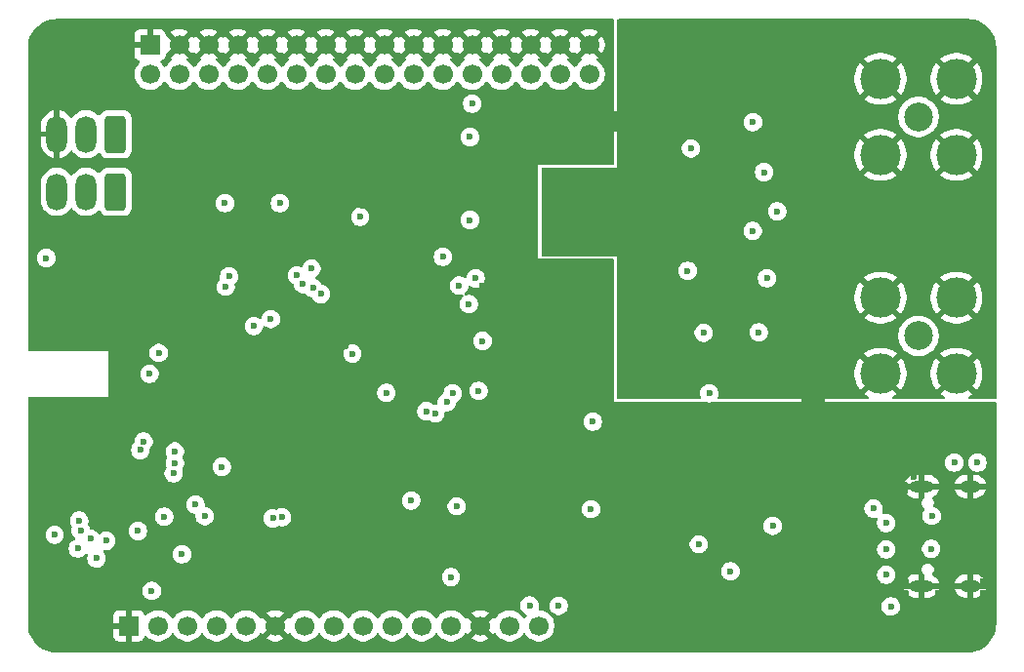
<source format=gbr>
%TF.GenerationSoftware,KiCad,Pcbnew,9.0.3*%
%TF.CreationDate,2025-10-02T12:34:45+05:30*%
%TF.ProjectId,pslab-mini,70736c61-622d-46d6-996e-692e6b696361,0.0.0*%
%TF.SameCoordinates,Original*%
%TF.FileFunction,Copper,L2,Inr*%
%TF.FilePolarity,Positive*%
%FSLAX46Y46*%
G04 Gerber Fmt 4.6, Leading zero omitted, Abs format (unit mm)*
G04 Created by KiCad (PCBNEW 9.0.3) date 2025-10-02 12:34:45*
%MOMM*%
%LPD*%
G01*
G04 APERTURE LIST*
G04 Aperture macros list*
%AMRoundRect*
0 Rectangle with rounded corners*
0 $1 Rounding radius*
0 $2 $3 $4 $5 $6 $7 $8 $9 X,Y pos of 4 corners*
0 Add a 4 corners polygon primitive as box body*
4,1,4,$2,$3,$4,$5,$6,$7,$8,$9,$2,$3,0*
0 Add four circle primitives for the rounded corners*
1,1,$1+$1,$2,$3*
1,1,$1+$1,$4,$5*
1,1,$1+$1,$6,$7*
1,1,$1+$1,$8,$9*
0 Add four rect primitives between the rounded corners*
20,1,$1+$1,$2,$3,$4,$5,0*
20,1,$1+$1,$4,$5,$6,$7,0*
20,1,$1+$1,$6,$7,$8,$9,0*
20,1,$1+$1,$8,$9,$2,$3,0*%
G04 Aperture macros list end*
%TA.AperFunction,ComponentPad*%
%ADD10C,2.500000*%
%TD*%
%TA.AperFunction,ComponentPad*%
%ADD11C,3.500000*%
%TD*%
%TA.AperFunction,HeatsinkPad*%
%ADD12O,2.100000X1.000000*%
%TD*%
%TA.AperFunction,HeatsinkPad*%
%ADD13O,1.800000X1.000000*%
%TD*%
%TA.AperFunction,ComponentPad*%
%ADD14C,4.750000*%
%TD*%
%TA.AperFunction,ComponentPad*%
%ADD15R,1.700000X1.700000*%
%TD*%
%TA.AperFunction,ComponentPad*%
%ADD16C,1.700000*%
%TD*%
%TA.AperFunction,ComponentPad*%
%ADD17RoundRect,0.250000X0.650000X1.350000X-0.650000X1.350000X-0.650000X-1.350000X0.650000X-1.350000X0*%
%TD*%
%TA.AperFunction,ComponentPad*%
%ADD18O,1.800000X3.200000*%
%TD*%
%TA.AperFunction,ViaPad*%
%ADD19C,0.600000*%
%TD*%
G04 APERTURE END LIST*
D10*
%TO.N,/CH1*%
%TO.C,J3*%
X157400000Y-81250000D03*
D11*
%TO.N,GND*%
X160700000Y-84550000D03*
X160700000Y-77950000D03*
X154100000Y-84550000D03*
X154100000Y-77950000D03*
%TD*%
D12*
%TO.N,GND*%
%TO.C,J1*%
X157675000Y-102970000D03*
D13*
X161875000Y-102970000D03*
D12*
X157675000Y-94330000D03*
D13*
X161875000Y-94330000D03*
%TD*%
D14*
%TO.N,GND*%
%TO.C,MH2*%
X141150000Y-56750000D03*
%TD*%
%TO.N,GND*%
%TO.C,MH1*%
X83150000Y-56750000D03*
%TD*%
%TO.N,GND*%
%TO.C,MH4*%
X83150000Y-105750000D03*
%TD*%
D15*
%TO.N,GND*%
%TO.C,J5*%
X90750000Y-56000000D03*
D16*
%TO.N,/GPIO8*%
X90750000Y-58540000D03*
%TO.N,GND*%
X93290000Y-56000000D03*
%TO.N,/GPIO7*%
X93290000Y-58540000D03*
%TO.N,GND*%
X95830000Y-56000000D03*
%TO.N,/GPIO6*%
X95830000Y-58540000D03*
%TO.N,GND*%
X98370000Y-56000000D03*
%TO.N,/GPIO5*%
X98370000Y-58540000D03*
%TO.N,GND*%
X100910000Y-56000000D03*
%TO.N,/GPIO4*%
X100910000Y-58540000D03*
%TO.N,GND*%
X103450000Y-56000000D03*
%TO.N,/GPIO3*%
X103450000Y-58540000D03*
%TO.N,GND*%
X105990000Y-56000000D03*
%TO.N,/GPIO2*%
X105990000Y-58540000D03*
%TO.N,GND*%
X108530000Y-56000000D03*
%TO.N,/GPIO1*%
X108530000Y-58540000D03*
%TO.N,GND*%
X111070000Y-56000000D03*
%TO.N,/GPIO0*%
X111070000Y-58540000D03*
%TO.N,GND*%
X113610000Y-56000000D03*
%TO.N,/FQY*%
X113610000Y-58540000D03*
%TO.N,GND*%
X116150000Y-56000000D03*
%TO.N,/CAP*%
X116150000Y-58540000D03*
%TO.N,GND*%
X118690000Y-56000000D03*
%TO.N,/RES*%
X118690000Y-58540000D03*
%TO.N,GND*%
X121230000Y-56000000D03*
%TO.N,/VOL*%
X121230000Y-58540000D03*
%TO.N,GND*%
X123770000Y-56000000D03*
%TO.N,/LA1*%
X123770000Y-58540000D03*
%TO.N,GND*%
X126310000Y-56000000D03*
%TO.N,/LA2*%
X126310000Y-58540000D03*
%TO.N,GND*%
X128850000Y-56000000D03*
%TO.N,+5V*%
X128850000Y-58540000D03*
%TD*%
D17*
%TO.N,/NRST*%
%TO.C,J7*%
X87750000Y-63750000D03*
D18*
%TO.N,+3V3*%
X85210000Y-63750000D03*
%TO.N,GND*%
X82670000Y-63750000D03*
D17*
%TO.N,/SWDIO*%
X87750000Y-68750000D03*
D18*
%TO.N,/SWCLK*%
X85210000Y-68750000D03*
%TO.N,unconnected-(J7-Pin_6-Pad6)*%
X82670000Y-68750000D03*
%TD*%
D15*
%TO.N,GND*%
%TO.C,J6*%
X88900000Y-106425000D03*
D16*
%TO.N,/UART6_TX*%
X91440000Y-106425000D03*
%TO.N,/UART6_RX*%
X93980000Y-106425000D03*
%TO.N,unconnected-(J6-Pin_4-Pad4)*%
X96520000Y-106425000D03*
%TO.N,+3V3*%
X99060000Y-106425000D03*
%TO.N,GND*%
X101600000Y-106425000D03*
%TO.N,/SPI3_SCK*%
X104140000Y-106425000D03*
%TO.N,/SPI3_MISO*%
X106680000Y-106425000D03*
%TO.N,/SPI3_MOSI*%
X109220000Y-106425000D03*
%TO.N,/SPI.CS*%
X111760000Y-106425000D03*
%TO.N,unconnected-(J6-Pin_11-Pad11)*%
X114300000Y-106425000D03*
%TO.N,+3V3*%
X116840000Y-106425000D03*
%TO.N,GND*%
X119380000Y-106425000D03*
%TO.N,/I2C1_SCL*%
X121920000Y-106425000D03*
%TO.N,/I2C1_SDA*%
X124460000Y-106425000D03*
%TD*%
D14*
%TO.N,GND*%
%TO.C,MH3*%
X141150000Y-105750000D03*
%TD*%
D10*
%TO.N,/CH2*%
%TO.C,J4*%
X157400000Y-62250000D03*
D11*
%TO.N,GND*%
X160700000Y-65550000D03*
X160700000Y-58950000D03*
X154100000Y-65550000D03*
X154100000Y-58950000D03*
%TD*%
D19*
%TO.N,GND*%
X163700000Y-102600000D03*
X163000000Y-103600000D03*
X115300000Y-100200000D03*
X122850000Y-93500000D03*
X158650000Y-90050000D03*
X137450000Y-93250000D03*
X139290000Y-78800000D03*
X87075000Y-94395000D03*
X80450000Y-86825000D03*
X80450000Y-82000000D03*
X131951163Y-100300000D03*
X139300000Y-84200000D03*
X154600000Y-95300000D03*
X81500000Y-102250000D03*
X144250000Y-78510000D03*
X123500000Y-85600000D03*
X90150000Y-82810000D03*
X156250000Y-94150003D03*
X148940000Y-60750000D03*
X138100000Y-95250000D03*
X86000000Y-95500000D03*
X107700000Y-82200000D03*
X160300000Y-103600000D03*
X144810000Y-68480000D03*
X144800000Y-71490000D03*
X148270000Y-83220000D03*
X130220000Y-80900000D03*
X147950000Y-96750000D03*
X88500000Y-95000000D03*
X163600000Y-94600000D03*
X117400000Y-90000000D03*
X94750000Y-92460000D03*
X141500000Y-61400000D03*
X151000000Y-98975000D03*
X163600000Y-95450003D03*
X160700000Y-75500000D03*
X163600000Y-93600000D03*
X109200000Y-70000000D03*
X92350000Y-102250000D03*
X140250000Y-80250000D03*
X93325000Y-85500000D03*
X119570000Y-68608002D03*
X160662500Y-68912500D03*
X142750000Y-96250000D03*
X118749999Y-74400000D03*
X81750000Y-82000000D03*
X87000000Y-102250000D03*
X105100000Y-83500000D03*
X157700000Y-93500000D03*
X163700000Y-103600000D03*
X119600000Y-76900000D03*
X156300000Y-102600000D03*
X83250000Y-88025000D03*
X156300000Y-103600000D03*
X148320000Y-80020000D03*
X95810000Y-76680000D03*
X112075000Y-101075000D03*
X80475000Y-97275000D03*
X134043058Y-81723058D03*
X130190000Y-75500000D03*
X144480000Y-62000000D03*
X83275000Y-91015000D03*
X87750000Y-95750000D03*
X93984800Y-71636271D03*
X118750001Y-83200000D03*
X128475000Y-98200000D03*
X84350000Y-88050000D03*
X90240000Y-71690000D03*
X80525000Y-95250000D03*
X156250000Y-94800006D03*
X162500000Y-89025000D03*
X91990000Y-98300000D03*
X133275000Y-94750000D03*
X126760000Y-73630000D03*
X157000000Y-93500000D03*
X160700000Y-74500000D03*
X161000000Y-95500000D03*
X124425000Y-101300000D03*
X140000000Y-96250000D03*
X127000602Y-80000935D03*
X137475000Y-91000000D03*
X134730000Y-84730000D03*
X145000000Y-92450000D03*
X103700000Y-71800000D03*
X129450000Y-85250000D03*
X160500000Y-89025000D03*
X111400000Y-71600000D03*
X130220000Y-78900000D03*
X117250001Y-83200000D03*
X159100000Y-103600000D03*
X85600000Y-93000000D03*
X122370000Y-88500000D03*
X121270000Y-85780000D03*
X105320829Y-70254171D03*
X128800000Y-85480000D03*
X93000000Y-76900000D03*
X136180000Y-74010000D03*
X139250000Y-68790000D03*
X86900000Y-89050000D03*
X127000000Y-76300000D03*
X142250000Y-98000000D03*
X108025000Y-72250000D03*
X125487445Y-98728651D03*
X161425000Y-105750000D03*
X141350000Y-98850000D03*
X137000000Y-63480000D03*
X126840000Y-71390000D03*
X141490000Y-71430000D03*
X141250000Y-81740000D03*
X162800000Y-95500000D03*
X156250000Y-93500000D03*
X123280000Y-91510000D03*
X123290000Y-89750000D03*
X95800000Y-72190000D03*
X163000000Y-102600000D03*
X140500000Y-98000000D03*
X145250000Y-106750000D03*
X90988207Y-87986793D03*
X160700000Y-68000000D03*
X148940000Y-62510000D03*
X147975000Y-99000000D03*
X133700000Y-91000000D03*
X140500000Y-99750000D03*
%TO.N,+5V*%
X138350000Y-99350000D03*
X129000000Y-96300000D03*
%TO.N,VIN*%
X144750000Y-97750000D03*
X155000000Y-104750000D03*
X141100000Y-101700000D03*
%TO.N,+3V3*%
X138770000Y-80980000D03*
X118500000Y-64000000D03*
X116850000Y-102200000D03*
X143050000Y-62700000D03*
X108300000Y-82800000D03*
X90900000Y-103400000D03*
X117350000Y-96050000D03*
X108975000Y-70925000D03*
X91986091Y-96963909D03*
X137667500Y-64980000D03*
X143020000Y-72150000D03*
X86950000Y-99050000D03*
X119600000Y-81700000D03*
X118500000Y-71199001D03*
X119250000Y-86025000D03*
X81750000Y-74500000D03*
X82475000Y-98525000D03*
X90700000Y-84550000D03*
X137382500Y-75612500D03*
%TO.N,/NRST*%
X102000000Y-69750000D03*
X97250000Y-69750000D03*
%TO.N,VDDA*%
X119000000Y-76275735D03*
X113400000Y-95550000D03*
X139250000Y-86250000D03*
%TO.N,VBUS*%
X154600000Y-102000000D03*
X153500000Y-96250000D03*
%TO.N,-2V*%
X129150000Y-88700000D03*
X144250000Y-76250000D03*
X144000000Y-67050000D03*
%TO.N,/D-*%
X154600000Y-99800000D03*
%TO.N,/D+*%
X154600000Y-97500000D03*
%TO.N,/RES*%
X117550000Y-76900000D03*
X118690000Y-61100000D03*
%TO.N,/VOL*%
X118400000Y-78500000D03*
%TO.N,/CAP*%
X116150000Y-74400000D03*
%TO.N,/I2C1_SCL*%
X116500000Y-87000000D03*
X123672500Y-104672500D03*
%TO.N,/I2C1_SDA*%
X126192500Y-104692500D03*
X117000000Y-86250000D03*
%TO.N,/Vref*%
X145150000Y-70450000D03*
X143555000Y-80945000D03*
%TO.N,/ESP_{BOOT}*%
X114700327Y-87799274D03*
X93525000Y-100225000D03*
%TO.N,/ESP_EN*%
X84482032Y-99717968D03*
X91500000Y-82750000D03*
X115500000Y-88000000D03*
X86100000Y-100575000D03*
%TO.N,Net-(J1-CC2)*%
X160500000Y-92250000D03*
X158550000Y-96890000D03*
%TO.N,Net-(J1-CC1)*%
X158500000Y-99750000D03*
X162500000Y-92250000D03*
%TO.N,/SWCLK*%
X97300000Y-77000000D03*
%TO.N,/SWDIO*%
X97600000Y-76100000D03*
%TO.N,/ESP_DATA_READY*%
X89700000Y-98200000D03*
X111250000Y-86200000D03*
%TO.N,/ESP_SPI_CLK*%
X92800000Y-93200000D03*
X95500000Y-96900000D03*
%TO.N,/UART6_TX*%
X104875000Y-77100000D03*
X101400000Y-97100000D03*
%TO.N,/UART6_RX*%
X105575000Y-77625000D03*
X102200000Y-97000000D03*
%TO.N,/ESP_SPI_MOSI*%
X94700000Y-95900000D03*
X92900000Y-92300000D03*
%TO.N,/ESP_SPI_MISO*%
X96975000Y-92625000D03*
X92900000Y-91300000D03*
%TO.N,/ESP_SPI2_MOSI*%
X104000000Y-76750000D03*
X84725000Y-98125000D03*
%TO.N,/ESP_SPI2_CLK*%
X85575000Y-98850000D03*
X104750000Y-75400000D03*
%TO.N,/ESP_UART_RX*%
X99750000Y-80400000D03*
X90187512Y-90432575D03*
%TO.N,/ESP_SPI2_MISO*%
X84600000Y-97300000D03*
X103500000Y-76000000D03*
%TO.N,/ESP_UART_TX*%
X89893450Y-91176572D03*
X101225000Y-79800000D03*
%TD*%
%TA.AperFunction,Conductor*%
%TO.N,GND*%
G36*
X92824075Y-56192993D02*
G01*
X92889901Y-56307007D01*
X92982993Y-56400099D01*
X93097007Y-56465925D01*
X93160590Y-56482962D01*
X92528282Y-57115269D01*
X92528282Y-57115270D01*
X92582452Y-57154626D01*
X92582451Y-57154626D01*
X92591495Y-57159234D01*
X92642292Y-57207208D01*
X92659087Y-57275029D01*
X92636550Y-57341164D01*
X92591499Y-57380202D01*
X92582182Y-57384949D01*
X92410213Y-57509890D01*
X92259890Y-57660213D01*
X92134949Y-57832182D01*
X92130484Y-57840946D01*
X92082509Y-57891742D01*
X92014688Y-57908536D01*
X91948553Y-57885998D01*
X91909516Y-57840946D01*
X91905050Y-57832182D01*
X91780109Y-57660213D01*
X91666181Y-57546285D01*
X91632696Y-57484962D01*
X91637680Y-57415270D01*
X91679552Y-57359337D01*
X91710529Y-57342422D01*
X91842086Y-57293354D01*
X91842093Y-57293350D01*
X91957187Y-57207190D01*
X91957190Y-57207187D01*
X92043350Y-57092093D01*
X92043354Y-57092086D01*
X92093598Y-56957375D01*
X92102501Y-56874556D01*
X92105550Y-56874883D01*
X92104642Y-56857984D01*
X92137642Y-56798802D01*
X92807037Y-56129408D01*
X92824075Y-56192993D01*
G37*
%TD.AperFunction*%
%TA.AperFunction,Conductor*%
G36*
X95364075Y-56192993D02*
G01*
X95429901Y-56307007D01*
X95522993Y-56400099D01*
X95637007Y-56465925D01*
X95700590Y-56482962D01*
X95068282Y-57115269D01*
X95068282Y-57115270D01*
X95122452Y-57154626D01*
X95122451Y-57154626D01*
X95131495Y-57159234D01*
X95182292Y-57207208D01*
X95199087Y-57275029D01*
X95176550Y-57341164D01*
X95131499Y-57380202D01*
X95122182Y-57384949D01*
X94950213Y-57509890D01*
X94799890Y-57660213D01*
X94674949Y-57832182D01*
X94670484Y-57840946D01*
X94622509Y-57891742D01*
X94554688Y-57908536D01*
X94488553Y-57885998D01*
X94449516Y-57840946D01*
X94445050Y-57832182D01*
X94320109Y-57660213D01*
X94169786Y-57509890D01*
X93997817Y-57384949D01*
X93988504Y-57380204D01*
X93937707Y-57332230D01*
X93920912Y-57264409D01*
X93943449Y-57198274D01*
X93988507Y-57159232D01*
X93997555Y-57154622D01*
X94051716Y-57115270D01*
X94051717Y-57115270D01*
X93419408Y-56482962D01*
X93482993Y-56465925D01*
X93597007Y-56400099D01*
X93690099Y-56307007D01*
X93755925Y-56192993D01*
X93772962Y-56129409D01*
X94405270Y-56761717D01*
X94405270Y-56761716D01*
X94444622Y-56707554D01*
X94449514Y-56697954D01*
X94497488Y-56647157D01*
X94565308Y-56630361D01*
X94631444Y-56652897D01*
X94670486Y-56697954D01*
X94675375Y-56707550D01*
X94714728Y-56761716D01*
X95347037Y-56129408D01*
X95364075Y-56192993D01*
G37*
%TD.AperFunction*%
%TA.AperFunction,Conductor*%
G36*
X97904075Y-56192993D02*
G01*
X97969901Y-56307007D01*
X98062993Y-56400099D01*
X98177007Y-56465925D01*
X98240590Y-56482962D01*
X97608282Y-57115269D01*
X97608282Y-57115270D01*
X97662452Y-57154626D01*
X97662451Y-57154626D01*
X97671495Y-57159234D01*
X97722292Y-57207208D01*
X97739087Y-57275029D01*
X97716550Y-57341164D01*
X97671499Y-57380202D01*
X97662182Y-57384949D01*
X97490213Y-57509890D01*
X97339890Y-57660213D01*
X97214949Y-57832182D01*
X97210484Y-57840946D01*
X97162509Y-57891742D01*
X97094688Y-57908536D01*
X97028553Y-57885998D01*
X96989516Y-57840946D01*
X96985050Y-57832182D01*
X96860109Y-57660213D01*
X96709786Y-57509890D01*
X96537817Y-57384949D01*
X96528504Y-57380204D01*
X96477707Y-57332230D01*
X96460912Y-57264409D01*
X96483449Y-57198274D01*
X96528507Y-57159232D01*
X96537555Y-57154622D01*
X96591716Y-57115270D01*
X96591717Y-57115270D01*
X95959408Y-56482962D01*
X96022993Y-56465925D01*
X96137007Y-56400099D01*
X96230099Y-56307007D01*
X96295925Y-56192993D01*
X96312962Y-56129408D01*
X96945270Y-56761717D01*
X96945270Y-56761716D01*
X96984622Y-56707554D01*
X96989514Y-56697954D01*
X97037488Y-56647157D01*
X97105308Y-56630361D01*
X97171444Y-56652897D01*
X97210486Y-56697954D01*
X97215375Y-56707550D01*
X97254728Y-56761716D01*
X97887037Y-56129408D01*
X97904075Y-56192993D01*
G37*
%TD.AperFunction*%
%TA.AperFunction,Conductor*%
G36*
X100444075Y-56192993D02*
G01*
X100509901Y-56307007D01*
X100602993Y-56400099D01*
X100717007Y-56465925D01*
X100780590Y-56482962D01*
X100148282Y-57115269D01*
X100148282Y-57115270D01*
X100202452Y-57154626D01*
X100202451Y-57154626D01*
X100211495Y-57159234D01*
X100262292Y-57207208D01*
X100279087Y-57275029D01*
X100256550Y-57341164D01*
X100211499Y-57380202D01*
X100202182Y-57384949D01*
X100030213Y-57509890D01*
X99879890Y-57660213D01*
X99754949Y-57832182D01*
X99750484Y-57840946D01*
X99702509Y-57891742D01*
X99634688Y-57908536D01*
X99568553Y-57885998D01*
X99529516Y-57840946D01*
X99525050Y-57832182D01*
X99400109Y-57660213D01*
X99249786Y-57509890D01*
X99077817Y-57384949D01*
X99068504Y-57380204D01*
X99017707Y-57332230D01*
X99000912Y-57264409D01*
X99023449Y-57198274D01*
X99068507Y-57159232D01*
X99077555Y-57154622D01*
X99131716Y-57115270D01*
X99131717Y-57115270D01*
X98499408Y-56482962D01*
X98562993Y-56465925D01*
X98677007Y-56400099D01*
X98770099Y-56307007D01*
X98835925Y-56192993D01*
X98852962Y-56129408D01*
X99485270Y-56761717D01*
X99485270Y-56761716D01*
X99524622Y-56707554D01*
X99529514Y-56697954D01*
X99577488Y-56647157D01*
X99645308Y-56630361D01*
X99711444Y-56652897D01*
X99750486Y-56697954D01*
X99755375Y-56707550D01*
X99794728Y-56761716D01*
X100427037Y-56129408D01*
X100444075Y-56192993D01*
G37*
%TD.AperFunction*%
%TA.AperFunction,Conductor*%
G36*
X102984075Y-56192993D02*
G01*
X103049901Y-56307007D01*
X103142993Y-56400099D01*
X103257007Y-56465925D01*
X103320590Y-56482962D01*
X102688282Y-57115269D01*
X102688282Y-57115270D01*
X102742452Y-57154626D01*
X102742451Y-57154626D01*
X102751495Y-57159234D01*
X102802292Y-57207208D01*
X102819087Y-57275029D01*
X102796550Y-57341164D01*
X102751499Y-57380202D01*
X102742182Y-57384949D01*
X102570213Y-57509890D01*
X102419890Y-57660213D01*
X102294949Y-57832182D01*
X102290484Y-57840946D01*
X102242509Y-57891742D01*
X102174688Y-57908536D01*
X102108553Y-57885998D01*
X102069516Y-57840946D01*
X102065050Y-57832182D01*
X101940109Y-57660213D01*
X101789786Y-57509890D01*
X101617817Y-57384949D01*
X101608504Y-57380204D01*
X101557707Y-57332230D01*
X101540912Y-57264409D01*
X101563449Y-57198274D01*
X101608507Y-57159232D01*
X101617555Y-57154622D01*
X101671716Y-57115270D01*
X101671717Y-57115270D01*
X101039408Y-56482962D01*
X101102993Y-56465925D01*
X101217007Y-56400099D01*
X101310099Y-56307007D01*
X101375925Y-56192993D01*
X101392962Y-56129408D01*
X102025270Y-56761717D01*
X102025270Y-56761716D01*
X102064622Y-56707554D01*
X102069514Y-56697954D01*
X102117488Y-56647157D01*
X102185308Y-56630361D01*
X102251444Y-56652897D01*
X102290486Y-56697954D01*
X102295375Y-56707550D01*
X102334728Y-56761716D01*
X102967037Y-56129408D01*
X102984075Y-56192993D01*
G37*
%TD.AperFunction*%
%TA.AperFunction,Conductor*%
G36*
X105524075Y-56192993D02*
G01*
X105589901Y-56307007D01*
X105682993Y-56400099D01*
X105797007Y-56465925D01*
X105860590Y-56482962D01*
X105228282Y-57115269D01*
X105228282Y-57115270D01*
X105282452Y-57154626D01*
X105282451Y-57154626D01*
X105291495Y-57159234D01*
X105342292Y-57207208D01*
X105359087Y-57275029D01*
X105336550Y-57341164D01*
X105291499Y-57380202D01*
X105282182Y-57384949D01*
X105110213Y-57509890D01*
X104959890Y-57660213D01*
X104834949Y-57832182D01*
X104830484Y-57840946D01*
X104782509Y-57891742D01*
X104714688Y-57908536D01*
X104648553Y-57885998D01*
X104609516Y-57840946D01*
X104605050Y-57832182D01*
X104480109Y-57660213D01*
X104329786Y-57509890D01*
X104157817Y-57384949D01*
X104148504Y-57380204D01*
X104097707Y-57332230D01*
X104080912Y-57264409D01*
X104103449Y-57198274D01*
X104148507Y-57159232D01*
X104157555Y-57154622D01*
X104211716Y-57115270D01*
X104211717Y-57115270D01*
X103579408Y-56482962D01*
X103642993Y-56465925D01*
X103757007Y-56400099D01*
X103850099Y-56307007D01*
X103915925Y-56192993D01*
X103932962Y-56129408D01*
X104565270Y-56761717D01*
X104565270Y-56761716D01*
X104604622Y-56707554D01*
X104609514Y-56697954D01*
X104657488Y-56647157D01*
X104725308Y-56630361D01*
X104791444Y-56652897D01*
X104830486Y-56697954D01*
X104835375Y-56707550D01*
X104874728Y-56761716D01*
X105507037Y-56129408D01*
X105524075Y-56192993D01*
G37*
%TD.AperFunction*%
%TA.AperFunction,Conductor*%
G36*
X108064075Y-56192993D02*
G01*
X108129901Y-56307007D01*
X108222993Y-56400099D01*
X108337007Y-56465925D01*
X108400590Y-56482962D01*
X107768282Y-57115269D01*
X107768282Y-57115270D01*
X107822452Y-57154626D01*
X107822451Y-57154626D01*
X107831495Y-57159234D01*
X107882292Y-57207208D01*
X107899087Y-57275029D01*
X107876550Y-57341164D01*
X107831499Y-57380202D01*
X107822182Y-57384949D01*
X107650213Y-57509890D01*
X107499890Y-57660213D01*
X107374949Y-57832182D01*
X107370484Y-57840946D01*
X107322509Y-57891742D01*
X107254688Y-57908536D01*
X107188553Y-57885998D01*
X107149516Y-57840946D01*
X107145050Y-57832182D01*
X107020109Y-57660213D01*
X106869786Y-57509890D01*
X106697817Y-57384949D01*
X106688504Y-57380204D01*
X106637707Y-57332230D01*
X106620912Y-57264409D01*
X106643449Y-57198274D01*
X106688507Y-57159232D01*
X106697555Y-57154622D01*
X106751716Y-57115270D01*
X106751717Y-57115270D01*
X106119408Y-56482962D01*
X106182993Y-56465925D01*
X106297007Y-56400099D01*
X106390099Y-56307007D01*
X106455925Y-56192993D01*
X106472962Y-56129409D01*
X107105270Y-56761717D01*
X107105270Y-56761716D01*
X107144622Y-56707554D01*
X107149514Y-56697954D01*
X107197488Y-56647157D01*
X107265308Y-56630361D01*
X107331444Y-56652897D01*
X107370486Y-56697954D01*
X107375375Y-56707550D01*
X107414728Y-56761716D01*
X108047037Y-56129408D01*
X108064075Y-56192993D01*
G37*
%TD.AperFunction*%
%TA.AperFunction,Conductor*%
G36*
X110604075Y-56192993D02*
G01*
X110669901Y-56307007D01*
X110762993Y-56400099D01*
X110877007Y-56465925D01*
X110940590Y-56482962D01*
X110308282Y-57115269D01*
X110308282Y-57115270D01*
X110362452Y-57154626D01*
X110362451Y-57154626D01*
X110371495Y-57159234D01*
X110422292Y-57207208D01*
X110439087Y-57275029D01*
X110416550Y-57341164D01*
X110371499Y-57380202D01*
X110362182Y-57384949D01*
X110190213Y-57509890D01*
X110039890Y-57660213D01*
X109914949Y-57832182D01*
X109910484Y-57840946D01*
X109862509Y-57891742D01*
X109794688Y-57908536D01*
X109728553Y-57885998D01*
X109689516Y-57840946D01*
X109685050Y-57832182D01*
X109560109Y-57660213D01*
X109409786Y-57509890D01*
X109237817Y-57384949D01*
X109228504Y-57380204D01*
X109177707Y-57332230D01*
X109160912Y-57264409D01*
X109183449Y-57198274D01*
X109228507Y-57159232D01*
X109237555Y-57154622D01*
X109291716Y-57115270D01*
X109291717Y-57115270D01*
X108659408Y-56482962D01*
X108722993Y-56465925D01*
X108837007Y-56400099D01*
X108930099Y-56307007D01*
X108995925Y-56192993D01*
X109012962Y-56129408D01*
X109645270Y-56761717D01*
X109645270Y-56761716D01*
X109684622Y-56707554D01*
X109689514Y-56697954D01*
X109737488Y-56647157D01*
X109805308Y-56630361D01*
X109871444Y-56652897D01*
X109910486Y-56697954D01*
X109915375Y-56707550D01*
X109954728Y-56761716D01*
X110587037Y-56129408D01*
X110604075Y-56192993D01*
G37*
%TD.AperFunction*%
%TA.AperFunction,Conductor*%
G36*
X113144075Y-56192993D02*
G01*
X113209901Y-56307007D01*
X113302993Y-56400099D01*
X113417007Y-56465925D01*
X113480590Y-56482962D01*
X112848282Y-57115269D01*
X112848282Y-57115270D01*
X112902452Y-57154626D01*
X112902451Y-57154626D01*
X112911495Y-57159234D01*
X112962292Y-57207208D01*
X112979087Y-57275029D01*
X112956550Y-57341164D01*
X112911499Y-57380202D01*
X112902182Y-57384949D01*
X112730213Y-57509890D01*
X112579890Y-57660213D01*
X112454949Y-57832182D01*
X112450484Y-57840946D01*
X112402509Y-57891742D01*
X112334688Y-57908536D01*
X112268553Y-57885998D01*
X112229516Y-57840946D01*
X112225050Y-57832182D01*
X112100109Y-57660213D01*
X111949786Y-57509890D01*
X111777817Y-57384949D01*
X111768504Y-57380204D01*
X111717707Y-57332230D01*
X111700912Y-57264409D01*
X111723449Y-57198274D01*
X111768507Y-57159232D01*
X111777555Y-57154622D01*
X111831716Y-57115270D01*
X111831717Y-57115270D01*
X111199408Y-56482962D01*
X111262993Y-56465925D01*
X111377007Y-56400099D01*
X111470099Y-56307007D01*
X111535925Y-56192993D01*
X111552962Y-56129409D01*
X112185270Y-56761717D01*
X112185270Y-56761716D01*
X112224622Y-56707554D01*
X112229514Y-56697954D01*
X112277488Y-56647157D01*
X112345308Y-56630361D01*
X112411444Y-56652897D01*
X112450486Y-56697954D01*
X112455375Y-56707550D01*
X112494728Y-56761716D01*
X113127037Y-56129408D01*
X113144075Y-56192993D01*
G37*
%TD.AperFunction*%
%TA.AperFunction,Conductor*%
G36*
X115684075Y-56192993D02*
G01*
X115749901Y-56307007D01*
X115842993Y-56400099D01*
X115957007Y-56465925D01*
X116020590Y-56482962D01*
X115388282Y-57115269D01*
X115388282Y-57115270D01*
X115442452Y-57154626D01*
X115442451Y-57154626D01*
X115451495Y-57159234D01*
X115502292Y-57207208D01*
X115519087Y-57275029D01*
X115496550Y-57341164D01*
X115451499Y-57380202D01*
X115442182Y-57384949D01*
X115270213Y-57509890D01*
X115119890Y-57660213D01*
X114994949Y-57832182D01*
X114990484Y-57840946D01*
X114942509Y-57891742D01*
X114874688Y-57908536D01*
X114808553Y-57885998D01*
X114769516Y-57840946D01*
X114765050Y-57832182D01*
X114640109Y-57660213D01*
X114489786Y-57509890D01*
X114317817Y-57384949D01*
X114308504Y-57380204D01*
X114257707Y-57332230D01*
X114240912Y-57264409D01*
X114263449Y-57198274D01*
X114308507Y-57159232D01*
X114317555Y-57154622D01*
X114371716Y-57115270D01*
X114371717Y-57115270D01*
X113739408Y-56482962D01*
X113802993Y-56465925D01*
X113917007Y-56400099D01*
X114010099Y-56307007D01*
X114075925Y-56192993D01*
X114092962Y-56129409D01*
X114725270Y-56761717D01*
X114725270Y-56761716D01*
X114764622Y-56707554D01*
X114769514Y-56697954D01*
X114817488Y-56647157D01*
X114885308Y-56630361D01*
X114951444Y-56652897D01*
X114990486Y-56697954D01*
X114995375Y-56707550D01*
X115034728Y-56761716D01*
X115667037Y-56129408D01*
X115684075Y-56192993D01*
G37*
%TD.AperFunction*%
%TA.AperFunction,Conductor*%
G36*
X118224075Y-56192993D02*
G01*
X118289901Y-56307007D01*
X118382993Y-56400099D01*
X118497007Y-56465925D01*
X118560590Y-56482962D01*
X117928282Y-57115269D01*
X117928282Y-57115270D01*
X117982452Y-57154626D01*
X117982451Y-57154626D01*
X117991495Y-57159234D01*
X118042292Y-57207208D01*
X118059087Y-57275029D01*
X118036550Y-57341164D01*
X117991499Y-57380202D01*
X117982182Y-57384949D01*
X117810213Y-57509890D01*
X117659890Y-57660213D01*
X117534949Y-57832182D01*
X117530484Y-57840946D01*
X117482509Y-57891742D01*
X117414688Y-57908536D01*
X117348553Y-57885998D01*
X117309516Y-57840946D01*
X117305050Y-57832182D01*
X117180109Y-57660213D01*
X117029786Y-57509890D01*
X116857817Y-57384949D01*
X116848504Y-57380204D01*
X116797707Y-57332230D01*
X116780912Y-57264409D01*
X116803449Y-57198274D01*
X116848507Y-57159232D01*
X116857555Y-57154622D01*
X116911716Y-57115270D01*
X116911717Y-57115270D01*
X116279408Y-56482962D01*
X116342993Y-56465925D01*
X116457007Y-56400099D01*
X116550099Y-56307007D01*
X116615925Y-56192993D01*
X116632962Y-56129408D01*
X117265270Y-56761717D01*
X117265270Y-56761716D01*
X117304622Y-56707554D01*
X117309514Y-56697954D01*
X117357488Y-56647157D01*
X117425308Y-56630361D01*
X117491444Y-56652897D01*
X117530486Y-56697954D01*
X117535375Y-56707550D01*
X117574728Y-56761716D01*
X118207037Y-56129408D01*
X118224075Y-56192993D01*
G37*
%TD.AperFunction*%
%TA.AperFunction,Conductor*%
G36*
X120764075Y-56192993D02*
G01*
X120829901Y-56307007D01*
X120922993Y-56400099D01*
X121037007Y-56465925D01*
X121100590Y-56482962D01*
X120468282Y-57115269D01*
X120468282Y-57115270D01*
X120522452Y-57154626D01*
X120522451Y-57154626D01*
X120531495Y-57159234D01*
X120582292Y-57207208D01*
X120599087Y-57275029D01*
X120576550Y-57341164D01*
X120531499Y-57380202D01*
X120522182Y-57384949D01*
X120350213Y-57509890D01*
X120199890Y-57660213D01*
X120074949Y-57832182D01*
X120070484Y-57840946D01*
X120022509Y-57891742D01*
X119954688Y-57908536D01*
X119888553Y-57885998D01*
X119849516Y-57840946D01*
X119845050Y-57832182D01*
X119720109Y-57660213D01*
X119569786Y-57509890D01*
X119397817Y-57384949D01*
X119388504Y-57380204D01*
X119337707Y-57332230D01*
X119320912Y-57264409D01*
X119343449Y-57198274D01*
X119388507Y-57159232D01*
X119397555Y-57154622D01*
X119451716Y-57115270D01*
X119451717Y-57115270D01*
X118819408Y-56482962D01*
X118882993Y-56465925D01*
X118997007Y-56400099D01*
X119090099Y-56307007D01*
X119155925Y-56192993D01*
X119172962Y-56129408D01*
X119805270Y-56761717D01*
X119805270Y-56761716D01*
X119844622Y-56707554D01*
X119849514Y-56697954D01*
X119897488Y-56647157D01*
X119965308Y-56630361D01*
X120031444Y-56652897D01*
X120070486Y-56697954D01*
X120075375Y-56707550D01*
X120114728Y-56761716D01*
X120747037Y-56129408D01*
X120764075Y-56192993D01*
G37*
%TD.AperFunction*%
%TA.AperFunction,Conductor*%
G36*
X123304075Y-56192993D02*
G01*
X123369901Y-56307007D01*
X123462993Y-56400099D01*
X123577007Y-56465925D01*
X123640590Y-56482962D01*
X123008282Y-57115269D01*
X123008282Y-57115270D01*
X123062452Y-57154626D01*
X123062451Y-57154626D01*
X123071495Y-57159234D01*
X123122292Y-57207208D01*
X123139087Y-57275029D01*
X123116550Y-57341164D01*
X123071499Y-57380202D01*
X123062182Y-57384949D01*
X122890213Y-57509890D01*
X122739890Y-57660213D01*
X122614949Y-57832182D01*
X122610484Y-57840946D01*
X122562509Y-57891742D01*
X122494688Y-57908536D01*
X122428553Y-57885998D01*
X122389516Y-57840946D01*
X122385050Y-57832182D01*
X122260109Y-57660213D01*
X122109786Y-57509890D01*
X121937817Y-57384949D01*
X121928504Y-57380204D01*
X121877707Y-57332230D01*
X121860912Y-57264409D01*
X121883449Y-57198274D01*
X121928507Y-57159232D01*
X121937555Y-57154622D01*
X121991716Y-57115270D01*
X121991717Y-57115270D01*
X121359408Y-56482962D01*
X121422993Y-56465925D01*
X121537007Y-56400099D01*
X121630099Y-56307007D01*
X121695925Y-56192993D01*
X121712962Y-56129409D01*
X122345270Y-56761717D01*
X122345270Y-56761716D01*
X122384622Y-56707554D01*
X122389514Y-56697954D01*
X122437488Y-56647157D01*
X122505308Y-56630361D01*
X122571444Y-56652897D01*
X122610486Y-56697954D01*
X122615375Y-56707550D01*
X122654728Y-56761716D01*
X123287037Y-56129408D01*
X123304075Y-56192993D01*
G37*
%TD.AperFunction*%
%TA.AperFunction,Conductor*%
G36*
X125844075Y-56192993D02*
G01*
X125909901Y-56307007D01*
X126002993Y-56400099D01*
X126117007Y-56465925D01*
X126180590Y-56482962D01*
X125548282Y-57115269D01*
X125548282Y-57115270D01*
X125602452Y-57154626D01*
X125602451Y-57154626D01*
X125611495Y-57159234D01*
X125662292Y-57207208D01*
X125679087Y-57275029D01*
X125656550Y-57341164D01*
X125611499Y-57380202D01*
X125602182Y-57384949D01*
X125430213Y-57509890D01*
X125279890Y-57660213D01*
X125154949Y-57832182D01*
X125150484Y-57840946D01*
X125102509Y-57891742D01*
X125034688Y-57908536D01*
X124968553Y-57885998D01*
X124929516Y-57840946D01*
X124925050Y-57832182D01*
X124800109Y-57660213D01*
X124649786Y-57509890D01*
X124477817Y-57384949D01*
X124468504Y-57380204D01*
X124417707Y-57332230D01*
X124400912Y-57264409D01*
X124423449Y-57198274D01*
X124468507Y-57159232D01*
X124477555Y-57154622D01*
X124531716Y-57115270D01*
X124531717Y-57115270D01*
X123899408Y-56482962D01*
X123962993Y-56465925D01*
X124077007Y-56400099D01*
X124170099Y-56307007D01*
X124235925Y-56192993D01*
X124252962Y-56129408D01*
X124885270Y-56761717D01*
X124885270Y-56761716D01*
X124924622Y-56707554D01*
X124929514Y-56697954D01*
X124977488Y-56647157D01*
X125045308Y-56630361D01*
X125111444Y-56652897D01*
X125150486Y-56697954D01*
X125155375Y-56707550D01*
X125194728Y-56761716D01*
X125827037Y-56129408D01*
X125844075Y-56192993D01*
G37*
%TD.AperFunction*%
%TA.AperFunction,Conductor*%
G36*
X128384075Y-56192993D02*
G01*
X128449901Y-56307007D01*
X128542993Y-56400099D01*
X128657007Y-56465925D01*
X128720590Y-56482962D01*
X128088282Y-57115269D01*
X128088282Y-57115270D01*
X128142452Y-57154626D01*
X128142451Y-57154626D01*
X128151495Y-57159234D01*
X128202292Y-57207208D01*
X128219087Y-57275029D01*
X128196550Y-57341164D01*
X128151499Y-57380202D01*
X128142182Y-57384949D01*
X127970213Y-57509890D01*
X127819890Y-57660213D01*
X127694949Y-57832182D01*
X127690484Y-57840946D01*
X127642509Y-57891742D01*
X127574688Y-57908536D01*
X127508553Y-57885998D01*
X127469516Y-57840946D01*
X127465050Y-57832182D01*
X127340109Y-57660213D01*
X127189786Y-57509890D01*
X127017817Y-57384949D01*
X127008504Y-57380204D01*
X126957707Y-57332230D01*
X126940912Y-57264409D01*
X126963449Y-57198274D01*
X127008507Y-57159232D01*
X127017555Y-57154622D01*
X127071716Y-57115270D01*
X127071717Y-57115270D01*
X126439408Y-56482962D01*
X126502993Y-56465925D01*
X126617007Y-56400099D01*
X126710099Y-56307007D01*
X126775925Y-56192993D01*
X126792962Y-56129409D01*
X127425270Y-56761717D01*
X127425270Y-56761716D01*
X127464622Y-56707554D01*
X127469514Y-56697954D01*
X127517488Y-56647157D01*
X127585308Y-56630361D01*
X127651444Y-56652897D01*
X127690486Y-56697954D01*
X127695375Y-56707550D01*
X127734728Y-56761716D01*
X128367037Y-56129408D01*
X128384075Y-56192993D01*
G37*
%TD.AperFunction*%
%TA.AperFunction,Conductor*%
G36*
X130943419Y-53770185D02*
G01*
X130989174Y-53822989D01*
X131000380Y-53874504D01*
X131000317Y-55956205D01*
X131000142Y-61750000D01*
X130250000Y-61750000D01*
X130250000Y-63500000D01*
X131000089Y-63500000D01*
X131000023Y-65692710D01*
X131000004Y-66306004D01*
X130980317Y-66373043D01*
X130927512Y-66418796D01*
X130876004Y-66430000D01*
X124409081Y-66430000D01*
X124399081Y-74570000D01*
X130876041Y-74570000D01*
X130943080Y-74589685D01*
X130988835Y-74642489D01*
X131000041Y-74693959D01*
X131004108Y-86986300D01*
X131004107Y-86986300D01*
X131009425Y-86986302D01*
X138918697Y-86989420D01*
X138966098Y-86998859D01*
X138970060Y-87000500D01*
X139016503Y-87019737D01*
X139171153Y-87050499D01*
X139171156Y-87050500D01*
X139171158Y-87050500D01*
X139328844Y-87050500D01*
X139328845Y-87050499D01*
X139483497Y-87019737D01*
X139533273Y-86999119D01*
X139580764Y-86989681D01*
X147250000Y-86992704D01*
X147250000Y-87750000D01*
X149250000Y-87750000D01*
X149250000Y-86993493D01*
X164025551Y-86999319D01*
X164092581Y-87019030D01*
X164138315Y-87071852D01*
X164149500Y-87123319D01*
X164149500Y-106246249D01*
X164149274Y-106253736D01*
X164131728Y-106543794D01*
X164129923Y-106558659D01*
X164078219Y-106840798D01*
X164074635Y-106855336D01*
X163989306Y-107129167D01*
X163983997Y-107143168D01*
X163866275Y-107404736D01*
X163859316Y-107417995D01*
X163710928Y-107663459D01*
X163702422Y-107675782D01*
X163525526Y-107901573D01*
X163515596Y-107912781D01*
X163312781Y-108115596D01*
X163301573Y-108125526D01*
X163075782Y-108302422D01*
X163063459Y-108310928D01*
X162817995Y-108459316D01*
X162804736Y-108466275D01*
X162543168Y-108583997D01*
X162529167Y-108589306D01*
X162255336Y-108674635D01*
X162240798Y-108678219D01*
X161958659Y-108729923D01*
X161943794Y-108731728D01*
X161653736Y-108749274D01*
X161646249Y-108749500D01*
X82653751Y-108749500D01*
X82646264Y-108749274D01*
X82356205Y-108731728D01*
X82341340Y-108729923D01*
X82059201Y-108678219D01*
X82044663Y-108674635D01*
X81770832Y-108589306D01*
X81756831Y-108583997D01*
X81495263Y-108466275D01*
X81482004Y-108459316D01*
X81236540Y-108310928D01*
X81224217Y-108302422D01*
X80998426Y-108125526D01*
X80987218Y-108115596D01*
X80784403Y-107912781D01*
X80774473Y-107901573D01*
X80675701Y-107775500D01*
X80597573Y-107675776D01*
X80589075Y-107663465D01*
X80440680Y-107417989D01*
X80433727Y-107404743D01*
X80316000Y-107143163D01*
X80310693Y-107129167D01*
X80309100Y-107124056D01*
X80225363Y-106855335D01*
X80221780Y-106840798D01*
X80186080Y-106645990D01*
X80170076Y-106558659D01*
X80168271Y-106543794D01*
X80167514Y-106531287D01*
X80150726Y-106253736D01*
X80150500Y-106246249D01*
X80150500Y-105527155D01*
X87550000Y-105527155D01*
X87550000Y-106175000D01*
X88466988Y-106175000D01*
X88434075Y-106232007D01*
X88400000Y-106359174D01*
X88400000Y-106490826D01*
X88434075Y-106617993D01*
X88466988Y-106675000D01*
X87550000Y-106675000D01*
X87550000Y-107322844D01*
X87556401Y-107382372D01*
X87556403Y-107382379D01*
X87606645Y-107517086D01*
X87606649Y-107517093D01*
X87692809Y-107632187D01*
X87692812Y-107632190D01*
X87807906Y-107718350D01*
X87807913Y-107718354D01*
X87942620Y-107768596D01*
X87942627Y-107768598D01*
X88002155Y-107774999D01*
X88002172Y-107775000D01*
X88650000Y-107775000D01*
X88650000Y-106858012D01*
X88707007Y-106890925D01*
X88834174Y-106925000D01*
X88965826Y-106925000D01*
X89092993Y-106890925D01*
X89150000Y-106858012D01*
X89150000Y-107775000D01*
X89797828Y-107775000D01*
X89797844Y-107774999D01*
X89857372Y-107768598D01*
X89857379Y-107768596D01*
X89992086Y-107718354D01*
X89992093Y-107718350D01*
X90107187Y-107632190D01*
X90107190Y-107632187D01*
X90193350Y-107517093D01*
X90193354Y-107517086D01*
X90242422Y-107385529D01*
X90284293Y-107329595D01*
X90349757Y-107305178D01*
X90418030Y-107320030D01*
X90446285Y-107341181D01*
X90560213Y-107455109D01*
X90732179Y-107580048D01*
X90732181Y-107580049D01*
X90732184Y-107580051D01*
X90921588Y-107676557D01*
X91123757Y-107742246D01*
X91333713Y-107775500D01*
X91333714Y-107775500D01*
X91546286Y-107775500D01*
X91546287Y-107775500D01*
X91756243Y-107742246D01*
X91958412Y-107676557D01*
X92147816Y-107580051D01*
X92234471Y-107517093D01*
X92319786Y-107455109D01*
X92319788Y-107455106D01*
X92319792Y-107455104D01*
X92470104Y-107304792D01*
X92470106Y-107304788D01*
X92470109Y-107304786D01*
X92595048Y-107132820D01*
X92595047Y-107132820D01*
X92595051Y-107132816D01*
X92599514Y-107124054D01*
X92647488Y-107073259D01*
X92715308Y-107056463D01*
X92781444Y-107078999D01*
X92820486Y-107124056D01*
X92824951Y-107132820D01*
X92949890Y-107304786D01*
X93100213Y-107455109D01*
X93272179Y-107580048D01*
X93272181Y-107580049D01*
X93272184Y-107580051D01*
X93461588Y-107676557D01*
X93663757Y-107742246D01*
X93873713Y-107775500D01*
X93873714Y-107775500D01*
X94086286Y-107775500D01*
X94086287Y-107775500D01*
X94296243Y-107742246D01*
X94498412Y-107676557D01*
X94687816Y-107580051D01*
X94774471Y-107517093D01*
X94859786Y-107455109D01*
X94859788Y-107455106D01*
X94859792Y-107455104D01*
X95010104Y-107304792D01*
X95010106Y-107304788D01*
X95010109Y-107304786D01*
X95135048Y-107132820D01*
X95135047Y-107132820D01*
X95135051Y-107132816D01*
X95139514Y-107124054D01*
X95187488Y-107073259D01*
X95255308Y-107056463D01*
X95321444Y-107078999D01*
X95360486Y-107124056D01*
X95364951Y-107132820D01*
X95489890Y-107304786D01*
X95640213Y-107455109D01*
X95812179Y-107580048D01*
X95812181Y-107580049D01*
X95812184Y-107580051D01*
X96001588Y-107676557D01*
X96203757Y-107742246D01*
X96413713Y-107775500D01*
X96413714Y-107775500D01*
X96626286Y-107775500D01*
X96626287Y-107775500D01*
X96836243Y-107742246D01*
X97038412Y-107676557D01*
X97227816Y-107580051D01*
X97314471Y-107517093D01*
X97399786Y-107455109D01*
X97399788Y-107455106D01*
X97399792Y-107455104D01*
X97550104Y-107304792D01*
X97550106Y-107304788D01*
X97550109Y-107304786D01*
X97675048Y-107132820D01*
X97675047Y-107132820D01*
X97675051Y-107132816D01*
X97679514Y-107124054D01*
X97727488Y-107073259D01*
X97795308Y-107056463D01*
X97861444Y-107078999D01*
X97900486Y-107124056D01*
X97904951Y-107132820D01*
X98029890Y-107304786D01*
X98180213Y-107455109D01*
X98352179Y-107580048D01*
X98352181Y-107580049D01*
X98352184Y-107580051D01*
X98541588Y-107676557D01*
X98743757Y-107742246D01*
X98953713Y-107775500D01*
X98953714Y-107775500D01*
X99166286Y-107775500D01*
X99166287Y-107775500D01*
X99376243Y-107742246D01*
X99578412Y-107676557D01*
X99767816Y-107580051D01*
X99854471Y-107517093D01*
X99939786Y-107455109D01*
X99939788Y-107455106D01*
X99939792Y-107455104D01*
X100090104Y-107304792D01*
X100090106Y-107304788D01*
X100090109Y-107304786D01*
X100175890Y-107186717D01*
X100215051Y-107132816D01*
X100219793Y-107123508D01*
X100267763Y-107072711D01*
X100335583Y-107055911D01*
X100401719Y-107078445D01*
X100440763Y-107123500D01*
X100445373Y-107132547D01*
X100484728Y-107186716D01*
X101117037Y-106554408D01*
X101134075Y-106617993D01*
X101199901Y-106732007D01*
X101292993Y-106825099D01*
X101407007Y-106890925D01*
X101470590Y-106907962D01*
X100838282Y-107540269D01*
X100838282Y-107540270D01*
X100892449Y-107579624D01*
X101081782Y-107676095D01*
X101283870Y-107741757D01*
X101493754Y-107775000D01*
X101706246Y-107775000D01*
X101916127Y-107741757D01*
X101916130Y-107741757D01*
X102118217Y-107676095D01*
X102307554Y-107579622D01*
X102361716Y-107540270D01*
X102361717Y-107540270D01*
X101729408Y-106907962D01*
X101792993Y-106890925D01*
X101907007Y-106825099D01*
X102000099Y-106732007D01*
X102065925Y-106617993D01*
X102082962Y-106554409D01*
X102715270Y-107186717D01*
X102715270Y-107186716D01*
X102754622Y-107132555D01*
X102759232Y-107123507D01*
X102807205Y-107072709D01*
X102875025Y-107055912D01*
X102941161Y-107078447D01*
X102980204Y-107123504D01*
X102984949Y-107132817D01*
X103109890Y-107304786D01*
X103260213Y-107455109D01*
X103432179Y-107580048D01*
X103432181Y-107580049D01*
X103432184Y-107580051D01*
X103621588Y-107676557D01*
X103823757Y-107742246D01*
X104033713Y-107775500D01*
X104033714Y-107775500D01*
X104246286Y-107775500D01*
X104246287Y-107775500D01*
X104456243Y-107742246D01*
X104658412Y-107676557D01*
X104847816Y-107580051D01*
X104934471Y-107517093D01*
X105019786Y-107455109D01*
X105019788Y-107455106D01*
X105019792Y-107455104D01*
X105170104Y-107304792D01*
X105170106Y-107304788D01*
X105170109Y-107304786D01*
X105295048Y-107132820D01*
X105295047Y-107132820D01*
X105295051Y-107132816D01*
X105299514Y-107124054D01*
X105347488Y-107073259D01*
X105415308Y-107056463D01*
X105481444Y-107078999D01*
X105520486Y-107124056D01*
X105524951Y-107132820D01*
X105649890Y-107304786D01*
X105800213Y-107455109D01*
X105972179Y-107580048D01*
X105972181Y-107580049D01*
X105972184Y-107580051D01*
X106161588Y-107676557D01*
X106363757Y-107742246D01*
X106573713Y-107775500D01*
X106573714Y-107775500D01*
X106786286Y-107775500D01*
X106786287Y-107775500D01*
X106996243Y-107742246D01*
X107198412Y-107676557D01*
X107387816Y-107580051D01*
X107474471Y-107517093D01*
X107559786Y-107455109D01*
X107559788Y-107455106D01*
X107559792Y-107455104D01*
X107710104Y-107304792D01*
X107710106Y-107304788D01*
X107710109Y-107304786D01*
X107835048Y-107132820D01*
X107835047Y-107132820D01*
X107835051Y-107132816D01*
X107839514Y-107124054D01*
X107887488Y-107073259D01*
X107955308Y-107056463D01*
X108021444Y-107078999D01*
X108060486Y-107124056D01*
X108064951Y-107132820D01*
X108189890Y-107304786D01*
X108340213Y-107455109D01*
X108512179Y-107580048D01*
X108512181Y-107580049D01*
X108512184Y-107580051D01*
X108701588Y-107676557D01*
X108903757Y-107742246D01*
X109113713Y-107775500D01*
X109113714Y-107775500D01*
X109326286Y-107775500D01*
X109326287Y-107775500D01*
X109536243Y-107742246D01*
X109738412Y-107676557D01*
X109927816Y-107580051D01*
X110014471Y-107517093D01*
X110099786Y-107455109D01*
X110099788Y-107455106D01*
X110099792Y-107455104D01*
X110250104Y-107304792D01*
X110250106Y-107304788D01*
X110250109Y-107304786D01*
X110375048Y-107132820D01*
X110375047Y-107132820D01*
X110375051Y-107132816D01*
X110379514Y-107124054D01*
X110427488Y-107073259D01*
X110495308Y-107056463D01*
X110561444Y-107078999D01*
X110600486Y-107124056D01*
X110604951Y-107132820D01*
X110729890Y-107304786D01*
X110880213Y-107455109D01*
X111052179Y-107580048D01*
X111052181Y-107580049D01*
X111052184Y-107580051D01*
X111241588Y-107676557D01*
X111443757Y-107742246D01*
X111653713Y-107775500D01*
X111653714Y-107775500D01*
X111866286Y-107775500D01*
X111866287Y-107775500D01*
X112076243Y-107742246D01*
X112278412Y-107676557D01*
X112467816Y-107580051D01*
X112554471Y-107517093D01*
X112639786Y-107455109D01*
X112639788Y-107455106D01*
X112639792Y-107455104D01*
X112790104Y-107304792D01*
X112790106Y-107304788D01*
X112790109Y-107304786D01*
X112915048Y-107132820D01*
X112915047Y-107132820D01*
X112915051Y-107132816D01*
X112919514Y-107124054D01*
X112967488Y-107073259D01*
X113035308Y-107056463D01*
X113101444Y-107078999D01*
X113140486Y-107124056D01*
X113144951Y-107132820D01*
X113269890Y-107304786D01*
X113420213Y-107455109D01*
X113592179Y-107580048D01*
X113592181Y-107580049D01*
X113592184Y-107580051D01*
X113781588Y-107676557D01*
X113983757Y-107742246D01*
X114193713Y-107775500D01*
X114193714Y-107775500D01*
X114406286Y-107775500D01*
X114406287Y-107775500D01*
X114616243Y-107742246D01*
X114818412Y-107676557D01*
X115007816Y-107580051D01*
X115094471Y-107517093D01*
X115179786Y-107455109D01*
X115179788Y-107455106D01*
X115179792Y-107455104D01*
X115330104Y-107304792D01*
X115330106Y-107304788D01*
X115330109Y-107304786D01*
X115455048Y-107132820D01*
X115455047Y-107132820D01*
X115455051Y-107132816D01*
X115459514Y-107124054D01*
X115507488Y-107073259D01*
X115575308Y-107056463D01*
X115641444Y-107078999D01*
X115680486Y-107124056D01*
X115684951Y-107132820D01*
X115809890Y-107304786D01*
X115960213Y-107455109D01*
X116132179Y-107580048D01*
X116132181Y-107580049D01*
X116132184Y-107580051D01*
X116321588Y-107676557D01*
X116523757Y-107742246D01*
X116733713Y-107775500D01*
X116733714Y-107775500D01*
X116946286Y-107775500D01*
X116946287Y-107775500D01*
X117156243Y-107742246D01*
X117358412Y-107676557D01*
X117547816Y-107580051D01*
X117634471Y-107517093D01*
X117719786Y-107455109D01*
X117719788Y-107455106D01*
X117719792Y-107455104D01*
X117870104Y-107304792D01*
X117870106Y-107304788D01*
X117870109Y-107304786D01*
X117955890Y-107186717D01*
X117995051Y-107132816D01*
X117999793Y-107123508D01*
X118047763Y-107072711D01*
X118115583Y-107055911D01*
X118181719Y-107078445D01*
X118220763Y-107123500D01*
X118225373Y-107132547D01*
X118264728Y-107186716D01*
X118897037Y-106554408D01*
X118914075Y-106617993D01*
X118979901Y-106732007D01*
X119072993Y-106825099D01*
X119187007Y-106890925D01*
X119250590Y-106907962D01*
X118618282Y-107540269D01*
X118618282Y-107540270D01*
X118672449Y-107579624D01*
X118861782Y-107676095D01*
X119063870Y-107741757D01*
X119273754Y-107775000D01*
X119486246Y-107775000D01*
X119696127Y-107741757D01*
X119696130Y-107741757D01*
X119898217Y-107676095D01*
X120087554Y-107579622D01*
X120141716Y-107540270D01*
X120141717Y-107540270D01*
X119509408Y-106907962D01*
X119572993Y-106890925D01*
X119687007Y-106825099D01*
X119780099Y-106732007D01*
X119845925Y-106617993D01*
X119862962Y-106554409D01*
X120495270Y-107186717D01*
X120495270Y-107186716D01*
X120534622Y-107132555D01*
X120539232Y-107123507D01*
X120587205Y-107072709D01*
X120655025Y-107055912D01*
X120721161Y-107078447D01*
X120760204Y-107123504D01*
X120764949Y-107132817D01*
X120889890Y-107304786D01*
X121040213Y-107455109D01*
X121212179Y-107580048D01*
X121212181Y-107580049D01*
X121212184Y-107580051D01*
X121401588Y-107676557D01*
X121603757Y-107742246D01*
X121813713Y-107775500D01*
X121813714Y-107775500D01*
X122026286Y-107775500D01*
X122026287Y-107775500D01*
X122236243Y-107742246D01*
X122438412Y-107676557D01*
X122627816Y-107580051D01*
X122714471Y-107517093D01*
X122799786Y-107455109D01*
X122799788Y-107455106D01*
X122799792Y-107455104D01*
X122950104Y-107304792D01*
X122950106Y-107304788D01*
X122950109Y-107304786D01*
X123075048Y-107132820D01*
X123075047Y-107132820D01*
X123075051Y-107132816D01*
X123079514Y-107124054D01*
X123127488Y-107073259D01*
X123195308Y-107056463D01*
X123261444Y-107078999D01*
X123300486Y-107124056D01*
X123304951Y-107132820D01*
X123429890Y-107304786D01*
X123580213Y-107455109D01*
X123752179Y-107580048D01*
X123752181Y-107580049D01*
X123752184Y-107580051D01*
X123941588Y-107676557D01*
X124143757Y-107742246D01*
X124353713Y-107775500D01*
X124353714Y-107775500D01*
X124566286Y-107775500D01*
X124566287Y-107775500D01*
X124776243Y-107742246D01*
X124978412Y-107676557D01*
X125167816Y-107580051D01*
X125254471Y-107517093D01*
X125339786Y-107455109D01*
X125339788Y-107455106D01*
X125339792Y-107455104D01*
X125490104Y-107304792D01*
X125490106Y-107304788D01*
X125490109Y-107304786D01*
X125615048Y-107132820D01*
X125615047Y-107132820D01*
X125615051Y-107132816D01*
X125711557Y-106943412D01*
X125777246Y-106741243D01*
X125810500Y-106531287D01*
X125810500Y-106318713D01*
X125777246Y-106108757D01*
X125711557Y-105906588D01*
X125615051Y-105717184D01*
X125615049Y-105717181D01*
X125615048Y-105717179D01*
X125490109Y-105545213D01*
X125339786Y-105394890D01*
X125167820Y-105269951D01*
X124978414Y-105173444D01*
X124978413Y-105173443D01*
X124978412Y-105173443D01*
X124776243Y-105107754D01*
X124776241Y-105107753D01*
X124776240Y-105107753D01*
X124614957Y-105082208D01*
X124566287Y-105074500D01*
X124566286Y-105074500D01*
X124558020Y-105074500D01*
X124490981Y-105054815D01*
X124445226Y-105002011D01*
X124435282Y-104932853D01*
X124441005Y-104911986D01*
X124440469Y-104911824D01*
X124442231Y-104906009D01*
X124442237Y-104905997D01*
X124473000Y-104751342D01*
X124473000Y-104613653D01*
X125392000Y-104613653D01*
X125392000Y-104771346D01*
X125422761Y-104925989D01*
X125422764Y-104926001D01*
X125483102Y-105071672D01*
X125483109Y-105071685D01*
X125570710Y-105202788D01*
X125570713Y-105202792D01*
X125682207Y-105314286D01*
X125682211Y-105314289D01*
X125813314Y-105401890D01*
X125813327Y-105401897D01*
X125958998Y-105462235D01*
X125959003Y-105462237D01*
X126113653Y-105492999D01*
X126113656Y-105493000D01*
X126113658Y-105493000D01*
X126271344Y-105493000D01*
X126271345Y-105492999D01*
X126425997Y-105462237D01*
X126571679Y-105401894D01*
X126702789Y-105314289D01*
X126814289Y-105202789D01*
X126901894Y-105071679D01*
X126962237Y-104925997D01*
X126993000Y-104771342D01*
X126993000Y-104671153D01*
X154199500Y-104671153D01*
X154199500Y-104828846D01*
X154230261Y-104983489D01*
X154230264Y-104983501D01*
X154290602Y-105129172D01*
X154290609Y-105129185D01*
X154378210Y-105260288D01*
X154378213Y-105260292D01*
X154489707Y-105371786D01*
X154489711Y-105371789D01*
X154620814Y-105459390D01*
X154620827Y-105459397D01*
X154707861Y-105495447D01*
X154766503Y-105519737D01*
X154894579Y-105545213D01*
X154921153Y-105550499D01*
X154921156Y-105550500D01*
X154921158Y-105550500D01*
X155078844Y-105550500D01*
X155078845Y-105550499D01*
X155233497Y-105519737D01*
X155359320Y-105467620D01*
X155379172Y-105459397D01*
X155379172Y-105459396D01*
X155379179Y-105459394D01*
X155510289Y-105371789D01*
X155621789Y-105260289D01*
X155709394Y-105129179D01*
X155769737Y-104983497D01*
X155800500Y-104828842D01*
X155800500Y-104671158D01*
X155800500Y-104671155D01*
X155800499Y-104671153D01*
X155785084Y-104593658D01*
X155769737Y-104516503D01*
X155737634Y-104438998D01*
X155709397Y-104370827D01*
X155709390Y-104370814D01*
X155621789Y-104239711D01*
X155621786Y-104239707D01*
X155510292Y-104128213D01*
X155510288Y-104128210D01*
X155379185Y-104040609D01*
X155379172Y-104040602D01*
X155233501Y-103980264D01*
X155233489Y-103980261D01*
X155078845Y-103949500D01*
X155078842Y-103949500D01*
X154921158Y-103949500D01*
X154921155Y-103949500D01*
X154766510Y-103980261D01*
X154766498Y-103980264D01*
X154620827Y-104040602D01*
X154620814Y-104040609D01*
X154489711Y-104128210D01*
X154489707Y-104128213D01*
X154378213Y-104239707D01*
X154378210Y-104239711D01*
X154290609Y-104370814D01*
X154290602Y-104370827D01*
X154230264Y-104516498D01*
X154230261Y-104516510D01*
X154199500Y-104671153D01*
X126993000Y-104671153D01*
X126993000Y-104613658D01*
X126993000Y-104613655D01*
X126992999Y-104613653D01*
X126973676Y-104516510D01*
X126962237Y-104459003D01*
X126925711Y-104370821D01*
X126901897Y-104313327D01*
X126901890Y-104313314D01*
X126814289Y-104182211D01*
X126814286Y-104182207D01*
X126702792Y-104070713D01*
X126702788Y-104070710D01*
X126571685Y-103983109D01*
X126571672Y-103983102D01*
X126426001Y-103922764D01*
X126425989Y-103922761D01*
X126271345Y-103892000D01*
X126271342Y-103892000D01*
X126113658Y-103892000D01*
X126113655Y-103892000D01*
X125959010Y-103922761D01*
X125958998Y-103922764D01*
X125813327Y-103983102D01*
X125813314Y-103983109D01*
X125682211Y-104070710D01*
X125682207Y-104070713D01*
X125570713Y-104182207D01*
X125570710Y-104182211D01*
X125483109Y-104313314D01*
X125483102Y-104313327D01*
X125422764Y-104458998D01*
X125422761Y-104459010D01*
X125392000Y-104613653D01*
X124473000Y-104613653D01*
X124473000Y-104593658D01*
X124473000Y-104593655D01*
X124472999Y-104593653D01*
X124457652Y-104516498D01*
X124442237Y-104439003D01*
X124413998Y-104370827D01*
X124381897Y-104293327D01*
X124381890Y-104293314D01*
X124294289Y-104162211D01*
X124294286Y-104162207D01*
X124182792Y-104050713D01*
X124182788Y-104050710D01*
X124051685Y-103963109D01*
X124051672Y-103963102D01*
X123906001Y-103902764D01*
X123905989Y-103902761D01*
X123751345Y-103872000D01*
X123751342Y-103872000D01*
X123593658Y-103872000D01*
X123593655Y-103872000D01*
X123439010Y-103902761D01*
X123438998Y-103902764D01*
X123293327Y-103963102D01*
X123293314Y-103963109D01*
X123162211Y-104050710D01*
X123162207Y-104050713D01*
X123050713Y-104162207D01*
X123050710Y-104162211D01*
X122963109Y-104293314D01*
X122963102Y-104293327D01*
X122902764Y-104438998D01*
X122902761Y-104439010D01*
X122872000Y-104593653D01*
X122872000Y-104751346D01*
X122902761Y-104905989D01*
X122902764Y-104906001D01*
X122963102Y-105051672D01*
X122963109Y-105051685D01*
X123050710Y-105182788D01*
X123050713Y-105182792D01*
X123162207Y-105294286D01*
X123162211Y-105294289D01*
X123293314Y-105381890D01*
X123293327Y-105381897D01*
X123344188Y-105402964D01*
X123361659Y-105417043D01*
X123381678Y-105427187D01*
X123388340Y-105438543D01*
X123398592Y-105446804D01*
X123405678Y-105468096D01*
X123417034Y-105487451D01*
X123416499Y-105500606D01*
X123420657Y-105513098D01*
X123415107Y-105534841D01*
X123414196Y-105557263D01*
X123404696Y-105575631D01*
X123403378Y-105580798D01*
X123398243Y-105588746D01*
X123397650Y-105589589D01*
X123304949Y-105717184D01*
X123296521Y-105733724D01*
X123291507Y-105740871D01*
X123270744Y-105757433D01*
X123252509Y-105776742D01*
X123243855Y-105778884D01*
X123236888Y-105784443D01*
X123210469Y-105787151D01*
X123184688Y-105793536D01*
X123176250Y-105790660D01*
X123167383Y-105791570D01*
X123143692Y-105779565D01*
X123118553Y-105770998D01*
X123112108Y-105763560D01*
X123105058Y-105759988D01*
X123096765Y-105745853D01*
X123079516Y-105725946D01*
X123075050Y-105717182D01*
X122950109Y-105545213D01*
X122799786Y-105394890D01*
X122627820Y-105269951D01*
X122438414Y-105173444D01*
X122438413Y-105173443D01*
X122438412Y-105173443D01*
X122236243Y-105107754D01*
X122236241Y-105107753D01*
X122236240Y-105107753D01*
X122074957Y-105082208D01*
X122026287Y-105074500D01*
X121813713Y-105074500D01*
X121765042Y-105082208D01*
X121603760Y-105107753D01*
X121401585Y-105173444D01*
X121212179Y-105269951D01*
X121040213Y-105394890D01*
X120889890Y-105545213D01*
X120764949Y-105717182D01*
X120760202Y-105726499D01*
X120712227Y-105777293D01*
X120644405Y-105794087D01*
X120578271Y-105771548D01*
X120539234Y-105726495D01*
X120534626Y-105717452D01*
X120495270Y-105663282D01*
X120495269Y-105663282D01*
X119862962Y-106295590D01*
X119845925Y-106232007D01*
X119780099Y-106117993D01*
X119687007Y-106024901D01*
X119572993Y-105959075D01*
X119509409Y-105942037D01*
X120141716Y-105309728D01*
X120087550Y-105270375D01*
X119898217Y-105173904D01*
X119696129Y-105108242D01*
X119486246Y-105075000D01*
X119273754Y-105075000D01*
X119063872Y-105108242D01*
X119063869Y-105108242D01*
X118861782Y-105173904D01*
X118672439Y-105270380D01*
X118618282Y-105309727D01*
X118618282Y-105309728D01*
X119250591Y-105942037D01*
X119187007Y-105959075D01*
X119072993Y-106024901D01*
X118979901Y-106117993D01*
X118914075Y-106232007D01*
X118897037Y-106295591D01*
X118264728Y-105663282D01*
X118264727Y-105663282D01*
X118225380Y-105717440D01*
X118225376Y-105717446D01*
X118220760Y-105726505D01*
X118172781Y-105777297D01*
X118104959Y-105794087D01*
X118038826Y-105771543D01*
X117999794Y-105726493D01*
X117995051Y-105717184D01*
X117995049Y-105717181D01*
X117995048Y-105717179D01*
X117870109Y-105545213D01*
X117719786Y-105394890D01*
X117547820Y-105269951D01*
X117358414Y-105173444D01*
X117358413Y-105173443D01*
X117358412Y-105173443D01*
X117156243Y-105107754D01*
X117156241Y-105107753D01*
X117156240Y-105107753D01*
X116994957Y-105082208D01*
X116946287Y-105074500D01*
X116733713Y-105074500D01*
X116685042Y-105082208D01*
X116523760Y-105107753D01*
X116321585Y-105173444D01*
X116132179Y-105269951D01*
X115960213Y-105394890D01*
X115809890Y-105545213D01*
X115684949Y-105717182D01*
X115680484Y-105725946D01*
X115632509Y-105776742D01*
X115564688Y-105793536D01*
X115498553Y-105770998D01*
X115459516Y-105725946D01*
X115455050Y-105717182D01*
X115330109Y-105545213D01*
X115179786Y-105394890D01*
X115007820Y-105269951D01*
X114818414Y-105173444D01*
X114818413Y-105173443D01*
X114818412Y-105173443D01*
X114616243Y-105107754D01*
X114616241Y-105107753D01*
X114616240Y-105107753D01*
X114454957Y-105082208D01*
X114406287Y-105074500D01*
X114193713Y-105074500D01*
X114145042Y-105082208D01*
X113983760Y-105107753D01*
X113781585Y-105173444D01*
X113592179Y-105269951D01*
X113420213Y-105394890D01*
X113269890Y-105545213D01*
X113144949Y-105717182D01*
X113140484Y-105725946D01*
X113092509Y-105776742D01*
X113024688Y-105793536D01*
X112958553Y-105770998D01*
X112919516Y-105725946D01*
X112915050Y-105717182D01*
X112790109Y-105545213D01*
X112639786Y-105394890D01*
X112467820Y-105269951D01*
X112278414Y-105173444D01*
X112278413Y-105173443D01*
X112278412Y-105173443D01*
X112076243Y-105107754D01*
X112076241Y-105107753D01*
X112076240Y-105107753D01*
X111914957Y-105082208D01*
X111866287Y-105074500D01*
X111653713Y-105074500D01*
X111605042Y-105082208D01*
X111443760Y-105107753D01*
X111241585Y-105173444D01*
X111052179Y-105269951D01*
X110880213Y-105394890D01*
X110729890Y-105545213D01*
X110604949Y-105717182D01*
X110600484Y-105725946D01*
X110552509Y-105776742D01*
X110484688Y-105793536D01*
X110418553Y-105770998D01*
X110379516Y-105725946D01*
X110375050Y-105717182D01*
X110250109Y-105545213D01*
X110099786Y-105394890D01*
X109927820Y-105269951D01*
X109738414Y-105173444D01*
X109738413Y-105173443D01*
X109738412Y-105173443D01*
X109536243Y-105107754D01*
X109536241Y-105107753D01*
X109536240Y-105107753D01*
X109374957Y-105082208D01*
X109326287Y-105074500D01*
X109113713Y-105074500D01*
X109065042Y-105082208D01*
X108903760Y-105107753D01*
X108701585Y-105173444D01*
X108512179Y-105269951D01*
X108340213Y-105394890D01*
X108189890Y-105545213D01*
X108064949Y-105717182D01*
X108060484Y-105725946D01*
X108012509Y-105776742D01*
X107944688Y-105793536D01*
X107878553Y-105770998D01*
X107839516Y-105725946D01*
X107835050Y-105717182D01*
X107710109Y-105545213D01*
X107559786Y-105394890D01*
X107387820Y-105269951D01*
X107198414Y-105173444D01*
X107198413Y-105173443D01*
X107198412Y-105173443D01*
X106996243Y-105107754D01*
X106996241Y-105107753D01*
X106996240Y-105107753D01*
X106834957Y-105082208D01*
X106786287Y-105074500D01*
X106573713Y-105074500D01*
X106525042Y-105082208D01*
X106363760Y-105107753D01*
X106161585Y-105173444D01*
X105972179Y-105269951D01*
X105800213Y-105394890D01*
X105649890Y-105545213D01*
X105524949Y-105717182D01*
X105520484Y-105725946D01*
X105472509Y-105776742D01*
X105404688Y-105793536D01*
X105338553Y-105770998D01*
X105299516Y-105725946D01*
X105295050Y-105717182D01*
X105170109Y-105545213D01*
X105019786Y-105394890D01*
X104847820Y-105269951D01*
X104658414Y-105173444D01*
X104658413Y-105173443D01*
X104658412Y-105173443D01*
X104456243Y-105107754D01*
X104456241Y-105107753D01*
X104456240Y-105107753D01*
X104294957Y-105082208D01*
X104246287Y-105074500D01*
X104033713Y-105074500D01*
X103985042Y-105082208D01*
X103823760Y-105107753D01*
X103621585Y-105173444D01*
X103432179Y-105269951D01*
X103260213Y-105394890D01*
X103109890Y-105545213D01*
X102984949Y-105717182D01*
X102980202Y-105726499D01*
X102932227Y-105777293D01*
X102864405Y-105794087D01*
X102798271Y-105771548D01*
X102759234Y-105726495D01*
X102754626Y-105717452D01*
X102715270Y-105663282D01*
X102715269Y-105663282D01*
X102082962Y-106295590D01*
X102065925Y-106232007D01*
X102000099Y-106117993D01*
X101907007Y-106024901D01*
X101792993Y-105959075D01*
X101729409Y-105942037D01*
X102361716Y-105309728D01*
X102307550Y-105270375D01*
X102118217Y-105173904D01*
X101916129Y-105108242D01*
X101706246Y-105075000D01*
X101493754Y-105075000D01*
X101283872Y-105108242D01*
X101283869Y-105108242D01*
X101081782Y-105173904D01*
X100892439Y-105270380D01*
X100838282Y-105309727D01*
X100838282Y-105309728D01*
X101470591Y-105942037D01*
X101407007Y-105959075D01*
X101292993Y-106024901D01*
X101199901Y-106117993D01*
X101134075Y-106232007D01*
X101117037Y-106295591D01*
X100484728Y-105663282D01*
X100484727Y-105663282D01*
X100445380Y-105717440D01*
X100445376Y-105717446D01*
X100440760Y-105726505D01*
X100392781Y-105777297D01*
X100324959Y-105794087D01*
X100258826Y-105771543D01*
X100219794Y-105726493D01*
X100215051Y-105717184D01*
X100215049Y-105717181D01*
X100215048Y-105717179D01*
X100090109Y-105545213D01*
X99939786Y-105394890D01*
X99767820Y-105269951D01*
X99578414Y-105173444D01*
X99578413Y-105173443D01*
X99578412Y-105173443D01*
X99376243Y-105107754D01*
X99376241Y-105107753D01*
X99376240Y-105107753D01*
X99214957Y-105082208D01*
X99166287Y-105074500D01*
X98953713Y-105074500D01*
X98905042Y-105082208D01*
X98743760Y-105107753D01*
X98541585Y-105173444D01*
X98352179Y-105269951D01*
X98180213Y-105394890D01*
X98029890Y-105545213D01*
X97904949Y-105717182D01*
X97900484Y-105725946D01*
X97852509Y-105776742D01*
X97784688Y-105793536D01*
X97718553Y-105770998D01*
X97679516Y-105725946D01*
X97675050Y-105717182D01*
X97550109Y-105545213D01*
X97399786Y-105394890D01*
X97227820Y-105269951D01*
X97038414Y-105173444D01*
X97038413Y-105173443D01*
X97038412Y-105173443D01*
X96836243Y-105107754D01*
X96836241Y-105107753D01*
X96836240Y-105107753D01*
X96674957Y-105082208D01*
X96626287Y-105074500D01*
X96413713Y-105074500D01*
X96365042Y-105082208D01*
X96203760Y-105107753D01*
X96001585Y-105173444D01*
X95812179Y-105269951D01*
X95640213Y-105394890D01*
X95489890Y-105545213D01*
X95364949Y-105717182D01*
X95360484Y-105725946D01*
X95312509Y-105776742D01*
X95244688Y-105793536D01*
X95178553Y-105770998D01*
X95139516Y-105725946D01*
X95135050Y-105717182D01*
X95010109Y-105545213D01*
X94859786Y-105394890D01*
X94687820Y-105269951D01*
X94498414Y-105173444D01*
X94498413Y-105173443D01*
X94498412Y-105173443D01*
X94296243Y-105107754D01*
X94296241Y-105107753D01*
X94296240Y-105107753D01*
X94134957Y-105082208D01*
X94086287Y-105074500D01*
X93873713Y-105074500D01*
X93825042Y-105082208D01*
X93663760Y-105107753D01*
X93461585Y-105173444D01*
X93272179Y-105269951D01*
X93100213Y-105394890D01*
X92949890Y-105545213D01*
X92824949Y-105717182D01*
X92820484Y-105725946D01*
X92772509Y-105776742D01*
X92704688Y-105793536D01*
X92638553Y-105770998D01*
X92599516Y-105725946D01*
X92595050Y-105717182D01*
X92470109Y-105545213D01*
X92319786Y-105394890D01*
X92147820Y-105269951D01*
X91958414Y-105173444D01*
X91958413Y-105173443D01*
X91958412Y-105173443D01*
X91756243Y-105107754D01*
X91756241Y-105107753D01*
X91756240Y-105107753D01*
X91594957Y-105082208D01*
X91546287Y-105074500D01*
X91333713Y-105074500D01*
X91285042Y-105082208D01*
X91123760Y-105107753D01*
X90921585Y-105173444D01*
X90732179Y-105269951D01*
X90560215Y-105394889D01*
X90446285Y-105508819D01*
X90384962Y-105542303D01*
X90315270Y-105537319D01*
X90259337Y-105495447D01*
X90242422Y-105464470D01*
X90193354Y-105332913D01*
X90193350Y-105332906D01*
X90107190Y-105217812D01*
X90107187Y-105217809D01*
X89992093Y-105131649D01*
X89992086Y-105131645D01*
X89857379Y-105081403D01*
X89857372Y-105081401D01*
X89797844Y-105075000D01*
X89150000Y-105075000D01*
X89150000Y-105991988D01*
X89092993Y-105959075D01*
X88965826Y-105925000D01*
X88834174Y-105925000D01*
X88707007Y-105959075D01*
X88650000Y-105991988D01*
X88650000Y-105075000D01*
X88002155Y-105075000D01*
X87942627Y-105081401D01*
X87942620Y-105081403D01*
X87807913Y-105131645D01*
X87807906Y-105131649D01*
X87692812Y-105217809D01*
X87692809Y-105217812D01*
X87606649Y-105332906D01*
X87606645Y-105332913D01*
X87556403Y-105467620D01*
X87556401Y-105467627D01*
X87550000Y-105527155D01*
X80150500Y-105527155D01*
X80150500Y-103321153D01*
X90099500Y-103321153D01*
X90099500Y-103478846D01*
X90130261Y-103633489D01*
X90130264Y-103633501D01*
X90190602Y-103779172D01*
X90190609Y-103779185D01*
X90278210Y-103910288D01*
X90278213Y-103910292D01*
X90389707Y-104021786D01*
X90389711Y-104021789D01*
X90520814Y-104109390D01*
X90520827Y-104109397D01*
X90566254Y-104128213D01*
X90666503Y-104169737D01*
X90821153Y-104200499D01*
X90821156Y-104200500D01*
X90821158Y-104200500D01*
X90978844Y-104200500D01*
X90978845Y-104200499D01*
X91133497Y-104169737D01*
X91279179Y-104109394D01*
X91410289Y-104021789D01*
X91521789Y-103910289D01*
X91609394Y-103779179D01*
X91669737Y-103633497D01*
X91700500Y-103478842D01*
X91700500Y-103321158D01*
X91700500Y-103321155D01*
X91700499Y-103321153D01*
X91678561Y-103210860D01*
X91669738Y-103166508D01*
X91669737Y-103166507D01*
X91669737Y-103166503D01*
X91664643Y-103154205D01*
X91609397Y-103020827D01*
X91609390Y-103020814D01*
X91521789Y-102889711D01*
X91521786Y-102889707D01*
X91410292Y-102778213D01*
X91410288Y-102778210D01*
X91279185Y-102690609D01*
X91279172Y-102690602D01*
X91133501Y-102630264D01*
X91133489Y-102630261D01*
X90978845Y-102599500D01*
X90978842Y-102599500D01*
X90821158Y-102599500D01*
X90821155Y-102599500D01*
X90666510Y-102630261D01*
X90666498Y-102630264D01*
X90520827Y-102690602D01*
X90520814Y-102690609D01*
X90389711Y-102778210D01*
X90389707Y-102778213D01*
X90278213Y-102889707D01*
X90278210Y-102889711D01*
X90190609Y-103020814D01*
X90190602Y-103020827D01*
X90130264Y-103166498D01*
X90130261Y-103166510D01*
X90099500Y-103321153D01*
X80150500Y-103321153D01*
X80150500Y-102121153D01*
X116049500Y-102121153D01*
X116049500Y-102278846D01*
X116080261Y-102433489D01*
X116080264Y-102433501D01*
X116140602Y-102579172D01*
X116140609Y-102579185D01*
X116228210Y-102710288D01*
X116228213Y-102710292D01*
X116339707Y-102821786D01*
X116339711Y-102821789D01*
X116470814Y-102909390D01*
X116470827Y-102909397D01*
X116521785Y-102930504D01*
X116616503Y-102969737D01*
X116771153Y-103000499D01*
X116771156Y-103000500D01*
X116771158Y-103000500D01*
X116928844Y-103000500D01*
X116928845Y-103000499D01*
X117083497Y-102969737D01*
X117229179Y-102909394D01*
X117360289Y-102821789D01*
X117471789Y-102710289D01*
X117559394Y-102579179D01*
X117619737Y-102433497D01*
X117650500Y-102278842D01*
X117650500Y-102121158D01*
X117650500Y-102121155D01*
X117650499Y-102121153D01*
X117642148Y-102079172D01*
X117619737Y-101966503D01*
X117600955Y-101921158D01*
X117559397Y-101820827D01*
X117559390Y-101820814D01*
X117471790Y-101689712D01*
X117471784Y-101689705D01*
X117403232Y-101621153D01*
X140299500Y-101621153D01*
X140299500Y-101778846D01*
X140330261Y-101933489D01*
X140330264Y-101933501D01*
X140390602Y-102079172D01*
X140390609Y-102079185D01*
X140478210Y-102210288D01*
X140478213Y-102210292D01*
X140589707Y-102321786D01*
X140589711Y-102321789D01*
X140720814Y-102409390D01*
X140720827Y-102409397D01*
X140866498Y-102469735D01*
X140866503Y-102469737D01*
X141000119Y-102496315D01*
X141021153Y-102500499D01*
X141021156Y-102500500D01*
X141021158Y-102500500D01*
X141178844Y-102500500D01*
X141178845Y-102500499D01*
X141333497Y-102469737D01*
X141479179Y-102409394D01*
X141610289Y-102321789D01*
X141721789Y-102210289D01*
X141809394Y-102079179D01*
X141869737Y-101933497D01*
X141872192Y-101921153D01*
X153799500Y-101921153D01*
X153799500Y-102078846D01*
X153830261Y-102233489D01*
X153830264Y-102233501D01*
X153890602Y-102379172D01*
X153890609Y-102379185D01*
X153978210Y-102510288D01*
X153978213Y-102510292D01*
X154089707Y-102621786D01*
X154089711Y-102621789D01*
X154220814Y-102709390D01*
X154220827Y-102709397D01*
X154366498Y-102769735D01*
X154366503Y-102769737D01*
X154521153Y-102800499D01*
X154521156Y-102800500D01*
X154521158Y-102800500D01*
X154678844Y-102800500D01*
X154678845Y-102800499D01*
X154833497Y-102769737D01*
X154953574Y-102720000D01*
X156155138Y-102720000D01*
X156958012Y-102720000D01*
X156940795Y-102729940D01*
X156884940Y-102785795D01*
X156845444Y-102854204D01*
X156825000Y-102930504D01*
X156825000Y-103009496D01*
X156845444Y-103085796D01*
X156884940Y-103154205D01*
X156940795Y-103210060D01*
X156958012Y-103220000D01*
X156155138Y-103220000D01*
X156163430Y-103261690D01*
X156163430Y-103261692D01*
X156238807Y-103443671D01*
X156238814Y-103443684D01*
X156348248Y-103607462D01*
X156348251Y-103607466D01*
X156487533Y-103746748D01*
X156487537Y-103746751D01*
X156651315Y-103856185D01*
X156651328Y-103856192D01*
X156833306Y-103931569D01*
X156833318Y-103931572D01*
X157026504Y-103969999D01*
X157026508Y-103970000D01*
X157425000Y-103970000D01*
X157425000Y-103270000D01*
X157925000Y-103270000D01*
X157925000Y-103970000D01*
X158323492Y-103970000D01*
X158323495Y-103969999D01*
X158516681Y-103931572D01*
X158516693Y-103931569D01*
X158698671Y-103856192D01*
X158698684Y-103856185D01*
X158862462Y-103746751D01*
X158862466Y-103746748D01*
X159001748Y-103607466D01*
X159001751Y-103607462D01*
X159111185Y-103443684D01*
X159111192Y-103443671D01*
X159186569Y-103261692D01*
X159186569Y-103261690D01*
X159194862Y-103220000D01*
X158391988Y-103220000D01*
X158409205Y-103210060D01*
X158465060Y-103154205D01*
X158504556Y-103085796D01*
X158525000Y-103009496D01*
X158525000Y-102930504D01*
X158504556Y-102854204D01*
X158465060Y-102785795D01*
X158409205Y-102729940D01*
X158391988Y-102720000D01*
X159194862Y-102720000D01*
X160505138Y-102720000D01*
X161308012Y-102720000D01*
X161290795Y-102729940D01*
X161234940Y-102785795D01*
X161195444Y-102854204D01*
X161175000Y-102930504D01*
X161175000Y-103009496D01*
X161195444Y-103085796D01*
X161234940Y-103154205D01*
X161290795Y-103210060D01*
X161308012Y-103220000D01*
X160505138Y-103220000D01*
X160513430Y-103261690D01*
X160513430Y-103261692D01*
X160588807Y-103443671D01*
X160588814Y-103443684D01*
X160698248Y-103607462D01*
X160698251Y-103607466D01*
X160837533Y-103746748D01*
X160837537Y-103746751D01*
X161001315Y-103856185D01*
X161001328Y-103856192D01*
X161183306Y-103931569D01*
X161183318Y-103931572D01*
X161376504Y-103969999D01*
X161376508Y-103970000D01*
X161625000Y-103970000D01*
X161625000Y-103270000D01*
X162125000Y-103270000D01*
X162125000Y-103970000D01*
X162373492Y-103970000D01*
X162373495Y-103969999D01*
X162566681Y-103931572D01*
X162566693Y-103931569D01*
X162748671Y-103856192D01*
X162748684Y-103856185D01*
X162912462Y-103746751D01*
X162912466Y-103746748D01*
X163051748Y-103607466D01*
X163051751Y-103607462D01*
X163161185Y-103443684D01*
X163161192Y-103443671D01*
X163236569Y-103261692D01*
X163236569Y-103261690D01*
X163244862Y-103220000D01*
X162441988Y-103220000D01*
X162459205Y-103210060D01*
X162515060Y-103154205D01*
X162554556Y-103085796D01*
X162575000Y-103009496D01*
X162575000Y-102930504D01*
X162554556Y-102854204D01*
X162515060Y-102785795D01*
X162459205Y-102729940D01*
X162441988Y-102720000D01*
X163244862Y-102720000D01*
X163236569Y-102678309D01*
X163236569Y-102678307D01*
X163161192Y-102496328D01*
X163161185Y-102496315D01*
X163051751Y-102332537D01*
X163051748Y-102332533D01*
X162912466Y-102193251D01*
X162912462Y-102193248D01*
X162748684Y-102083814D01*
X162748671Y-102083807D01*
X162566693Y-102008430D01*
X162566681Y-102008427D01*
X162373495Y-101970000D01*
X162125000Y-101970000D01*
X162125000Y-102670000D01*
X161625000Y-102670000D01*
X161625000Y-101970000D01*
X161376504Y-101970000D01*
X161183318Y-102008427D01*
X161183306Y-102008430D01*
X161001328Y-102083807D01*
X161001315Y-102083814D01*
X160837537Y-102193248D01*
X160837533Y-102193251D01*
X160698251Y-102332533D01*
X160698248Y-102332537D01*
X160588814Y-102496315D01*
X160588807Y-102496328D01*
X160513430Y-102678307D01*
X160513430Y-102678309D01*
X160505138Y-102720000D01*
X159194862Y-102720000D01*
X159186569Y-102678309D01*
X159186569Y-102678307D01*
X159111192Y-102496328D01*
X159111185Y-102496315D01*
X159001751Y-102332537D01*
X159001748Y-102332533D01*
X158862466Y-102193251D01*
X158862462Y-102193248D01*
X158698684Y-102083814D01*
X158698677Y-102083811D01*
X158654943Y-102065695D01*
X158600540Y-102021853D01*
X158578476Y-101955559D01*
X158595756Y-101887859D01*
X158614715Y-101863454D01*
X158615505Y-101862665D01*
X158684688Y-101742836D01*
X158720500Y-101609183D01*
X158720500Y-101470817D01*
X158684688Y-101337164D01*
X158615505Y-101217335D01*
X158517665Y-101119495D01*
X158517664Y-101119494D01*
X158517661Y-101119492D01*
X158397838Y-101050313D01*
X158397837Y-101050312D01*
X158397836Y-101050312D01*
X158264183Y-101014500D01*
X158125817Y-101014500D01*
X157992164Y-101050312D01*
X157992161Y-101050313D01*
X157872338Y-101119492D01*
X157872333Y-101119496D01*
X157774496Y-101217333D01*
X157774492Y-101217338D01*
X157705313Y-101337161D01*
X157705312Y-101337164D01*
X157669500Y-101470817D01*
X157669500Y-101609183D01*
X157691078Y-101689711D01*
X157705312Y-101742835D01*
X157705313Y-101742838D01*
X157774492Y-101862661D01*
X157774496Y-101862666D01*
X157872335Y-101960505D01*
X157876487Y-101963691D01*
X157917689Y-102020119D01*
X157925000Y-102062066D01*
X157925000Y-102670000D01*
X157425000Y-102670000D01*
X157425000Y-101970000D01*
X157026504Y-101970000D01*
X156833318Y-102008427D01*
X156833306Y-102008430D01*
X156651328Y-102083807D01*
X156651315Y-102083814D01*
X156487537Y-102193248D01*
X156487533Y-102193251D01*
X156348251Y-102332533D01*
X156348248Y-102332537D01*
X156238814Y-102496315D01*
X156238807Y-102496328D01*
X156163430Y-102678307D01*
X156163430Y-102678309D01*
X156155138Y-102720000D01*
X154953574Y-102720000D01*
X154979179Y-102709394D01*
X155025704Y-102678307D01*
X155067726Y-102650229D01*
X155097605Y-102630264D01*
X155110289Y-102621789D01*
X155221789Y-102510289D01*
X155309394Y-102379179D01*
X155369737Y-102233497D01*
X155400500Y-102078842D01*
X155400500Y-101921158D01*
X155400500Y-101921155D01*
X155400499Y-101921153D01*
X155380543Y-101820827D01*
X155369737Y-101766503D01*
X155359934Y-101742836D01*
X155309397Y-101620827D01*
X155309390Y-101620814D01*
X155249766Y-101531581D01*
X155221789Y-101489711D01*
X155221786Y-101489707D01*
X155110292Y-101378213D01*
X155110288Y-101378210D01*
X154979185Y-101290609D01*
X154979172Y-101290602D01*
X154833501Y-101230264D01*
X154833489Y-101230261D01*
X154678845Y-101199500D01*
X154678842Y-101199500D01*
X154521158Y-101199500D01*
X154521155Y-101199500D01*
X154366510Y-101230261D01*
X154366498Y-101230264D01*
X154220827Y-101290602D01*
X154220814Y-101290609D01*
X154089711Y-101378210D01*
X154089707Y-101378213D01*
X153978213Y-101489707D01*
X153978210Y-101489711D01*
X153890609Y-101620814D01*
X153890602Y-101620827D01*
X153830264Y-101766498D01*
X153830261Y-101766510D01*
X153799500Y-101921153D01*
X141872192Y-101921153D01*
X141878216Y-101890874D01*
X141878216Y-101890873D01*
X141900499Y-101778846D01*
X141900500Y-101778844D01*
X141900500Y-101621155D01*
X141900499Y-101621153D01*
X141874531Y-101490606D01*
X141869737Y-101466503D01*
X141869735Y-101466498D01*
X141809397Y-101320827D01*
X141809390Y-101320814D01*
X141721789Y-101189711D01*
X141721786Y-101189707D01*
X141610292Y-101078213D01*
X141610288Y-101078210D01*
X141479185Y-100990609D01*
X141479172Y-100990602D01*
X141333501Y-100930264D01*
X141333489Y-100930261D01*
X141178845Y-100899500D01*
X141178842Y-100899500D01*
X141021158Y-100899500D01*
X141021155Y-100899500D01*
X140866510Y-100930261D01*
X140866498Y-100930264D01*
X140720827Y-100990602D01*
X140720814Y-100990609D01*
X140589711Y-101078210D01*
X140589707Y-101078213D01*
X140478213Y-101189707D01*
X140478210Y-101189711D01*
X140390609Y-101320814D01*
X140390602Y-101320827D01*
X140330264Y-101466498D01*
X140330261Y-101466510D01*
X140299500Y-101621153D01*
X117403232Y-101621153D01*
X117360292Y-101578213D01*
X117360288Y-101578210D01*
X117229185Y-101490609D01*
X117229172Y-101490602D01*
X117083501Y-101430264D01*
X117083489Y-101430261D01*
X116928845Y-101399500D01*
X116928842Y-101399500D01*
X116771158Y-101399500D01*
X116771155Y-101399500D01*
X116616510Y-101430261D01*
X116616498Y-101430264D01*
X116470827Y-101490602D01*
X116470814Y-101490609D01*
X116339711Y-101578210D01*
X116339707Y-101578213D01*
X116228213Y-101689707D01*
X116228210Y-101689711D01*
X116140609Y-101820814D01*
X116140602Y-101820827D01*
X116080264Y-101966498D01*
X116080261Y-101966510D01*
X116049500Y-102121153D01*
X80150500Y-102121153D01*
X80150500Y-99639121D01*
X83681532Y-99639121D01*
X83681532Y-99796814D01*
X83712293Y-99951457D01*
X83712296Y-99951469D01*
X83772634Y-100097140D01*
X83772641Y-100097153D01*
X83860242Y-100228256D01*
X83860245Y-100228260D01*
X83971739Y-100339754D01*
X83971743Y-100339757D01*
X84102846Y-100427358D01*
X84102859Y-100427365D01*
X84248530Y-100487703D01*
X84248535Y-100487705D01*
X84403185Y-100518467D01*
X84403188Y-100518468D01*
X84403190Y-100518468D01*
X84560876Y-100518468D01*
X84560877Y-100518467D01*
X84715529Y-100487705D01*
X84861211Y-100427362D01*
X84992321Y-100339757D01*
X85103821Y-100228257D01*
X85123541Y-100198742D01*
X85177151Y-100153939D01*
X85246476Y-100145230D01*
X85309504Y-100175384D01*
X85346224Y-100234826D01*
X85344978Y-100304685D01*
X85341205Y-100315084D01*
X85330264Y-100341498D01*
X85330261Y-100341510D01*
X85299500Y-100496153D01*
X85299500Y-100653846D01*
X85330261Y-100808489D01*
X85330264Y-100808501D01*
X85390602Y-100954172D01*
X85390609Y-100954185D01*
X85478210Y-101085288D01*
X85478213Y-101085292D01*
X85589707Y-101196786D01*
X85589711Y-101196789D01*
X85720814Y-101284390D01*
X85720827Y-101284397D01*
X85848220Y-101337164D01*
X85866503Y-101344737D01*
X86021153Y-101375499D01*
X86021156Y-101375500D01*
X86021158Y-101375500D01*
X86178844Y-101375500D01*
X86178845Y-101375499D01*
X86333497Y-101344737D01*
X86464182Y-101290606D01*
X86479172Y-101284397D01*
X86479172Y-101284396D01*
X86479179Y-101284394D01*
X86610289Y-101196789D01*
X86721789Y-101085289D01*
X86809394Y-100954179D01*
X86869737Y-100808497D01*
X86900500Y-100653842D01*
X86900500Y-100496158D01*
X86900500Y-100496155D01*
X86900499Y-100496153D01*
X86893186Y-100459390D01*
X86869737Y-100341503D01*
X86856808Y-100310289D01*
X86811715Y-100201423D01*
X86811713Y-100201420D01*
X86809394Y-100195821D01*
X86776207Y-100146153D01*
X92724500Y-100146153D01*
X92724500Y-100303846D01*
X92755261Y-100458489D01*
X92755264Y-100458501D01*
X92815602Y-100604172D01*
X92815609Y-100604185D01*
X92903210Y-100735288D01*
X92903213Y-100735292D01*
X93014707Y-100846786D01*
X93014711Y-100846789D01*
X93145814Y-100934390D01*
X93145827Y-100934397D01*
X93281520Y-100990602D01*
X93291503Y-100994737D01*
X93390858Y-101014500D01*
X93446153Y-101025499D01*
X93446156Y-101025500D01*
X93446158Y-101025500D01*
X93603844Y-101025500D01*
X93603845Y-101025499D01*
X93758497Y-100994737D01*
X93904179Y-100934394D01*
X94035289Y-100846789D01*
X94146789Y-100735289D01*
X94234394Y-100604179D01*
X94294737Y-100458497D01*
X94325500Y-100303842D01*
X94325500Y-100146158D01*
X94325500Y-100146155D01*
X94325499Y-100146153D01*
X94320245Y-100119738D01*
X94294737Y-99991503D01*
X94293263Y-99987945D01*
X94234397Y-99845827D01*
X94234390Y-99845814D01*
X94146789Y-99714711D01*
X94146786Y-99714707D01*
X94035292Y-99603213D01*
X94035288Y-99603210D01*
X93904185Y-99515609D01*
X93904172Y-99515602D01*
X93758501Y-99455264D01*
X93758489Y-99455261D01*
X93603845Y-99424500D01*
X93603842Y-99424500D01*
X93446158Y-99424500D01*
X93446155Y-99424500D01*
X93291510Y-99455261D01*
X93291498Y-99455264D01*
X93145827Y-99515602D01*
X93145814Y-99515609D01*
X93014711Y-99603210D01*
X93014707Y-99603213D01*
X92903213Y-99714707D01*
X92903210Y-99714711D01*
X92815609Y-99845814D01*
X92815602Y-99845827D01*
X92755264Y-99991498D01*
X92755261Y-99991510D01*
X92724500Y-100146153D01*
X86776207Y-100146153D01*
X86721789Y-100064711D01*
X86698874Y-100041796D01*
X86692773Y-100033165D01*
X86684744Y-100009705D01*
X86672862Y-99987945D01*
X86673628Y-99977226D01*
X86670149Y-99967059D01*
X86676077Y-99942985D01*
X86677846Y-99918253D01*
X86684286Y-99909649D01*
X86686856Y-99899216D01*
X86704859Y-99882168D01*
X86719718Y-99862320D01*
X86729786Y-99858564D01*
X86737589Y-99851176D01*
X86761951Y-99846567D01*
X86785182Y-99837903D01*
X86802147Y-99838964D01*
X86806241Y-99838190D01*
X86809256Y-99839409D01*
X86818220Y-99839970D01*
X86871155Y-99850500D01*
X86871158Y-99850500D01*
X87028844Y-99850500D01*
X87028845Y-99850499D01*
X87183497Y-99819737D01*
X87329179Y-99759394D01*
X87460289Y-99671789D01*
X87571789Y-99560289D01*
X87659394Y-99429179D01*
X87662854Y-99420827D01*
X87717163Y-99289711D01*
X87719737Y-99283497D01*
X87722192Y-99271153D01*
X137549500Y-99271153D01*
X137549500Y-99428846D01*
X137580261Y-99583489D01*
X137580264Y-99583501D01*
X137640602Y-99729172D01*
X137640609Y-99729185D01*
X137728210Y-99860288D01*
X137728213Y-99860292D01*
X137839707Y-99971786D01*
X137839711Y-99971789D01*
X137970814Y-100059390D01*
X137970827Y-100059397D01*
X138116498Y-100119735D01*
X138116503Y-100119737D01*
X138257263Y-100147736D01*
X138271153Y-100150499D01*
X138271156Y-100150500D01*
X138271158Y-100150500D01*
X138428844Y-100150500D01*
X138428845Y-100150499D01*
X138583497Y-100119737D01*
X138729179Y-100059394D01*
X138860289Y-99971789D01*
X138971789Y-99860289D01*
X139059394Y-99729179D01*
X139059395Y-99729176D01*
X139059397Y-99729173D01*
X139062719Y-99721153D01*
X153799500Y-99721153D01*
X153799500Y-99878846D01*
X153830261Y-100033489D01*
X153830264Y-100033501D01*
X153890602Y-100179172D01*
X153890609Y-100179185D01*
X153978210Y-100310288D01*
X153978213Y-100310292D01*
X154089707Y-100421786D01*
X154089711Y-100421789D01*
X154220814Y-100509390D01*
X154220827Y-100509397D01*
X154320060Y-100550500D01*
X154366503Y-100569737D01*
X154521153Y-100600499D01*
X154521156Y-100600500D01*
X154521158Y-100600500D01*
X154678844Y-100600500D01*
X154678845Y-100600499D01*
X154833497Y-100569737D01*
X154979179Y-100509394D01*
X155110289Y-100421789D01*
X155221789Y-100310289D01*
X155309394Y-100179179D01*
X155369737Y-100033497D01*
X155400500Y-99878842D01*
X155400500Y-99721158D01*
X155400500Y-99721155D01*
X155394155Y-99689258D01*
X155394155Y-99689257D01*
X155390554Y-99671153D01*
X157699500Y-99671153D01*
X157699500Y-99828846D01*
X157730261Y-99983489D01*
X157730264Y-99983501D01*
X157790602Y-100129172D01*
X157790609Y-100129185D01*
X157878210Y-100260288D01*
X157878213Y-100260292D01*
X157989707Y-100371786D01*
X157989711Y-100371789D01*
X158120814Y-100459390D01*
X158120827Y-100459397D01*
X158263437Y-100518467D01*
X158266503Y-100519737D01*
X158421153Y-100550499D01*
X158421156Y-100550500D01*
X158421158Y-100550500D01*
X158578844Y-100550500D01*
X158578845Y-100550499D01*
X158733497Y-100519737D01*
X158879179Y-100459394D01*
X159010289Y-100371789D01*
X159121789Y-100260289D01*
X159209394Y-100129179D01*
X159269737Y-99983497D01*
X159300500Y-99828842D01*
X159300500Y-99671158D01*
X159300500Y-99671155D01*
X159300499Y-99671153D01*
X159299795Y-99667613D01*
X159269737Y-99516503D01*
X159269367Y-99515609D01*
X159209397Y-99370827D01*
X159209390Y-99370814D01*
X159121789Y-99239711D01*
X159121786Y-99239707D01*
X159010292Y-99128213D01*
X159010288Y-99128210D01*
X158879185Y-99040609D01*
X158879172Y-99040602D01*
X158733501Y-98980264D01*
X158733489Y-98980261D01*
X158578845Y-98949500D01*
X158578842Y-98949500D01*
X158421158Y-98949500D01*
X158421155Y-98949500D01*
X158266510Y-98980261D01*
X158266498Y-98980264D01*
X158120827Y-99040602D01*
X158120814Y-99040609D01*
X157989711Y-99128210D01*
X157989707Y-99128213D01*
X157878213Y-99239707D01*
X157878210Y-99239711D01*
X157790609Y-99370814D01*
X157790602Y-99370827D01*
X157730264Y-99516498D01*
X157730261Y-99516510D01*
X157699500Y-99671153D01*
X155390554Y-99671153D01*
X155377039Y-99603211D01*
X155369737Y-99566503D01*
X155366792Y-99559394D01*
X155309397Y-99420827D01*
X155309390Y-99420814D01*
X155221789Y-99289711D01*
X155221786Y-99289707D01*
X155110292Y-99178213D01*
X155110288Y-99178210D01*
X154979185Y-99090609D01*
X154979172Y-99090602D01*
X154833501Y-99030264D01*
X154833489Y-99030261D01*
X154678845Y-98999500D01*
X154678842Y-98999500D01*
X154521158Y-98999500D01*
X154521155Y-98999500D01*
X154366510Y-99030261D01*
X154366498Y-99030264D01*
X154220827Y-99090602D01*
X154220814Y-99090609D01*
X154089711Y-99178210D01*
X154089707Y-99178213D01*
X153978213Y-99289707D01*
X153978210Y-99289711D01*
X153890609Y-99420814D01*
X153890602Y-99420827D01*
X153830264Y-99566498D01*
X153830261Y-99566510D01*
X153799500Y-99721153D01*
X139062719Y-99721153D01*
X139084895Y-99667614D01*
X139084895Y-99667613D01*
X139087436Y-99661478D01*
X139119737Y-99583497D01*
X139150500Y-99428842D01*
X139150500Y-99271158D01*
X139150500Y-99271155D01*
X139150499Y-99271153D01*
X139132012Y-99178213D01*
X139119737Y-99116503D01*
X139119735Y-99116498D01*
X139059397Y-98970827D01*
X139059390Y-98970814D01*
X138971789Y-98839711D01*
X138971786Y-98839707D01*
X138860292Y-98728213D01*
X138860288Y-98728210D01*
X138729185Y-98640609D01*
X138729172Y-98640602D01*
X138583501Y-98580264D01*
X138583489Y-98580261D01*
X138428845Y-98549500D01*
X138428842Y-98549500D01*
X138271158Y-98549500D01*
X138271155Y-98549500D01*
X138116510Y-98580261D01*
X138116498Y-98580264D01*
X137970827Y-98640602D01*
X137970814Y-98640609D01*
X137839711Y-98728210D01*
X137839707Y-98728213D01*
X137728213Y-98839707D01*
X137728210Y-98839711D01*
X137640609Y-98970814D01*
X137640602Y-98970827D01*
X137580264Y-99116498D01*
X137580261Y-99116510D01*
X137549500Y-99271153D01*
X87722192Y-99271153D01*
X87728216Y-99240874D01*
X87728216Y-99240873D01*
X87750499Y-99128846D01*
X87750500Y-99128844D01*
X87750500Y-98971155D01*
X87750499Y-98971153D01*
X87746192Y-98949500D01*
X87719737Y-98816503D01*
X87695712Y-98758501D01*
X87659397Y-98670827D01*
X87659390Y-98670814D01*
X87571789Y-98539711D01*
X87571786Y-98539707D01*
X87460292Y-98428213D01*
X87460288Y-98428210D01*
X87329185Y-98340609D01*
X87329172Y-98340602D01*
X87183501Y-98280264D01*
X87183489Y-98280261D01*
X87028845Y-98249500D01*
X87028842Y-98249500D01*
X86871158Y-98249500D01*
X86871155Y-98249500D01*
X86716510Y-98280261D01*
X86716498Y-98280264D01*
X86570827Y-98340602D01*
X86570814Y-98340609D01*
X86439711Y-98428210D01*
X86439709Y-98428211D01*
X86436372Y-98431549D01*
X86375046Y-98465030D01*
X86305355Y-98460041D01*
X86249424Y-98418166D01*
X86245594Y-98412752D01*
X86196792Y-98339715D01*
X86196786Y-98339707D01*
X86085289Y-98228210D01*
X86070259Y-98218168D01*
X85954185Y-98140609D01*
X85954172Y-98140602D01*
X85907217Y-98121153D01*
X88899500Y-98121153D01*
X88899500Y-98278846D01*
X88930261Y-98433489D01*
X88930264Y-98433501D01*
X88990602Y-98579172D01*
X88990609Y-98579185D01*
X89078210Y-98710288D01*
X89078213Y-98710292D01*
X89189707Y-98821786D01*
X89189711Y-98821789D01*
X89320814Y-98909390D01*
X89320827Y-98909397D01*
X89417646Y-98949500D01*
X89466503Y-98969737D01*
X89616131Y-98999500D01*
X89621153Y-99000499D01*
X89621156Y-99000500D01*
X89621158Y-99000500D01*
X89778844Y-99000500D01*
X89778845Y-99000499D01*
X89933497Y-98969737D01*
X90046166Y-98923067D01*
X90079172Y-98909397D01*
X90079172Y-98909396D01*
X90079179Y-98909394D01*
X90210289Y-98821789D01*
X90321789Y-98710289D01*
X90409394Y-98579179D01*
X90469737Y-98433497D01*
X90500500Y-98278842D01*
X90500500Y-98121158D01*
X90500500Y-98121155D01*
X90500499Y-98121153D01*
X90485580Y-98046153D01*
X90469737Y-97966503D01*
X90443521Y-97903211D01*
X90409397Y-97820827D01*
X90409390Y-97820814D01*
X90321789Y-97689711D01*
X90321786Y-97689707D01*
X90210292Y-97578213D01*
X90210288Y-97578210D01*
X90079185Y-97490609D01*
X90079172Y-97490602D01*
X89933501Y-97430264D01*
X89933489Y-97430261D01*
X89778845Y-97399500D01*
X89778842Y-97399500D01*
X89621158Y-97399500D01*
X89621155Y-97399500D01*
X89466510Y-97430261D01*
X89466498Y-97430264D01*
X89320827Y-97490602D01*
X89320814Y-97490609D01*
X89189711Y-97578210D01*
X89189707Y-97578213D01*
X89078213Y-97689707D01*
X89078210Y-97689711D01*
X88990609Y-97820814D01*
X88990602Y-97820827D01*
X88930264Y-97966498D01*
X88930261Y-97966510D01*
X88899500Y-98121153D01*
X85907217Y-98121153D01*
X85808501Y-98080264D01*
X85808489Y-98080261D01*
X85653845Y-98049500D01*
X85653842Y-98049500D01*
X85627929Y-98049500D01*
X85560890Y-98029815D01*
X85515135Y-97977011D01*
X85506312Y-97949692D01*
X85494738Y-97891508D01*
X85494737Y-97891507D01*
X85494737Y-97891503D01*
X85494735Y-97891498D01*
X85434397Y-97745827D01*
X85434390Y-97745814D01*
X85377012Y-97659942D01*
X85356134Y-97593264D01*
X85365554Y-97543597D01*
X85369734Y-97533505D01*
X85369735Y-97533501D01*
X85369737Y-97533497D01*
X85400500Y-97378842D01*
X85400500Y-97221158D01*
X85400500Y-97221155D01*
X85400499Y-97221153D01*
X85394487Y-97190930D01*
X85369737Y-97066503D01*
X85369735Y-97066498D01*
X85311717Y-96926427D01*
X85309396Y-96920826D01*
X85309390Y-96920814D01*
X85285501Y-96885062D01*
X91185591Y-96885062D01*
X91185591Y-97042755D01*
X91216352Y-97197398D01*
X91216355Y-97197410D01*
X91276693Y-97343081D01*
X91276700Y-97343094D01*
X91364301Y-97474197D01*
X91364304Y-97474201D01*
X91475798Y-97585695D01*
X91475802Y-97585698D01*
X91606905Y-97673299D01*
X91606918Y-97673306D01*
X91694051Y-97709397D01*
X91752594Y-97733646D01*
X91897039Y-97762378D01*
X91907244Y-97764408D01*
X91907247Y-97764409D01*
X91907249Y-97764409D01*
X92064935Y-97764409D01*
X92064936Y-97764408D01*
X92219588Y-97733646D01*
X92332257Y-97686976D01*
X92365263Y-97673306D01*
X92365263Y-97673305D01*
X92365270Y-97673303D01*
X92496380Y-97585698D01*
X92607880Y-97474198D01*
X92695485Y-97343088D01*
X92755828Y-97197406D01*
X92786591Y-97042751D01*
X92786591Y-96885067D01*
X92786591Y-96885064D01*
X92786590Y-96885062D01*
X92779715Y-96850499D01*
X92755828Y-96730412D01*
X92755766Y-96730263D01*
X92695488Y-96584736D01*
X92695481Y-96584723D01*
X92607880Y-96453620D01*
X92607877Y-96453616D01*
X92496383Y-96342122D01*
X92496379Y-96342119D01*
X92365276Y-96254518D01*
X92365263Y-96254511D01*
X92219592Y-96194173D01*
X92219580Y-96194170D01*
X92064936Y-96163409D01*
X92064933Y-96163409D01*
X91907249Y-96163409D01*
X91907246Y-96163409D01*
X91752601Y-96194170D01*
X91752589Y-96194173D01*
X91606918Y-96254511D01*
X91606905Y-96254518D01*
X91475802Y-96342119D01*
X91475798Y-96342122D01*
X91364304Y-96453616D01*
X91364301Y-96453620D01*
X91276700Y-96584723D01*
X91276693Y-96584736D01*
X91216355Y-96730407D01*
X91216352Y-96730419D01*
X91185591Y-96885062D01*
X85285501Y-96885062D01*
X85221789Y-96789711D01*
X85221786Y-96789707D01*
X85110292Y-96678213D01*
X85110288Y-96678210D01*
X84979185Y-96590609D01*
X84979172Y-96590602D01*
X84833501Y-96530264D01*
X84833489Y-96530261D01*
X84678845Y-96499500D01*
X84678842Y-96499500D01*
X84521158Y-96499500D01*
X84521155Y-96499500D01*
X84366510Y-96530261D01*
X84366498Y-96530264D01*
X84220827Y-96590602D01*
X84220814Y-96590609D01*
X84089711Y-96678210D01*
X84089707Y-96678213D01*
X83978213Y-96789707D01*
X83978210Y-96789711D01*
X83890609Y-96920814D01*
X83890602Y-96920827D01*
X83830264Y-97066498D01*
X83830261Y-97066510D01*
X83799500Y-97221153D01*
X83799500Y-97378846D01*
X83830261Y-97533489D01*
X83830264Y-97533501D01*
X83890602Y-97679172D01*
X83890609Y-97679185D01*
X83947988Y-97765058D01*
X83968866Y-97831736D01*
X83959449Y-97881398D01*
X83955262Y-97891506D01*
X83955260Y-97891511D01*
X83924500Y-98046153D01*
X83924500Y-98203846D01*
X83955261Y-98358489D01*
X83955264Y-98358501D01*
X84015602Y-98504172D01*
X84015609Y-98504185D01*
X84103210Y-98635288D01*
X84103213Y-98635292D01*
X84214707Y-98746786D01*
X84214711Y-98746789D01*
X84220872Y-98750906D01*
X84265677Y-98804518D01*
X84274384Y-98873843D01*
X84244229Y-98936871D01*
X84199433Y-98968569D01*
X84102859Y-99008570D01*
X84102846Y-99008577D01*
X83971743Y-99096178D01*
X83971739Y-99096181D01*
X83860245Y-99207675D01*
X83860242Y-99207679D01*
X83772641Y-99338782D01*
X83772634Y-99338795D01*
X83712296Y-99484466D01*
X83712293Y-99484478D01*
X83681532Y-99639121D01*
X80150500Y-99639121D01*
X80150500Y-98446153D01*
X81674500Y-98446153D01*
X81674500Y-98603846D01*
X81705261Y-98758489D01*
X81705264Y-98758501D01*
X81765602Y-98904172D01*
X81765609Y-98904185D01*
X81853210Y-99035288D01*
X81853213Y-99035292D01*
X81964707Y-99146786D01*
X81964711Y-99146789D01*
X82095814Y-99234390D01*
X82095827Y-99234397D01*
X82229359Y-99289707D01*
X82241503Y-99294737D01*
X82396153Y-99325499D01*
X82396156Y-99325500D01*
X82396158Y-99325500D01*
X82553844Y-99325500D01*
X82553845Y-99325499D01*
X82708497Y-99294737D01*
X82854179Y-99234394D01*
X82985289Y-99146789D01*
X83096789Y-99035289D01*
X83184394Y-98904179D01*
X83244737Y-98758497D01*
X83275500Y-98603842D01*
X83275500Y-98446158D01*
X83275500Y-98446155D01*
X83275499Y-98446153D01*
X83254325Y-98339707D01*
X83244737Y-98291503D01*
X83240081Y-98280263D01*
X83184397Y-98145827D01*
X83184390Y-98145814D01*
X83096789Y-98014711D01*
X83096786Y-98014707D01*
X82985292Y-97903213D01*
X82985288Y-97903210D01*
X82854185Y-97815609D01*
X82854172Y-97815602D01*
X82708501Y-97755264D01*
X82708489Y-97755261D01*
X82553845Y-97724500D01*
X82553842Y-97724500D01*
X82396158Y-97724500D01*
X82396155Y-97724500D01*
X82241510Y-97755261D01*
X82241498Y-97755264D01*
X82095827Y-97815602D01*
X82095814Y-97815609D01*
X81964711Y-97903210D01*
X81964707Y-97903213D01*
X81853213Y-98014707D01*
X81853210Y-98014711D01*
X81765609Y-98145814D01*
X81765602Y-98145827D01*
X81705264Y-98291498D01*
X81705261Y-98291510D01*
X81674500Y-98446153D01*
X80150500Y-98446153D01*
X80150500Y-95821153D01*
X93899500Y-95821153D01*
X93899500Y-95978846D01*
X93930261Y-96133489D01*
X93930264Y-96133501D01*
X93990602Y-96279172D01*
X93990609Y-96279185D01*
X94078210Y-96410288D01*
X94078213Y-96410292D01*
X94189707Y-96521786D01*
X94189711Y-96521789D01*
X94320814Y-96609390D01*
X94320827Y-96609397D01*
X94434541Y-96656498D01*
X94466503Y-96669737D01*
X94576987Y-96691713D01*
X94599691Y-96696230D01*
X94661602Y-96728615D01*
X94696176Y-96789330D01*
X94699500Y-96817847D01*
X94699500Y-96978846D01*
X94730261Y-97133489D01*
X94730264Y-97133501D01*
X94790602Y-97279172D01*
X94790609Y-97279185D01*
X94878210Y-97410288D01*
X94878213Y-97410292D01*
X94989707Y-97521786D01*
X94989711Y-97521789D01*
X95120814Y-97609390D01*
X95120827Y-97609397D01*
X95266498Y-97669735D01*
X95266503Y-97669737D01*
X95421153Y-97700499D01*
X95421156Y-97700500D01*
X95421158Y-97700500D01*
X95578844Y-97700500D01*
X95578845Y-97700499D01*
X95733497Y-97669737D01*
X95879179Y-97609394D01*
X96010289Y-97521789D01*
X96121789Y-97410289D01*
X96209394Y-97279179D01*
X96269737Y-97133497D01*
X96286246Y-97050500D01*
X96292084Y-97021153D01*
X100599500Y-97021153D01*
X100599500Y-97178846D01*
X100630261Y-97333489D01*
X100630264Y-97333501D01*
X100690602Y-97479172D01*
X100690609Y-97479185D01*
X100778210Y-97610288D01*
X100778213Y-97610292D01*
X100889707Y-97721786D01*
X100889711Y-97721789D01*
X101020814Y-97809390D01*
X101020827Y-97809397D01*
X101166498Y-97869735D01*
X101166503Y-97869737D01*
X101275968Y-97891511D01*
X101321153Y-97900499D01*
X101321156Y-97900500D01*
X101321158Y-97900500D01*
X101478844Y-97900500D01*
X101478845Y-97900499D01*
X101633497Y-97869737D01*
X101779179Y-97809394D01*
X101832394Y-97773836D01*
X101899069Y-97752958D01*
X101948734Y-97762377D01*
X101966503Y-97769737D01*
X101966507Y-97769737D01*
X101966511Y-97769739D01*
X102121153Y-97800499D01*
X102121156Y-97800500D01*
X102121158Y-97800500D01*
X102278844Y-97800500D01*
X102278845Y-97800499D01*
X102433497Y-97769737D01*
X102579179Y-97709394D01*
X102636411Y-97671153D01*
X143949500Y-97671153D01*
X143949500Y-97828846D01*
X143980261Y-97983489D01*
X143980264Y-97983501D01*
X144040602Y-98129172D01*
X144040609Y-98129185D01*
X144128210Y-98260288D01*
X144128213Y-98260292D01*
X144239707Y-98371786D01*
X144239711Y-98371789D01*
X144370814Y-98459390D01*
X144370827Y-98459397D01*
X144516498Y-98519735D01*
X144516503Y-98519737D01*
X144666131Y-98549500D01*
X144671153Y-98550499D01*
X144671156Y-98550500D01*
X144671158Y-98550500D01*
X144828844Y-98550500D01*
X144828845Y-98550499D01*
X144983497Y-98519737D01*
X145101592Y-98470821D01*
X145129172Y-98459397D01*
X145129172Y-98459396D01*
X145129179Y-98459394D01*
X145260289Y-98371789D01*
X145371789Y-98260289D01*
X145459394Y-98129179D01*
X145462719Y-98121153D01*
X145479655Y-98080264D01*
X145519737Y-97983497D01*
X145550500Y-97828842D01*
X145550500Y-97671158D01*
X145550500Y-97671155D01*
X145550499Y-97671153D01*
X145532012Y-97578213D01*
X145519737Y-97516503D01*
X145517163Y-97510288D01*
X145459397Y-97370827D01*
X145459390Y-97370814D01*
X145371789Y-97239711D01*
X145371786Y-97239707D01*
X145260292Y-97128213D01*
X145260288Y-97128210D01*
X145129185Y-97040609D01*
X145129172Y-97040602D01*
X144983501Y-96980264D01*
X144983489Y-96980261D01*
X144828845Y-96949500D01*
X144828842Y-96949500D01*
X144671158Y-96949500D01*
X144671155Y-96949500D01*
X144516510Y-96980261D01*
X144516498Y-96980264D01*
X144370827Y-97040602D01*
X144370814Y-97040609D01*
X144239711Y-97128210D01*
X144239707Y-97128213D01*
X144128213Y-97239707D01*
X144128210Y-97239711D01*
X144040609Y-97370814D01*
X144040602Y-97370827D01*
X143980264Y-97516498D01*
X143980261Y-97516510D01*
X143949500Y-97671153D01*
X102636411Y-97671153D01*
X102710289Y-97621789D01*
X102724928Y-97607150D01*
X102754694Y-97577385D01*
X102821786Y-97510292D01*
X102821789Y-97510289D01*
X102909394Y-97379179D01*
X102912854Y-97370827D01*
X102928319Y-97333489D01*
X102969737Y-97233497D01*
X103000500Y-97078842D01*
X103000500Y-96921158D01*
X103000500Y-96921155D01*
X103000499Y-96921153D01*
X102986445Y-96850499D01*
X102969737Y-96766503D01*
X102954786Y-96730407D01*
X102909397Y-96620827D01*
X102909390Y-96620814D01*
X102821789Y-96489711D01*
X102821786Y-96489707D01*
X102710292Y-96378213D01*
X102710288Y-96378210D01*
X102579185Y-96290609D01*
X102579172Y-96290602D01*
X102433501Y-96230264D01*
X102433489Y-96230261D01*
X102278845Y-96199500D01*
X102278842Y-96199500D01*
X102121158Y-96199500D01*
X102121155Y-96199500D01*
X101966510Y-96230261D01*
X101966498Y-96230264D01*
X101820828Y-96290602D01*
X101820812Y-96290611D01*
X101767604Y-96326163D01*
X101700927Y-96347040D01*
X101651263Y-96337621D01*
X101633502Y-96330264D01*
X101633494Y-96330261D01*
X101478845Y-96299500D01*
X101478842Y-96299500D01*
X101321158Y-96299500D01*
X101321155Y-96299500D01*
X101166510Y-96330261D01*
X101166498Y-96330264D01*
X101020827Y-96390602D01*
X101020814Y-96390609D01*
X100889711Y-96478210D01*
X100889707Y-96478213D01*
X100778213Y-96589707D01*
X100778210Y-96589711D01*
X100690609Y-96720814D01*
X100690602Y-96720827D01*
X100630264Y-96866498D01*
X100630261Y-96866510D01*
X100599500Y-97021153D01*
X96292084Y-97021153D01*
X96298107Y-96990875D01*
X96298107Y-96990874D01*
X96300500Y-96978844D01*
X96300500Y-96821155D01*
X96300499Y-96821153D01*
X96280543Y-96720827D01*
X96269737Y-96666503D01*
X96265593Y-96656498D01*
X96209397Y-96520827D01*
X96209390Y-96520814D01*
X96121789Y-96389711D01*
X96121786Y-96389707D01*
X96010292Y-96278213D01*
X96010288Y-96278210D01*
X95879185Y-96190609D01*
X95879172Y-96190602D01*
X95733501Y-96130264D01*
X95733491Y-96130261D01*
X95600308Y-96103769D01*
X95538397Y-96071384D01*
X95503823Y-96010668D01*
X95500500Y-95982152D01*
X95500500Y-95821155D01*
X95500499Y-95821153D01*
X95494244Y-95789707D01*
X95469737Y-95666503D01*
X95454138Y-95628844D01*
X95409394Y-95520820D01*
X95376207Y-95471153D01*
X112599500Y-95471153D01*
X112599500Y-95628846D01*
X112630261Y-95783489D01*
X112630264Y-95783501D01*
X112690602Y-95929172D01*
X112690609Y-95929185D01*
X112778210Y-96060288D01*
X112778213Y-96060292D01*
X112889707Y-96171786D01*
X112889711Y-96171789D01*
X113020814Y-96259390D01*
X113020827Y-96259397D01*
X113117646Y-96299500D01*
X113166503Y-96319737D01*
X113303764Y-96347040D01*
X113321153Y-96350499D01*
X113321156Y-96350500D01*
X113321158Y-96350500D01*
X113478844Y-96350500D01*
X113478845Y-96350499D01*
X113633497Y-96319737D01*
X113779179Y-96259394D01*
X113910289Y-96171789D01*
X114021789Y-96060289D01*
X114081348Y-95971153D01*
X116549500Y-95971153D01*
X116549500Y-96128846D01*
X116580261Y-96283489D01*
X116580264Y-96283501D01*
X116640602Y-96429172D01*
X116640609Y-96429185D01*
X116728210Y-96560288D01*
X116728213Y-96560292D01*
X116839707Y-96671786D01*
X116839711Y-96671789D01*
X116970814Y-96759390D01*
X116970827Y-96759397D01*
X117095779Y-96811153D01*
X117116503Y-96819737D01*
X117271153Y-96850499D01*
X117271156Y-96850500D01*
X117271158Y-96850500D01*
X117428844Y-96850500D01*
X117428845Y-96850499D01*
X117583497Y-96819737D01*
X117729179Y-96759394D01*
X117860289Y-96671789D01*
X117971789Y-96560289D01*
X118059394Y-96429179D01*
X118119737Y-96283497D01*
X118132138Y-96221153D01*
X128199500Y-96221153D01*
X128199500Y-96378846D01*
X128230261Y-96533489D01*
X128230264Y-96533501D01*
X128290602Y-96679172D01*
X128290609Y-96679185D01*
X128378210Y-96810288D01*
X128378213Y-96810292D01*
X128489707Y-96921786D01*
X128489711Y-96921789D01*
X128620814Y-97009390D01*
X128620827Y-97009397D01*
X128720060Y-97050500D01*
X128766503Y-97069737D01*
X128921153Y-97100499D01*
X128921156Y-97100500D01*
X128921158Y-97100500D01*
X129078844Y-97100500D01*
X129078845Y-97100499D01*
X129233497Y-97069737D01*
X129379179Y-97009394D01*
X129510289Y-96921789D01*
X129621789Y-96810289D01*
X129709394Y-96679179D01*
X129769737Y-96533497D01*
X129800500Y-96378842D01*
X129800500Y-96221158D01*
X129800500Y-96221155D01*
X129794155Y-96189258D01*
X129794155Y-96189257D01*
X129790554Y-96171153D01*
X152699500Y-96171153D01*
X152699500Y-96328846D01*
X152730261Y-96483489D01*
X152730264Y-96483501D01*
X152790602Y-96629172D01*
X152790609Y-96629185D01*
X152878210Y-96760288D01*
X152878213Y-96760292D01*
X152989707Y-96871786D01*
X152989711Y-96871789D01*
X153120814Y-96959390D01*
X153120827Y-96959397D01*
X153266498Y-97019735D01*
X153266503Y-97019737D01*
X153382222Y-97042755D01*
X153421153Y-97050499D01*
X153421156Y-97050500D01*
X153421158Y-97050500D01*
X153578844Y-97050500D01*
X153636711Y-97038988D01*
X153722813Y-97021862D01*
X153792402Y-97028089D01*
X153847580Y-97070951D01*
X153870825Y-97136841D01*
X153861565Y-97190930D01*
X153830263Y-97266502D01*
X153830261Y-97266510D01*
X153799500Y-97421153D01*
X153799500Y-97578846D01*
X153830261Y-97733489D01*
X153830264Y-97733501D01*
X153890602Y-97879172D01*
X153890609Y-97879185D01*
X153978210Y-98010288D01*
X153978213Y-98010292D01*
X154089707Y-98121786D01*
X154089711Y-98121789D01*
X154220814Y-98209390D01*
X154220827Y-98209397D01*
X154366498Y-98269735D01*
X154366503Y-98269737D01*
X154475963Y-98291510D01*
X154521153Y-98300499D01*
X154521156Y-98300500D01*
X154521158Y-98300500D01*
X154678844Y-98300500D01*
X154678845Y-98300499D01*
X154833497Y-98269737D01*
X154979179Y-98209394D01*
X155110289Y-98121789D01*
X155221789Y-98010289D01*
X155309394Y-97879179D01*
X155369737Y-97733497D01*
X155400500Y-97578842D01*
X155400500Y-97421158D01*
X155400500Y-97421155D01*
X155400499Y-97421153D01*
X155392148Y-97379172D01*
X155369737Y-97266503D01*
X155369735Y-97266498D01*
X155309397Y-97120827D01*
X155309390Y-97120814D01*
X155221789Y-96989711D01*
X155221786Y-96989707D01*
X155110292Y-96878213D01*
X155110288Y-96878210D01*
X154979185Y-96790609D01*
X154979172Y-96790602D01*
X154833501Y-96730264D01*
X154833489Y-96730261D01*
X154678845Y-96699500D01*
X154678842Y-96699500D01*
X154521158Y-96699500D01*
X154521155Y-96699500D01*
X154377187Y-96728137D01*
X154307596Y-96721910D01*
X154252418Y-96679047D01*
X154229174Y-96613157D01*
X154238435Y-96559068D01*
X154253877Y-96521786D01*
X154269737Y-96483497D01*
X154300500Y-96328842D01*
X154300500Y-96171158D01*
X154300500Y-96171155D01*
X154300499Y-96171153D01*
X154298959Y-96163409D01*
X154269737Y-96016503D01*
X154267320Y-96010668D01*
X154209397Y-95870827D01*
X154209390Y-95870814D01*
X154129721Y-95751581D01*
X154129720Y-95751580D01*
X154121791Y-95739713D01*
X154121786Y-95739707D01*
X154010292Y-95628213D01*
X154010288Y-95628210D01*
X153879185Y-95540609D01*
X153879172Y-95540602D01*
X153733501Y-95480264D01*
X153733489Y-95480261D01*
X153578845Y-95449500D01*
X153578842Y-95449500D01*
X153421158Y-95449500D01*
X153421155Y-95449500D01*
X153266510Y-95480261D01*
X153266498Y-95480264D01*
X153120827Y-95540602D01*
X153120814Y-95540609D01*
X152989711Y-95628210D01*
X152989707Y-95628213D01*
X152878213Y-95739707D01*
X152878210Y-95739711D01*
X152790609Y-95870814D01*
X152790602Y-95870827D01*
X152730264Y-96016498D01*
X152730261Y-96016510D01*
X152699500Y-96171153D01*
X129790554Y-96171153D01*
X129777150Y-96103769D01*
X129769737Y-96066503D01*
X129753110Y-96026362D01*
X129709397Y-95920827D01*
X129709390Y-95920814D01*
X129621789Y-95789711D01*
X129621786Y-95789707D01*
X129510292Y-95678213D01*
X129510288Y-95678210D01*
X129379185Y-95590609D01*
X129379172Y-95590602D01*
X129233501Y-95530264D01*
X129233489Y-95530261D01*
X129078845Y-95499500D01*
X129078842Y-95499500D01*
X128921158Y-95499500D01*
X128921155Y-95499500D01*
X128766510Y-95530261D01*
X128766498Y-95530264D01*
X128620827Y-95590602D01*
X128620814Y-95590609D01*
X128489711Y-95678210D01*
X128489707Y-95678213D01*
X128378213Y-95789707D01*
X128378210Y-95789711D01*
X128290609Y-95920814D01*
X128290602Y-95920827D01*
X128230264Y-96066498D01*
X128230261Y-96066510D01*
X128199500Y-96221153D01*
X118132138Y-96221153D01*
X118137505Y-96194172D01*
X118138161Y-96190875D01*
X118138161Y-96190874D01*
X118150500Y-96128844D01*
X118150500Y-95971155D01*
X118150499Y-95971153D01*
X118130543Y-95870827D01*
X118119737Y-95816503D01*
X118119735Y-95816498D01*
X118059397Y-95670827D01*
X118059390Y-95670814D01*
X117971789Y-95539711D01*
X117971786Y-95539707D01*
X117860292Y-95428213D01*
X117860288Y-95428210D01*
X117729185Y-95340609D01*
X117729172Y-95340602D01*
X117583501Y-95280264D01*
X117583489Y-95280261D01*
X117428845Y-95249500D01*
X117428842Y-95249500D01*
X117271158Y-95249500D01*
X117271155Y-95249500D01*
X117116510Y-95280261D01*
X117116498Y-95280264D01*
X116970827Y-95340602D01*
X116970814Y-95340609D01*
X116839711Y-95428210D01*
X116839707Y-95428213D01*
X116728213Y-95539707D01*
X116728210Y-95539711D01*
X116640609Y-95670814D01*
X116640602Y-95670827D01*
X116580264Y-95816498D01*
X116580261Y-95816510D01*
X116549500Y-95971153D01*
X114081348Y-95971153D01*
X114109394Y-95929179D01*
X114169737Y-95783497D01*
X114200500Y-95628842D01*
X114200500Y-95471158D01*
X114200500Y-95471155D01*
X114200499Y-95471153D01*
X114193773Y-95437338D01*
X114169737Y-95316503D01*
X114159409Y-95291569D01*
X114109397Y-95170827D01*
X114109390Y-95170814D01*
X114021789Y-95039711D01*
X114021786Y-95039707D01*
X113910292Y-94928213D01*
X113910288Y-94928210D01*
X113779185Y-94840609D01*
X113779172Y-94840602D01*
X113633501Y-94780264D01*
X113633489Y-94780261D01*
X113478845Y-94749500D01*
X113478842Y-94749500D01*
X113321158Y-94749500D01*
X113321155Y-94749500D01*
X113166510Y-94780261D01*
X113166498Y-94780264D01*
X113020827Y-94840602D01*
X113020814Y-94840609D01*
X112889711Y-94928210D01*
X112889707Y-94928213D01*
X112778213Y-95039707D01*
X112778210Y-95039711D01*
X112690609Y-95170814D01*
X112690602Y-95170827D01*
X112630264Y-95316498D01*
X112630261Y-95316510D01*
X112599500Y-95471153D01*
X95376207Y-95471153D01*
X95321789Y-95389711D01*
X95321786Y-95389707D01*
X95210292Y-95278213D01*
X95210288Y-95278210D01*
X95079185Y-95190609D01*
X95079172Y-95190602D01*
X94933501Y-95130264D01*
X94933489Y-95130261D01*
X94778845Y-95099500D01*
X94778842Y-95099500D01*
X94621158Y-95099500D01*
X94621155Y-95099500D01*
X94466510Y-95130261D01*
X94466498Y-95130264D01*
X94320827Y-95190602D01*
X94320814Y-95190609D01*
X94189711Y-95278210D01*
X94189707Y-95278213D01*
X94078213Y-95389707D01*
X94078210Y-95389711D01*
X93990609Y-95520814D01*
X93990602Y-95520827D01*
X93930264Y-95666498D01*
X93930261Y-95666510D01*
X93899500Y-95821153D01*
X80150500Y-95821153D01*
X80150500Y-94080000D01*
X156155138Y-94080000D01*
X156958012Y-94080000D01*
X156940795Y-94089940D01*
X156884940Y-94145795D01*
X156845444Y-94214204D01*
X156825000Y-94290504D01*
X156825000Y-94369496D01*
X156845444Y-94445796D01*
X156884940Y-94514205D01*
X156940795Y-94570060D01*
X156958012Y-94580000D01*
X156155138Y-94580000D01*
X156163430Y-94621690D01*
X156163430Y-94621692D01*
X156238807Y-94803671D01*
X156238814Y-94803684D01*
X156348248Y-94967462D01*
X156348251Y-94967466D01*
X156487533Y-95106748D01*
X156487537Y-95106751D01*
X156651315Y-95216185D01*
X156651328Y-95216192D01*
X156833306Y-95291569D01*
X156833318Y-95291572D01*
X157026504Y-95329999D01*
X157026508Y-95330000D01*
X157425000Y-95330000D01*
X157425000Y-94630000D01*
X157925000Y-94630000D01*
X157925000Y-95237933D01*
X157905315Y-95304972D01*
X157876488Y-95336307D01*
X157872340Y-95339489D01*
X157774493Y-95437337D01*
X157774492Y-95437338D01*
X157705313Y-95557161D01*
X157705312Y-95557164D01*
X157669500Y-95690817D01*
X157669500Y-95829183D01*
X157696296Y-95929185D01*
X157705312Y-95962835D01*
X157705313Y-95962838D01*
X157774492Y-96082661D01*
X157774494Y-96082664D01*
X157774495Y-96082665D01*
X157872335Y-96180505D01*
X157887494Y-96189257D01*
X157894602Y-96193361D01*
X157942817Y-96243929D01*
X157956039Y-96312536D01*
X157931262Y-96374424D01*
X157931595Y-96374646D01*
X157930544Y-96376218D01*
X157930071Y-96377401D01*
X157928465Y-96379400D01*
X157928214Y-96379705D01*
X157840609Y-96510814D01*
X157840602Y-96510827D01*
X157780264Y-96656498D01*
X157780261Y-96656510D01*
X157749500Y-96811153D01*
X157749500Y-96968846D01*
X157780261Y-97123489D01*
X157780264Y-97123501D01*
X157840602Y-97269172D01*
X157840609Y-97269185D01*
X157928210Y-97400288D01*
X157928213Y-97400292D01*
X158039707Y-97511786D01*
X158039711Y-97511789D01*
X158170814Y-97599390D01*
X158170827Y-97599397D01*
X158316498Y-97659735D01*
X158316503Y-97659737D01*
X158471153Y-97690499D01*
X158471156Y-97690500D01*
X158471158Y-97690500D01*
X158628844Y-97690500D01*
X158628845Y-97690499D01*
X158783497Y-97659737D01*
X158902878Y-97610288D01*
X158929172Y-97599397D01*
X158929172Y-97599396D01*
X158929179Y-97599394D01*
X159060289Y-97511789D01*
X159171789Y-97400289D01*
X159259394Y-97269179D01*
X159260503Y-97266503D01*
X159289126Y-97197398D01*
X159319737Y-97123497D01*
X159350500Y-96968842D01*
X159350500Y-96811158D01*
X159350500Y-96811155D01*
X159350499Y-96811153D01*
X159350327Y-96810288D01*
X159319737Y-96656503D01*
X159300224Y-96609394D01*
X159259397Y-96510827D01*
X159259390Y-96510814D01*
X159171789Y-96379711D01*
X159171786Y-96379707D01*
X159060292Y-96268213D01*
X159060288Y-96268210D01*
X158929185Y-96180609D01*
X158929172Y-96180602D01*
X158783501Y-96120264D01*
X158783493Y-96120262D01*
X158779486Y-96119465D01*
X158717576Y-96087078D01*
X158683003Y-96026362D01*
X158683905Y-95965754D01*
X158684685Y-95962839D01*
X158684688Y-95962836D01*
X158720500Y-95829183D01*
X158720500Y-95690817D01*
X158684688Y-95557164D01*
X158635030Y-95471153D01*
X158615507Y-95437338D01*
X158615503Y-95437333D01*
X158614716Y-95436546D01*
X158614263Y-95435718D01*
X158610559Y-95430890D01*
X158611312Y-95430312D01*
X158581231Y-95375223D01*
X158586215Y-95305531D01*
X158628087Y-95249598D01*
X158654945Y-95234304D01*
X158698671Y-95216192D01*
X158698684Y-95216185D01*
X158862462Y-95106751D01*
X158862466Y-95106748D01*
X159001748Y-94967466D01*
X159001751Y-94967462D01*
X159111185Y-94803684D01*
X159111192Y-94803671D01*
X159186569Y-94621692D01*
X159186569Y-94621690D01*
X159194862Y-94580000D01*
X158391988Y-94580000D01*
X158409205Y-94570060D01*
X158465060Y-94514205D01*
X158504556Y-94445796D01*
X158525000Y-94369496D01*
X158525000Y-94290504D01*
X158504556Y-94214204D01*
X158465060Y-94145795D01*
X158409205Y-94089940D01*
X158391988Y-94080000D01*
X159194862Y-94080000D01*
X160505138Y-94080000D01*
X161308012Y-94080000D01*
X161290795Y-94089940D01*
X161234940Y-94145795D01*
X161195444Y-94214204D01*
X161175000Y-94290504D01*
X161175000Y-94369496D01*
X161195444Y-94445796D01*
X161234940Y-94514205D01*
X161290795Y-94570060D01*
X161308012Y-94580000D01*
X160505138Y-94580000D01*
X160513430Y-94621690D01*
X160513430Y-94621692D01*
X160588807Y-94803671D01*
X160588814Y-94803684D01*
X160698248Y-94967462D01*
X160698251Y-94967466D01*
X160837533Y-95106748D01*
X160837537Y-95106751D01*
X161001315Y-95216185D01*
X161001328Y-95216192D01*
X161183306Y-95291569D01*
X161183318Y-95291572D01*
X161376504Y-95329999D01*
X161376508Y-95330000D01*
X161625000Y-95330000D01*
X161625000Y-94630000D01*
X162125000Y-94630000D01*
X162125000Y-95330000D01*
X162373492Y-95330000D01*
X162373495Y-95329999D01*
X162566681Y-95291572D01*
X162566693Y-95291569D01*
X162748671Y-95216192D01*
X162748684Y-95216185D01*
X162912462Y-95106751D01*
X162912466Y-95106748D01*
X163051748Y-94967466D01*
X163051751Y-94967462D01*
X163161185Y-94803684D01*
X163161192Y-94803671D01*
X163236569Y-94621692D01*
X163236569Y-94621690D01*
X163244862Y-94580000D01*
X162441988Y-94580000D01*
X162459205Y-94570060D01*
X162515060Y-94514205D01*
X162554556Y-94445796D01*
X162575000Y-94369496D01*
X162575000Y-94290504D01*
X162554556Y-94214204D01*
X162515060Y-94145795D01*
X162459205Y-94089940D01*
X162441988Y-94080000D01*
X163244862Y-94080000D01*
X163236569Y-94038309D01*
X163236569Y-94038307D01*
X163161192Y-93856328D01*
X163161185Y-93856315D01*
X163051751Y-93692537D01*
X163051748Y-93692533D01*
X162912466Y-93553251D01*
X162912462Y-93553248D01*
X162748684Y-93443814D01*
X162748671Y-93443807D01*
X162566693Y-93368430D01*
X162566681Y-93368427D01*
X162373495Y-93330000D01*
X162125000Y-93330000D01*
X162125000Y-94030000D01*
X161625000Y-94030000D01*
X161625000Y-93330000D01*
X161376504Y-93330000D01*
X161183318Y-93368427D01*
X161183306Y-93368430D01*
X161001328Y-93443807D01*
X161001315Y-93443814D01*
X160837537Y-93553248D01*
X160837533Y-93553251D01*
X160698251Y-93692533D01*
X160698248Y-93692537D01*
X160588814Y-93856315D01*
X160588807Y-93856328D01*
X160513430Y-94038307D01*
X160513430Y-94038309D01*
X160505138Y-94080000D01*
X159194862Y-94080000D01*
X159186569Y-94038309D01*
X159186569Y-94038307D01*
X159111192Y-93856328D01*
X159111185Y-93856315D01*
X159001751Y-93692537D01*
X159001748Y-93692533D01*
X158862466Y-93553251D01*
X158862462Y-93553248D01*
X158698684Y-93443814D01*
X158698671Y-93443807D01*
X158516693Y-93368430D01*
X158516681Y-93368427D01*
X158323495Y-93330000D01*
X157925000Y-93330000D01*
X157925000Y-94030000D01*
X157425000Y-94030000D01*
X157425000Y-93330000D01*
X157026504Y-93330000D01*
X156833318Y-93368427D01*
X156833306Y-93368430D01*
X156651328Y-93443807D01*
X156651315Y-93443814D01*
X156487537Y-93553248D01*
X156487533Y-93553251D01*
X156348251Y-93692533D01*
X156348248Y-93692537D01*
X156238814Y-93856315D01*
X156238807Y-93856328D01*
X156163430Y-94038307D01*
X156163430Y-94038309D01*
X156155138Y-94080000D01*
X80150500Y-94080000D01*
X80150500Y-93121153D01*
X91999500Y-93121153D01*
X91999500Y-93278846D01*
X92030261Y-93433489D01*
X92030264Y-93433501D01*
X92090602Y-93579172D01*
X92090609Y-93579185D01*
X92178210Y-93710288D01*
X92178213Y-93710292D01*
X92289707Y-93821786D01*
X92289711Y-93821789D01*
X92420814Y-93909390D01*
X92420827Y-93909397D01*
X92566498Y-93969735D01*
X92566503Y-93969737D01*
X92721153Y-94000499D01*
X92721156Y-94000500D01*
X92721158Y-94000500D01*
X92878844Y-94000500D01*
X92923014Y-93991714D01*
X92923014Y-93991713D01*
X93033497Y-93969737D01*
X93179179Y-93909394D01*
X93310289Y-93821789D01*
X93421789Y-93710289D01*
X93509394Y-93579179D01*
X93569737Y-93433497D01*
X93600500Y-93278842D01*
X93600500Y-93121158D01*
X93600500Y-93121155D01*
X93600499Y-93121153D01*
X93580326Y-93019737D01*
X93569737Y-92966503D01*
X93536807Y-92887005D01*
X93529339Y-92817536D01*
X93548267Y-92770662D01*
X93609390Y-92679185D01*
X93609390Y-92679184D01*
X93609394Y-92679179D01*
X93664495Y-92546153D01*
X96174500Y-92546153D01*
X96174500Y-92703846D01*
X96205261Y-92858489D01*
X96205264Y-92858501D01*
X96265602Y-93004172D01*
X96265609Y-93004185D01*
X96353210Y-93135288D01*
X96353213Y-93135292D01*
X96464707Y-93246786D01*
X96464711Y-93246789D01*
X96595814Y-93334390D01*
X96595827Y-93334397D01*
X96741498Y-93394735D01*
X96741503Y-93394737D01*
X96896153Y-93425499D01*
X96896156Y-93425500D01*
X96896158Y-93425500D01*
X97053844Y-93425500D01*
X97053845Y-93425499D01*
X97208497Y-93394737D01*
X97354179Y-93334394D01*
X97485289Y-93246789D01*
X97596789Y-93135289D01*
X97684394Y-93004179D01*
X97744737Y-92858497D01*
X97775500Y-92703842D01*
X97775500Y-92546158D01*
X97775500Y-92546155D01*
X97775499Y-92546153D01*
X97769476Y-92515873D01*
X97744737Y-92391503D01*
X97718782Y-92328842D01*
X97684397Y-92245827D01*
X97684389Y-92245813D01*
X97676468Y-92233958D01*
X97676467Y-92233957D01*
X97634503Y-92171153D01*
X159699500Y-92171153D01*
X159699500Y-92328846D01*
X159730261Y-92483489D01*
X159730264Y-92483501D01*
X159790602Y-92629172D01*
X159790609Y-92629185D01*
X159878210Y-92760288D01*
X159878213Y-92760292D01*
X159989707Y-92871786D01*
X159989711Y-92871789D01*
X160120814Y-92959390D01*
X160120827Y-92959397D01*
X160266498Y-93019735D01*
X160266503Y-93019737D01*
X160421153Y-93050499D01*
X160421156Y-93050500D01*
X160421158Y-93050500D01*
X160578844Y-93050500D01*
X160578845Y-93050499D01*
X160733497Y-93019737D01*
X160879179Y-92959394D01*
X161010289Y-92871789D01*
X161121789Y-92760289D01*
X161209394Y-92629179D01*
X161269737Y-92483497D01*
X161300500Y-92328842D01*
X161300500Y-92171158D01*
X161300500Y-92171155D01*
X161300499Y-92171153D01*
X161699500Y-92171153D01*
X161699500Y-92328846D01*
X161730261Y-92483489D01*
X161730264Y-92483501D01*
X161790602Y-92629172D01*
X161790609Y-92629185D01*
X161878210Y-92760288D01*
X161878213Y-92760292D01*
X161989707Y-92871786D01*
X161989711Y-92871789D01*
X162120814Y-92959390D01*
X162120827Y-92959397D01*
X162266498Y-93019735D01*
X162266503Y-93019737D01*
X162421153Y-93050499D01*
X162421156Y-93050500D01*
X162421158Y-93050500D01*
X162578844Y-93050500D01*
X162578845Y-93050499D01*
X162733497Y-93019737D01*
X162879179Y-92959394D01*
X163010289Y-92871789D01*
X163121789Y-92760289D01*
X163209394Y-92629179D01*
X163269737Y-92483497D01*
X163300500Y-92328842D01*
X163300500Y-92171158D01*
X163300500Y-92171155D01*
X163300499Y-92171153D01*
X163279684Y-92066510D01*
X163269737Y-92016503D01*
X163253404Y-91977071D01*
X163209397Y-91870827D01*
X163209390Y-91870814D01*
X163121789Y-91739711D01*
X163121786Y-91739707D01*
X163010292Y-91628213D01*
X163010288Y-91628210D01*
X162879185Y-91540609D01*
X162879172Y-91540602D01*
X162733501Y-91480264D01*
X162733489Y-91480261D01*
X162578845Y-91449500D01*
X162578842Y-91449500D01*
X162421158Y-91449500D01*
X162421155Y-91449500D01*
X162266510Y-91480261D01*
X162266498Y-91480264D01*
X162120827Y-91540602D01*
X162120814Y-91540609D01*
X161989711Y-91628210D01*
X161989707Y-91628213D01*
X161878213Y-91739707D01*
X161878210Y-91739711D01*
X161790609Y-91870814D01*
X161790602Y-91870827D01*
X161730264Y-92016498D01*
X161730261Y-92016510D01*
X161699500Y-92171153D01*
X161300499Y-92171153D01*
X161279684Y-92066510D01*
X161269737Y-92016503D01*
X161253404Y-91977071D01*
X161209397Y-91870827D01*
X161209390Y-91870814D01*
X161121789Y-91739711D01*
X161121786Y-91739707D01*
X161010292Y-91628213D01*
X161010288Y-91628210D01*
X160879185Y-91540609D01*
X160879172Y-91540602D01*
X160733501Y-91480264D01*
X160733489Y-91480261D01*
X160578845Y-91449500D01*
X160578842Y-91449500D01*
X160421158Y-91449500D01*
X160421155Y-91449500D01*
X160266510Y-91480261D01*
X160266498Y-91480264D01*
X160120827Y-91540602D01*
X160120814Y-91540609D01*
X159989711Y-91628210D01*
X159989707Y-91628213D01*
X159878213Y-91739707D01*
X159878210Y-91739711D01*
X159790609Y-91870814D01*
X159790602Y-91870827D01*
X159730264Y-92016498D01*
X159730261Y-92016510D01*
X159699500Y-92171153D01*
X97634503Y-92171153D01*
X97596789Y-92114711D01*
X97596786Y-92114707D01*
X97485292Y-92003213D01*
X97485288Y-92003210D01*
X97354185Y-91915609D01*
X97354172Y-91915602D01*
X97208501Y-91855264D01*
X97208489Y-91855261D01*
X97053845Y-91824500D01*
X97053842Y-91824500D01*
X96896158Y-91824500D01*
X96896155Y-91824500D01*
X96741510Y-91855261D01*
X96741498Y-91855264D01*
X96595827Y-91915602D01*
X96595814Y-91915609D01*
X96464711Y-92003210D01*
X96464707Y-92003213D01*
X96353213Y-92114707D01*
X96353210Y-92114711D01*
X96265609Y-92245814D01*
X96265602Y-92245827D01*
X96205264Y-92391498D01*
X96205261Y-92391510D01*
X96174500Y-92546153D01*
X93664495Y-92546153D01*
X93669737Y-92533497D01*
X93700500Y-92378842D01*
X93700500Y-92221158D01*
X93700500Y-92221155D01*
X93700499Y-92221153D01*
X93669738Y-92066510D01*
X93669737Y-92066503D01*
X93669735Y-92066498D01*
X93609396Y-91920825D01*
X93609394Y-91920822D01*
X93609394Y-91920821D01*
X93574694Y-91868889D01*
X93553816Y-91802215D01*
X93572300Y-91734835D01*
X93574676Y-91731136D01*
X93609394Y-91679179D01*
X93669737Y-91533497D01*
X93700500Y-91378842D01*
X93700500Y-91221158D01*
X93700500Y-91221155D01*
X93700499Y-91221153D01*
X93669738Y-91066510D01*
X93669737Y-91066503D01*
X93618526Y-90942867D01*
X93609397Y-90920827D01*
X93609390Y-90920814D01*
X93521789Y-90789711D01*
X93521786Y-90789707D01*
X93410292Y-90678213D01*
X93410288Y-90678210D01*
X93279185Y-90590609D01*
X93279172Y-90590602D01*
X93133501Y-90530264D01*
X93133489Y-90530261D01*
X92978845Y-90499500D01*
X92978842Y-90499500D01*
X92821158Y-90499500D01*
X92821155Y-90499500D01*
X92666510Y-90530261D01*
X92666498Y-90530264D01*
X92520827Y-90590602D01*
X92520814Y-90590609D01*
X92389711Y-90678210D01*
X92389707Y-90678213D01*
X92278213Y-90789707D01*
X92278210Y-90789711D01*
X92190609Y-90920814D01*
X92190602Y-90920827D01*
X92130264Y-91066498D01*
X92130261Y-91066510D01*
X92099500Y-91221153D01*
X92099500Y-91378846D01*
X92130261Y-91533489D01*
X92130264Y-91533501D01*
X92190602Y-91679172D01*
X92190609Y-91679185D01*
X92225304Y-91731109D01*
X92246182Y-91797786D01*
X92227698Y-91865167D01*
X92225304Y-91868891D01*
X92190609Y-91920814D01*
X92190602Y-91920827D01*
X92130264Y-92066498D01*
X92130261Y-92066510D01*
X92099500Y-92221153D01*
X92099500Y-92378846D01*
X92130260Y-92533488D01*
X92130261Y-92533489D01*
X92130263Y-92533497D01*
X92163192Y-92612995D01*
X92170660Y-92682464D01*
X92151733Y-92729336D01*
X92090608Y-92820816D01*
X92090602Y-92820827D01*
X92030264Y-92966498D01*
X92030261Y-92966510D01*
X91999500Y-93121153D01*
X80150500Y-93121153D01*
X80150500Y-91097725D01*
X89092950Y-91097725D01*
X89092950Y-91255418D01*
X89123711Y-91410061D01*
X89123714Y-91410073D01*
X89184052Y-91555744D01*
X89184059Y-91555757D01*
X89271660Y-91686860D01*
X89271663Y-91686864D01*
X89383157Y-91798358D01*
X89383161Y-91798361D01*
X89514264Y-91885962D01*
X89514277Y-91885969D01*
X89659948Y-91946307D01*
X89659953Y-91946309D01*
X89814603Y-91977071D01*
X89814606Y-91977072D01*
X89814608Y-91977072D01*
X89972294Y-91977072D01*
X89972295Y-91977071D01*
X90126947Y-91946309D01*
X90272629Y-91885966D01*
X90403739Y-91798361D01*
X90515239Y-91686861D01*
X90602844Y-91555751D01*
X90663187Y-91410069D01*
X90693950Y-91255414D01*
X90693950Y-91109578D01*
X90713635Y-91042539D01*
X90730269Y-91021897D01*
X90809298Y-90942867D01*
X90809301Y-90942864D01*
X90896906Y-90811754D01*
X90902855Y-90797393D01*
X90952221Y-90678210D01*
X90957249Y-90666072D01*
X90988012Y-90511417D01*
X90988012Y-90353733D01*
X90988012Y-90353730D01*
X90988011Y-90353728D01*
X90957250Y-90199085D01*
X90957249Y-90199078D01*
X90957247Y-90199073D01*
X90896909Y-90053402D01*
X90896902Y-90053389D01*
X90809301Y-89922286D01*
X90809298Y-89922282D01*
X90697804Y-89810788D01*
X90697800Y-89810785D01*
X90566697Y-89723184D01*
X90566684Y-89723177D01*
X90421013Y-89662839D01*
X90421001Y-89662836D01*
X90266357Y-89632075D01*
X90266354Y-89632075D01*
X90108670Y-89632075D01*
X90108667Y-89632075D01*
X89954022Y-89662836D01*
X89954010Y-89662839D01*
X89808339Y-89723177D01*
X89808326Y-89723184D01*
X89677223Y-89810785D01*
X89677219Y-89810788D01*
X89565725Y-89922282D01*
X89565722Y-89922286D01*
X89478121Y-90053389D01*
X89478114Y-90053402D01*
X89417776Y-90199073D01*
X89417773Y-90199085D01*
X89387012Y-90353728D01*
X89387012Y-90499569D01*
X89367327Y-90566608D01*
X89350693Y-90587250D01*
X89271663Y-90666279D01*
X89271660Y-90666283D01*
X89184059Y-90797386D01*
X89184052Y-90797399D01*
X89123714Y-90943070D01*
X89123711Y-90943082D01*
X89092950Y-91097725D01*
X80150500Y-91097725D01*
X80150500Y-87720427D01*
X113899827Y-87720427D01*
X113899827Y-87878120D01*
X113930588Y-88032763D01*
X113930591Y-88032775D01*
X113990929Y-88178446D01*
X113990936Y-88178459D01*
X114078537Y-88309562D01*
X114078540Y-88309566D01*
X114190034Y-88421060D01*
X114190038Y-88421063D01*
X114321141Y-88508664D01*
X114321154Y-88508671D01*
X114466825Y-88569009D01*
X114466830Y-88569011D01*
X114621480Y-88599773D01*
X114621483Y-88599774D01*
X114621485Y-88599774D01*
X114779171Y-88599774D01*
X114871410Y-88581426D01*
X114941002Y-88587653D01*
X114983283Y-88615362D01*
X114989707Y-88621786D01*
X114989711Y-88621789D01*
X115120814Y-88709390D01*
X115120827Y-88709397D01*
X115266498Y-88769735D01*
X115266503Y-88769737D01*
X115421153Y-88800499D01*
X115421156Y-88800500D01*
X115421158Y-88800500D01*
X115578844Y-88800500D01*
X115578845Y-88800499D01*
X115733497Y-88769737D01*
X115879179Y-88709394D01*
X116010289Y-88621789D01*
X116010925Y-88621153D01*
X128349500Y-88621153D01*
X128349500Y-88778846D01*
X128380261Y-88933489D01*
X128380264Y-88933501D01*
X128440602Y-89079172D01*
X128440609Y-89079185D01*
X128528210Y-89210288D01*
X128528213Y-89210292D01*
X128639707Y-89321786D01*
X128639711Y-89321789D01*
X128770814Y-89409390D01*
X128770827Y-89409397D01*
X128916498Y-89469735D01*
X128916503Y-89469737D01*
X129071153Y-89500499D01*
X129071156Y-89500500D01*
X129071158Y-89500500D01*
X129228844Y-89500500D01*
X129228845Y-89500499D01*
X129383497Y-89469737D01*
X129529179Y-89409394D01*
X129660289Y-89321789D01*
X129771789Y-89210289D01*
X129859394Y-89079179D01*
X129919737Y-88933497D01*
X129950500Y-88778842D01*
X129950500Y-88621158D01*
X129950500Y-88621155D01*
X129950499Y-88621153D01*
X129928447Y-88510292D01*
X129919737Y-88466503D01*
X129883569Y-88379185D01*
X129859397Y-88320827D01*
X129859390Y-88320814D01*
X129771789Y-88189711D01*
X129771786Y-88189707D01*
X129660292Y-88078213D01*
X129660288Y-88078210D01*
X129529185Y-87990609D01*
X129529172Y-87990602D01*
X129383501Y-87930264D01*
X129383489Y-87930261D01*
X129228845Y-87899500D01*
X129228842Y-87899500D01*
X129071158Y-87899500D01*
X129071155Y-87899500D01*
X128916510Y-87930261D01*
X128916498Y-87930264D01*
X128770827Y-87990602D01*
X128770814Y-87990609D01*
X128639711Y-88078210D01*
X128639707Y-88078213D01*
X128528213Y-88189707D01*
X128528210Y-88189711D01*
X128440609Y-88320814D01*
X128440602Y-88320827D01*
X128380264Y-88466498D01*
X128380261Y-88466510D01*
X128349500Y-88621153D01*
X116010925Y-88621153D01*
X116050652Y-88581426D01*
X116104694Y-88527385D01*
X116121786Y-88510292D01*
X116121789Y-88510289D01*
X116209394Y-88379179D01*
X116269737Y-88233497D01*
X116300500Y-88078842D01*
X116300500Y-87924500D01*
X116320185Y-87857461D01*
X116372989Y-87811706D01*
X116424500Y-87800500D01*
X116578844Y-87800500D01*
X116578845Y-87800499D01*
X116733497Y-87769737D01*
X116879179Y-87709394D01*
X117010289Y-87621789D01*
X117121789Y-87510289D01*
X117209394Y-87379179D01*
X117269737Y-87233497D01*
X117300500Y-87078842D01*
X117300500Y-87074837D01*
X117301093Y-87072814D01*
X117301097Y-87072782D01*
X117301103Y-87072782D01*
X117320185Y-87007798D01*
X117372989Y-86962043D01*
X117376986Y-86960302D01*
X117379179Y-86959394D01*
X117510289Y-86871789D01*
X117621789Y-86760289D01*
X117709394Y-86629179D01*
X117712854Y-86620827D01*
X117730102Y-86579185D01*
X117769737Y-86483497D01*
X117800500Y-86328842D01*
X117800500Y-86171158D01*
X117800500Y-86171155D01*
X117800499Y-86171153D01*
X117769738Y-86016510D01*
X117769737Y-86016503D01*
X117740597Y-85946153D01*
X118449500Y-85946153D01*
X118449500Y-86103846D01*
X118480261Y-86258489D01*
X118480264Y-86258501D01*
X118540602Y-86404172D01*
X118540609Y-86404185D01*
X118628210Y-86535288D01*
X118628213Y-86535292D01*
X118739707Y-86646786D01*
X118739711Y-86646789D01*
X118870814Y-86734390D01*
X118870827Y-86734397D01*
X118948356Y-86766510D01*
X119016503Y-86794737D01*
X119152487Y-86821786D01*
X119171153Y-86825499D01*
X119171156Y-86825500D01*
X119171158Y-86825500D01*
X119328844Y-86825500D01*
X119328845Y-86825499D01*
X119483497Y-86794737D01*
X119629179Y-86734394D01*
X119760289Y-86646789D01*
X119871789Y-86535289D01*
X119959394Y-86404179D01*
X120019737Y-86258497D01*
X120050500Y-86103842D01*
X120050500Y-85946158D01*
X120050500Y-85946155D01*
X120050499Y-85946153D01*
X120019737Y-85791503D01*
X119977572Y-85689707D01*
X119959397Y-85645827D01*
X119959390Y-85645814D01*
X119871789Y-85514711D01*
X119871786Y-85514707D01*
X119760292Y-85403213D01*
X119760288Y-85403210D01*
X119629185Y-85315609D01*
X119629172Y-85315602D01*
X119483501Y-85255264D01*
X119483489Y-85255261D01*
X119328845Y-85224500D01*
X119328842Y-85224500D01*
X119171158Y-85224500D01*
X119171155Y-85224500D01*
X119016510Y-85255261D01*
X119016498Y-85255264D01*
X118870827Y-85315602D01*
X118870814Y-85315609D01*
X118739711Y-85403210D01*
X118739707Y-85403213D01*
X118628213Y-85514707D01*
X118628210Y-85514711D01*
X118540609Y-85645814D01*
X118540602Y-85645827D01*
X118480264Y-85791498D01*
X118480261Y-85791510D01*
X118449500Y-85946153D01*
X117740597Y-85946153D01*
X117729924Y-85920386D01*
X117709397Y-85870827D01*
X117709390Y-85870814D01*
X117621789Y-85739711D01*
X117621786Y-85739707D01*
X117510292Y-85628213D01*
X117510288Y-85628210D01*
X117379185Y-85540609D01*
X117379172Y-85540602D01*
X117233501Y-85480264D01*
X117233489Y-85480261D01*
X117078845Y-85449500D01*
X117078842Y-85449500D01*
X116921158Y-85449500D01*
X116921155Y-85449500D01*
X116766510Y-85480261D01*
X116766498Y-85480264D01*
X116620827Y-85540602D01*
X116620814Y-85540609D01*
X116489711Y-85628210D01*
X116489707Y-85628213D01*
X116378213Y-85739707D01*
X116378210Y-85739711D01*
X116290609Y-85870814D01*
X116290602Y-85870827D01*
X116230264Y-86016498D01*
X116230261Y-86016510D01*
X116199500Y-86171153D01*
X116199500Y-86175161D01*
X116198906Y-86177182D01*
X116198903Y-86177218D01*
X116198896Y-86177217D01*
X116179815Y-86242200D01*
X116127011Y-86287955D01*
X116122962Y-86289718D01*
X116120830Y-86290601D01*
X116120814Y-86290609D01*
X115989711Y-86378210D01*
X115989707Y-86378213D01*
X115878213Y-86489707D01*
X115878210Y-86489711D01*
X115790609Y-86620814D01*
X115790602Y-86620827D01*
X115730264Y-86766498D01*
X115730261Y-86766510D01*
X115699500Y-86921153D01*
X115699500Y-87075500D01*
X115679815Y-87142539D01*
X115627011Y-87188294D01*
X115575500Y-87199500D01*
X115421158Y-87199500D01*
X115390391Y-87205619D01*
X115328915Y-87217848D01*
X115259323Y-87211620D01*
X115217043Y-87183911D01*
X115210619Y-87177487D01*
X115210615Y-87177484D01*
X115079512Y-87089883D01*
X115079499Y-87089876D01*
X114933828Y-87029538D01*
X114933816Y-87029535D01*
X114779172Y-86998774D01*
X114779169Y-86998774D01*
X114621485Y-86998774D01*
X114621482Y-86998774D01*
X114466837Y-87029535D01*
X114466825Y-87029538D01*
X114321154Y-87089876D01*
X114321141Y-87089883D01*
X114190038Y-87177484D01*
X114190034Y-87177487D01*
X114078540Y-87288981D01*
X114078537Y-87288985D01*
X113990936Y-87420088D01*
X113990929Y-87420101D01*
X113930591Y-87565772D01*
X113930588Y-87565784D01*
X113899827Y-87720427D01*
X80150500Y-87720427D01*
X80150500Y-86674000D01*
X80170185Y-86606961D01*
X80222989Y-86561206D01*
X80274500Y-86550000D01*
X87150000Y-86550000D01*
X87150000Y-86121153D01*
X110449500Y-86121153D01*
X110449500Y-86278846D01*
X110480261Y-86433489D01*
X110480264Y-86433501D01*
X110540602Y-86579172D01*
X110540609Y-86579185D01*
X110628210Y-86710288D01*
X110628213Y-86710292D01*
X110739707Y-86821786D01*
X110739711Y-86821789D01*
X110870814Y-86909390D01*
X110870827Y-86909397D01*
X110993650Y-86960271D01*
X111016503Y-86969737D01*
X111162481Y-86998774D01*
X111171153Y-87000499D01*
X111171156Y-87000500D01*
X111171158Y-87000500D01*
X111328844Y-87000500D01*
X111328845Y-87000499D01*
X111483497Y-86969737D01*
X111629179Y-86909394D01*
X111760289Y-86821789D01*
X111871789Y-86710289D01*
X111959394Y-86579179D01*
X112019737Y-86433497D01*
X112050500Y-86278842D01*
X112050500Y-86121158D01*
X112050500Y-86121155D01*
X112050499Y-86121153D01*
X112029684Y-86016510D01*
X112019737Y-85966503D01*
X111980102Y-85870814D01*
X111959397Y-85820827D01*
X111959390Y-85820814D01*
X111871789Y-85689711D01*
X111871786Y-85689707D01*
X111760292Y-85578213D01*
X111760288Y-85578210D01*
X111629185Y-85490609D01*
X111629172Y-85490602D01*
X111483501Y-85430264D01*
X111483489Y-85430261D01*
X111328845Y-85399500D01*
X111328842Y-85399500D01*
X111171158Y-85399500D01*
X111171155Y-85399500D01*
X111016510Y-85430261D01*
X111016498Y-85430264D01*
X110870827Y-85490602D01*
X110870814Y-85490609D01*
X110739711Y-85578210D01*
X110739707Y-85578213D01*
X110628213Y-85689707D01*
X110628210Y-85689711D01*
X110540609Y-85820814D01*
X110540602Y-85820827D01*
X110480264Y-85966498D01*
X110480261Y-85966510D01*
X110449500Y-86121153D01*
X87150000Y-86121153D01*
X87150000Y-84471153D01*
X89899500Y-84471153D01*
X89899500Y-84628846D01*
X89930261Y-84783489D01*
X89930264Y-84783501D01*
X89990602Y-84929172D01*
X89990609Y-84929185D01*
X90078210Y-85060288D01*
X90078213Y-85060292D01*
X90189707Y-85171786D01*
X90189711Y-85171789D01*
X90320814Y-85259390D01*
X90320827Y-85259397D01*
X90456520Y-85315602D01*
X90466503Y-85319737D01*
X90621153Y-85350499D01*
X90621156Y-85350500D01*
X90621158Y-85350500D01*
X90778844Y-85350500D01*
X90778845Y-85350499D01*
X90933497Y-85319737D01*
X91079179Y-85259394D01*
X91210289Y-85171789D01*
X91321789Y-85060289D01*
X91409394Y-84929179D01*
X91469737Y-84783497D01*
X91500500Y-84628842D01*
X91500500Y-84471158D01*
X91500500Y-84471155D01*
X91500499Y-84471153D01*
X91469738Y-84316510D01*
X91469737Y-84316503D01*
X91469735Y-84316498D01*
X91409397Y-84170827D01*
X91409390Y-84170814D01*
X91321789Y-84039711D01*
X91321786Y-84039707D01*
X91210292Y-83928213D01*
X91210288Y-83928210D01*
X91079185Y-83840609D01*
X91079172Y-83840602D01*
X90933501Y-83780264D01*
X90933489Y-83780261D01*
X90778845Y-83749500D01*
X90778842Y-83749500D01*
X90621158Y-83749500D01*
X90621155Y-83749500D01*
X90466510Y-83780261D01*
X90466498Y-83780264D01*
X90320827Y-83840602D01*
X90320814Y-83840609D01*
X90189711Y-83928210D01*
X90189707Y-83928213D01*
X90078213Y-84039707D01*
X90078210Y-84039711D01*
X89990609Y-84170814D01*
X89990602Y-84170827D01*
X89930264Y-84316498D01*
X89930261Y-84316510D01*
X89899500Y-84471153D01*
X87150000Y-84471153D01*
X87150000Y-82671153D01*
X90699500Y-82671153D01*
X90699500Y-82828846D01*
X90730261Y-82983489D01*
X90730264Y-82983501D01*
X90790602Y-83129172D01*
X90790609Y-83129185D01*
X90878210Y-83260288D01*
X90878213Y-83260292D01*
X90989707Y-83371786D01*
X90989711Y-83371789D01*
X91120814Y-83459390D01*
X91120827Y-83459397D01*
X91266498Y-83519735D01*
X91266503Y-83519737D01*
X91421153Y-83550499D01*
X91421156Y-83550500D01*
X91421158Y-83550500D01*
X91578844Y-83550500D01*
X91578845Y-83550499D01*
X91733497Y-83519737D01*
X91879179Y-83459394D01*
X92010289Y-83371789D01*
X92121789Y-83260289D01*
X92209394Y-83129179D01*
X92269737Y-82983497D01*
X92300500Y-82828842D01*
X92300500Y-82721153D01*
X107499500Y-82721153D01*
X107499500Y-82878846D01*
X107530261Y-83033489D01*
X107530264Y-83033501D01*
X107590602Y-83179172D01*
X107590609Y-83179185D01*
X107678210Y-83310288D01*
X107678213Y-83310292D01*
X107789707Y-83421786D01*
X107789711Y-83421789D01*
X107920814Y-83509390D01*
X107920827Y-83509397D01*
X108020060Y-83550500D01*
X108066503Y-83569737D01*
X108221153Y-83600499D01*
X108221156Y-83600500D01*
X108221158Y-83600500D01*
X108378844Y-83600500D01*
X108378845Y-83600499D01*
X108533497Y-83569737D01*
X108679179Y-83509394D01*
X108810289Y-83421789D01*
X108921789Y-83310289D01*
X109009394Y-83179179D01*
X109069737Y-83033497D01*
X109100500Y-82878842D01*
X109100500Y-82721158D01*
X109100500Y-82721155D01*
X109100499Y-82721153D01*
X109090553Y-82671153D01*
X109069737Y-82566503D01*
X109054748Y-82530315D01*
X109009397Y-82420827D01*
X109009390Y-82420814D01*
X108921789Y-82289711D01*
X108921786Y-82289707D01*
X108810292Y-82178213D01*
X108810288Y-82178210D01*
X108679185Y-82090609D01*
X108679172Y-82090602D01*
X108533501Y-82030264D01*
X108533489Y-82030261D01*
X108378845Y-81999500D01*
X108378842Y-81999500D01*
X108221158Y-81999500D01*
X108221155Y-81999500D01*
X108066510Y-82030261D01*
X108066498Y-82030264D01*
X107920827Y-82090602D01*
X107920814Y-82090609D01*
X107789711Y-82178210D01*
X107789707Y-82178213D01*
X107678213Y-82289707D01*
X107678210Y-82289711D01*
X107590609Y-82420814D01*
X107590602Y-82420827D01*
X107530264Y-82566498D01*
X107530261Y-82566510D01*
X107499500Y-82721153D01*
X92300500Y-82721153D01*
X92300500Y-82671158D01*
X92300500Y-82671155D01*
X92300499Y-82671153D01*
X92279684Y-82566510D01*
X92269737Y-82516503D01*
X92269735Y-82516498D01*
X92209397Y-82370827D01*
X92209390Y-82370814D01*
X92121789Y-82239711D01*
X92121786Y-82239707D01*
X92010292Y-82128213D01*
X92010288Y-82128210D01*
X91879185Y-82040609D01*
X91879172Y-82040602D01*
X91733501Y-81980264D01*
X91733489Y-81980261D01*
X91578845Y-81949500D01*
X91578842Y-81949500D01*
X91421158Y-81949500D01*
X91421155Y-81949500D01*
X91266510Y-81980261D01*
X91266498Y-81980264D01*
X91120827Y-82040602D01*
X91120814Y-82040609D01*
X90989711Y-82128210D01*
X90989707Y-82128213D01*
X90878213Y-82239707D01*
X90878210Y-82239711D01*
X90790609Y-82370814D01*
X90790602Y-82370827D01*
X90730264Y-82516498D01*
X90730261Y-82516510D01*
X90699500Y-82671153D01*
X87150000Y-82671153D01*
X87150000Y-82550000D01*
X80274500Y-82550000D01*
X80207461Y-82530315D01*
X80161706Y-82477511D01*
X80150500Y-82426000D01*
X80150500Y-81621153D01*
X118799500Y-81621153D01*
X118799500Y-81778846D01*
X118830261Y-81933489D01*
X118830264Y-81933501D01*
X118890602Y-82079172D01*
X118890609Y-82079185D01*
X118978210Y-82210288D01*
X118978213Y-82210292D01*
X119089707Y-82321786D01*
X119089711Y-82321789D01*
X119220814Y-82409390D01*
X119220827Y-82409397D01*
X119366498Y-82469735D01*
X119366503Y-82469737D01*
X119521153Y-82500499D01*
X119521156Y-82500500D01*
X119521158Y-82500500D01*
X119678844Y-82500500D01*
X119678845Y-82500499D01*
X119833497Y-82469737D01*
X119951592Y-82420821D01*
X119979172Y-82409397D01*
X119979172Y-82409396D01*
X119979179Y-82409394D01*
X120110289Y-82321789D01*
X120221789Y-82210289D01*
X120309394Y-82079179D01*
X120369737Y-81933497D01*
X120400500Y-81778842D01*
X120400500Y-81621158D01*
X120400500Y-81621155D01*
X120400499Y-81621153D01*
X120369738Y-81466510D01*
X120369737Y-81466503D01*
X120365092Y-81455289D01*
X120309397Y-81320827D01*
X120309390Y-81320814D01*
X120221789Y-81189711D01*
X120221786Y-81189707D01*
X120110292Y-81078213D01*
X120110288Y-81078210D01*
X119979185Y-80990609D01*
X119979172Y-80990602D01*
X119833501Y-80930264D01*
X119833489Y-80930261D01*
X119678845Y-80899500D01*
X119678842Y-80899500D01*
X119521158Y-80899500D01*
X119521155Y-80899500D01*
X119366510Y-80930261D01*
X119366498Y-80930264D01*
X119220827Y-80990602D01*
X119220814Y-80990609D01*
X119089711Y-81078210D01*
X119089707Y-81078213D01*
X118978213Y-81189707D01*
X118978210Y-81189711D01*
X118890609Y-81320814D01*
X118890602Y-81320827D01*
X118830264Y-81466498D01*
X118830261Y-81466510D01*
X118799500Y-81621153D01*
X80150500Y-81621153D01*
X80150500Y-80321153D01*
X98949500Y-80321153D01*
X98949500Y-80478846D01*
X98980261Y-80633489D01*
X98980264Y-80633501D01*
X99040602Y-80779172D01*
X99040609Y-80779185D01*
X99128210Y-80910288D01*
X99128213Y-80910292D01*
X99239707Y-81021786D01*
X99239711Y-81021789D01*
X99370814Y-81109390D01*
X99370827Y-81109397D01*
X99516498Y-81169735D01*
X99516503Y-81169737D01*
X99671153Y-81200499D01*
X99671156Y-81200500D01*
X99671158Y-81200500D01*
X99828844Y-81200500D01*
X99828845Y-81200499D01*
X99983497Y-81169737D01*
X100129179Y-81109394D01*
X100260289Y-81021789D01*
X100371789Y-80910289D01*
X100459394Y-80779179D01*
X100519737Y-80633497D01*
X100543577Y-80513645D01*
X100575961Y-80451735D01*
X100636677Y-80417161D01*
X100706447Y-80420900D01*
X100734085Y-80434735D01*
X100845814Y-80509390D01*
X100845827Y-80509397D01*
X100982049Y-80565821D01*
X100991503Y-80569737D01*
X101146153Y-80600499D01*
X101146156Y-80600500D01*
X101146158Y-80600500D01*
X101303844Y-80600500D01*
X101303845Y-80600499D01*
X101458497Y-80569737D01*
X101604179Y-80509394D01*
X101735289Y-80421789D01*
X101846789Y-80310289D01*
X101934394Y-80179179D01*
X101994737Y-80033497D01*
X102025500Y-79878842D01*
X102025500Y-79721158D01*
X102025500Y-79721155D01*
X102025499Y-79721153D01*
X102007419Y-79630261D01*
X101994737Y-79566503D01*
X101966984Y-79499500D01*
X101934397Y-79420827D01*
X101934390Y-79420814D01*
X101846789Y-79289711D01*
X101846786Y-79289707D01*
X101735292Y-79178213D01*
X101735288Y-79178210D01*
X101604185Y-79090609D01*
X101604172Y-79090602D01*
X101458501Y-79030264D01*
X101458489Y-79030261D01*
X101303845Y-78999500D01*
X101303842Y-78999500D01*
X101146158Y-78999500D01*
X101146155Y-78999500D01*
X100991510Y-79030261D01*
X100991498Y-79030264D01*
X100845827Y-79090602D01*
X100845814Y-79090609D01*
X100714711Y-79178210D01*
X100714707Y-79178213D01*
X100603213Y-79289707D01*
X100603210Y-79289711D01*
X100515609Y-79420814D01*
X100515602Y-79420827D01*
X100455264Y-79566498D01*
X100455261Y-79566508D01*
X100431422Y-79686354D01*
X100399037Y-79748265D01*
X100338321Y-79782839D01*
X100268551Y-79779098D01*
X100240914Y-79765264D01*
X100129185Y-79690609D01*
X100129172Y-79690602D01*
X99983501Y-79630264D01*
X99983489Y-79630261D01*
X99828845Y-79599500D01*
X99828842Y-79599500D01*
X99671158Y-79599500D01*
X99671155Y-79599500D01*
X99516510Y-79630261D01*
X99516498Y-79630264D01*
X99370827Y-79690602D01*
X99370814Y-79690609D01*
X99239711Y-79778210D01*
X99239707Y-79778213D01*
X99128213Y-79889707D01*
X99128210Y-79889711D01*
X99040609Y-80020814D01*
X99040602Y-80020827D01*
X98980264Y-80166498D01*
X98980261Y-80166510D01*
X98949500Y-80321153D01*
X80150500Y-80321153D01*
X80150500Y-76921153D01*
X96499500Y-76921153D01*
X96499500Y-77078846D01*
X96530261Y-77233489D01*
X96530264Y-77233501D01*
X96590602Y-77379172D01*
X96590609Y-77379185D01*
X96678210Y-77510288D01*
X96678213Y-77510292D01*
X96789707Y-77621786D01*
X96789711Y-77621789D01*
X96920814Y-77709390D01*
X96920827Y-77709397D01*
X97066498Y-77769735D01*
X97066503Y-77769737D01*
X97221153Y-77800499D01*
X97221156Y-77800500D01*
X97221158Y-77800500D01*
X97378844Y-77800500D01*
X97378845Y-77800499D01*
X97533497Y-77769737D01*
X97679179Y-77709394D01*
X97810289Y-77621789D01*
X97921789Y-77510289D01*
X98009394Y-77379179D01*
X98069737Y-77233497D01*
X98100500Y-77078842D01*
X98100500Y-76921158D01*
X98100500Y-76921155D01*
X98081977Y-76828038D01*
X98088204Y-76758446D01*
X98115911Y-76716166D01*
X98221789Y-76610289D01*
X98309394Y-76479179D01*
X98369737Y-76333497D01*
X98400500Y-76178842D01*
X98400500Y-76021158D01*
X98400500Y-76021155D01*
X98384209Y-75939258D01*
X98384209Y-75939257D01*
X98380608Y-75921153D01*
X102699500Y-75921153D01*
X102699500Y-76078846D01*
X102730261Y-76233489D01*
X102730264Y-76233501D01*
X102790602Y-76379172D01*
X102790609Y-76379185D01*
X102878210Y-76510288D01*
X102878213Y-76510292D01*
X102989710Y-76621789D01*
X103120815Y-76709390D01*
X103120821Y-76709394D01*
X103122945Y-76710274D01*
X103123885Y-76711031D01*
X103126192Y-76712264D01*
X103125958Y-76712701D01*
X103177349Y-76754107D01*
X103199421Y-76820399D01*
X103199500Y-76824837D01*
X103199500Y-76828846D01*
X103230261Y-76983489D01*
X103230264Y-76983501D01*
X103290602Y-77129172D01*
X103290609Y-77129185D01*
X103378210Y-77260288D01*
X103378213Y-77260292D01*
X103489707Y-77371786D01*
X103489711Y-77371789D01*
X103620814Y-77459390D01*
X103620827Y-77459397D01*
X103765576Y-77519353D01*
X103766503Y-77519737D01*
X103915070Y-77549289D01*
X103921153Y-77550499D01*
X103921156Y-77550500D01*
X103921158Y-77550500D01*
X104078842Y-77550500D01*
X104116227Y-77543063D01*
X104185818Y-77549289D01*
X104240996Y-77592151D01*
X104243522Y-77595789D01*
X104253210Y-77610288D01*
X104253213Y-77610292D01*
X104364707Y-77721786D01*
X104364711Y-77721789D01*
X104495814Y-77809390D01*
X104495827Y-77809397D01*
X104641498Y-77869735D01*
X104641503Y-77869737D01*
X104690399Y-77879463D01*
X104760034Y-77893315D01*
X104821945Y-77925700D01*
X104850404Y-77967479D01*
X104865604Y-78004175D01*
X104865609Y-78004185D01*
X104953210Y-78135288D01*
X104953213Y-78135292D01*
X105064707Y-78246786D01*
X105064711Y-78246789D01*
X105195814Y-78334390D01*
X105195827Y-78334397D01*
X105341498Y-78394735D01*
X105341503Y-78394737D01*
X105496153Y-78425499D01*
X105496156Y-78425500D01*
X105496158Y-78425500D01*
X105653844Y-78425500D01*
X105653845Y-78425499D01*
X105808497Y-78394737D01*
X105954179Y-78334394D01*
X106085289Y-78246789D01*
X106196789Y-78135289D01*
X106284394Y-78004179D01*
X106290389Y-77989707D01*
X106336571Y-77878211D01*
X106344737Y-77858497D01*
X106375500Y-77703842D01*
X106375500Y-77546158D01*
X106375500Y-77546155D01*
X106375499Y-77546153D01*
X106370245Y-77519738D01*
X106344737Y-77391503D01*
X106298214Y-77279185D01*
X106284397Y-77245827D01*
X106284390Y-77245814D01*
X106196789Y-77114711D01*
X106196786Y-77114707D01*
X106085292Y-77003213D01*
X106085288Y-77003210D01*
X105958014Y-76918168D01*
X105958013Y-76918167D01*
X105954186Y-76915610D01*
X105954172Y-76915602D01*
X105808501Y-76855264D01*
X105808491Y-76855261D01*
X105689964Y-76831684D01*
X105669832Y-76821153D01*
X116749500Y-76821153D01*
X116749500Y-76978846D01*
X116780261Y-77133489D01*
X116780264Y-77133501D01*
X116840602Y-77279172D01*
X116840609Y-77279185D01*
X116928210Y-77410288D01*
X116928213Y-77410292D01*
X117039707Y-77521786D01*
X117039711Y-77521789D01*
X117170814Y-77609390D01*
X117170827Y-77609397D01*
X117316498Y-77669735D01*
X117316503Y-77669737D01*
X117466131Y-77699500D01*
X117471153Y-77700499D01*
X117471156Y-77700500D01*
X117471158Y-77700500D01*
X117628844Y-77700500D01*
X117744098Y-77677574D01*
X117775402Y-77671347D01*
X117844994Y-77677574D01*
X117900171Y-77720437D01*
X117923416Y-77786326D01*
X117907348Y-77854323D01*
X117887276Y-77880645D01*
X117778210Y-77989711D01*
X117690609Y-78120814D01*
X117690602Y-78120827D01*
X117630264Y-78266498D01*
X117630261Y-78266510D01*
X117599500Y-78421153D01*
X117599500Y-78578846D01*
X117630261Y-78733489D01*
X117630264Y-78733501D01*
X117690602Y-78879172D01*
X117690609Y-78879185D01*
X117778210Y-79010288D01*
X117778213Y-79010292D01*
X117889707Y-79121786D01*
X117889711Y-79121789D01*
X118020814Y-79209390D01*
X118020827Y-79209397D01*
X118166498Y-79269735D01*
X118166503Y-79269737D01*
X118321153Y-79300499D01*
X118321156Y-79300500D01*
X118321158Y-79300500D01*
X118478844Y-79300500D01*
X118478845Y-79300499D01*
X118633497Y-79269737D01*
X118779179Y-79209394D01*
X118910289Y-79121789D01*
X119021789Y-79010289D01*
X119109394Y-78879179D01*
X119169737Y-78733497D01*
X119200500Y-78578842D01*
X119200500Y-78421158D01*
X119200500Y-78421155D01*
X119200499Y-78421153D01*
X119195245Y-78394738D01*
X119169737Y-78266503D01*
X119161570Y-78246786D01*
X119109397Y-78120827D01*
X119109390Y-78120814D01*
X119021789Y-77989711D01*
X119021786Y-77989707D01*
X118910292Y-77878213D01*
X118910288Y-77878210D01*
X118779185Y-77790609D01*
X118779172Y-77790602D01*
X118633501Y-77730264D01*
X118633489Y-77730261D01*
X118478845Y-77699500D01*
X118478842Y-77699500D01*
X118321158Y-77699500D01*
X118321153Y-77699500D01*
X118174596Y-77728652D01*
X118105004Y-77722425D01*
X118049827Y-77679562D01*
X118026583Y-77613672D01*
X118042651Y-77545675D01*
X118062720Y-77519357D01*
X118171789Y-77410289D01*
X118259394Y-77279179D01*
X118319737Y-77133497D01*
X118337246Y-77045473D01*
X118344905Y-77006972D01*
X118377290Y-76945061D01*
X118438006Y-76910487D01*
X118507775Y-76914226D01*
X118535412Y-76928060D01*
X118620821Y-76985129D01*
X118620823Y-76985130D01*
X118620827Y-76985132D01*
X118766498Y-77045470D01*
X118766503Y-77045472D01*
X118921153Y-77076234D01*
X118921156Y-77076235D01*
X118921158Y-77076235D01*
X119078844Y-77076235D01*
X119078845Y-77076234D01*
X119233497Y-77045472D01*
X119379179Y-76985129D01*
X119510289Y-76897524D01*
X119621789Y-76786024D01*
X119709394Y-76654914D01*
X119769737Y-76509232D01*
X119800500Y-76354577D01*
X119800500Y-76196893D01*
X119800500Y-76196890D01*
X119800499Y-76196888D01*
X119795098Y-76169737D01*
X119769737Y-76042238D01*
X119761266Y-76021786D01*
X119709397Y-75896562D01*
X119709390Y-75896549D01*
X119621789Y-75765446D01*
X119621786Y-75765442D01*
X119510292Y-75653948D01*
X119510288Y-75653945D01*
X119379185Y-75566344D01*
X119379172Y-75566337D01*
X119233501Y-75505999D01*
X119233489Y-75505996D01*
X119078845Y-75475235D01*
X119078842Y-75475235D01*
X118921158Y-75475235D01*
X118921155Y-75475235D01*
X118766510Y-75505996D01*
X118766498Y-75505999D01*
X118620827Y-75566337D01*
X118620814Y-75566344D01*
X118489711Y-75653945D01*
X118489707Y-75653948D01*
X118378213Y-75765442D01*
X118378210Y-75765446D01*
X118290609Y-75896549D01*
X118290602Y-75896562D01*
X118230264Y-76042233D01*
X118230261Y-76042243D01*
X118205094Y-76168763D01*
X118172708Y-76230674D01*
X118111992Y-76265248D01*
X118042223Y-76261507D01*
X118014586Y-76247673D01*
X117929185Y-76190609D01*
X117929172Y-76190602D01*
X117783501Y-76130264D01*
X117783489Y-76130261D01*
X117628845Y-76099500D01*
X117628842Y-76099500D01*
X117471158Y-76099500D01*
X117471155Y-76099500D01*
X117316510Y-76130261D01*
X117316498Y-76130264D01*
X117170827Y-76190602D01*
X117170814Y-76190609D01*
X117039711Y-76278210D01*
X117039707Y-76278213D01*
X116928213Y-76389707D01*
X116928210Y-76389711D01*
X116840609Y-76520814D01*
X116840602Y-76520827D01*
X116780264Y-76666498D01*
X116780261Y-76666510D01*
X116749500Y-76821153D01*
X105669832Y-76821153D01*
X105628053Y-76799299D01*
X105599595Y-76757519D01*
X105584397Y-76720826D01*
X105584390Y-76720814D01*
X105496789Y-76589711D01*
X105496786Y-76589707D01*
X105385292Y-76478213D01*
X105385288Y-76478210D01*
X105254185Y-76390609D01*
X105254175Y-76390604D01*
X105128800Y-76338672D01*
X105074397Y-76294831D01*
X105052332Y-76228537D01*
X105069611Y-76160837D01*
X105120749Y-76113227D01*
X105128792Y-76109554D01*
X105129179Y-76109394D01*
X105260289Y-76021789D01*
X105371789Y-75910289D01*
X105459394Y-75779179D01*
X105519737Y-75633497D01*
X105550500Y-75478842D01*
X105550500Y-75321158D01*
X105550500Y-75321155D01*
X105550499Y-75321153D01*
X105540271Y-75269735D01*
X105519737Y-75166503D01*
X105459794Y-75021786D01*
X105459397Y-75020827D01*
X105459390Y-75020814D01*
X105371789Y-74889711D01*
X105371786Y-74889707D01*
X105260292Y-74778213D01*
X105260288Y-74778210D01*
X105129185Y-74690609D01*
X105129172Y-74690602D01*
X104983501Y-74630264D01*
X104983489Y-74630261D01*
X104828845Y-74599500D01*
X104828842Y-74599500D01*
X104671158Y-74599500D01*
X104671155Y-74599500D01*
X104516510Y-74630261D01*
X104516498Y-74630264D01*
X104370827Y-74690602D01*
X104370814Y-74690609D01*
X104239711Y-74778210D01*
X104239707Y-74778213D01*
X104128213Y-74889707D01*
X104128210Y-74889711D01*
X104040609Y-75020814D01*
X104040602Y-75020827D01*
X103980264Y-75166498D01*
X103980260Y-75166512D01*
X103979237Y-75171656D01*
X103946850Y-75233566D01*
X103886132Y-75268138D01*
X103816363Y-75264395D01*
X103810169Y-75262021D01*
X103733501Y-75230264D01*
X103733489Y-75230261D01*
X103578845Y-75199500D01*
X103578842Y-75199500D01*
X103421158Y-75199500D01*
X103421155Y-75199500D01*
X103266510Y-75230261D01*
X103266498Y-75230264D01*
X103120827Y-75290602D01*
X103120814Y-75290609D01*
X102989711Y-75378210D01*
X102989707Y-75378213D01*
X102878213Y-75489707D01*
X102878210Y-75489711D01*
X102790609Y-75620814D01*
X102790602Y-75620827D01*
X102730264Y-75766498D01*
X102730261Y-75766510D01*
X102699500Y-75921153D01*
X98380608Y-75921153D01*
X98375715Y-75896556D01*
X98369737Y-75866503D01*
X98333569Y-75779185D01*
X98309397Y-75720827D01*
X98309390Y-75720814D01*
X98221789Y-75589711D01*
X98221786Y-75589707D01*
X98110292Y-75478213D01*
X98110288Y-75478210D01*
X97979185Y-75390609D01*
X97979172Y-75390602D01*
X97833501Y-75330264D01*
X97833489Y-75330261D01*
X97678845Y-75299500D01*
X97678842Y-75299500D01*
X97521158Y-75299500D01*
X97521155Y-75299500D01*
X97366510Y-75330261D01*
X97366498Y-75330264D01*
X97220827Y-75390602D01*
X97220814Y-75390609D01*
X97089711Y-75478210D01*
X97089707Y-75478213D01*
X96978213Y-75589707D01*
X96978210Y-75589711D01*
X96890609Y-75720814D01*
X96890602Y-75720827D01*
X96830264Y-75866498D01*
X96830261Y-75866510D01*
X96799500Y-76021153D01*
X96799500Y-76178846D01*
X96818022Y-76271963D01*
X96811795Y-76341555D01*
X96784086Y-76383835D01*
X96678213Y-76489707D01*
X96678210Y-76489711D01*
X96590609Y-76620814D01*
X96590602Y-76620827D01*
X96530264Y-76766498D01*
X96530261Y-76766510D01*
X96499500Y-76921153D01*
X80150500Y-76921153D01*
X80150500Y-74421153D01*
X80949500Y-74421153D01*
X80949500Y-74578846D01*
X80980261Y-74733489D01*
X80980264Y-74733501D01*
X81040602Y-74879172D01*
X81040609Y-74879185D01*
X81128210Y-75010288D01*
X81128213Y-75010292D01*
X81239707Y-75121786D01*
X81239711Y-75121789D01*
X81370814Y-75209390D01*
X81370827Y-75209397D01*
X81516498Y-75269735D01*
X81516503Y-75269737D01*
X81666131Y-75299500D01*
X81671153Y-75300499D01*
X81671156Y-75300500D01*
X81671158Y-75300500D01*
X81828844Y-75300500D01*
X81828845Y-75300499D01*
X81983497Y-75269737D01*
X82129179Y-75209394D01*
X82260289Y-75121789D01*
X82371789Y-75010289D01*
X82459394Y-74879179D01*
X82519737Y-74733497D01*
X82550500Y-74578842D01*
X82550500Y-74421158D01*
X82550500Y-74421155D01*
X82534209Y-74339258D01*
X82534209Y-74339257D01*
X82530608Y-74321153D01*
X115349500Y-74321153D01*
X115349500Y-74478846D01*
X115380261Y-74633489D01*
X115380264Y-74633501D01*
X115440602Y-74779172D01*
X115440609Y-74779185D01*
X115528210Y-74910288D01*
X115528213Y-74910292D01*
X115639707Y-75021786D01*
X115639711Y-75021789D01*
X115770814Y-75109390D01*
X115770827Y-75109397D01*
X115908683Y-75166498D01*
X115916503Y-75169737D01*
X116066131Y-75199500D01*
X116071153Y-75200499D01*
X116071156Y-75200500D01*
X116071158Y-75200500D01*
X116228844Y-75200500D01*
X116228845Y-75200499D01*
X116383497Y-75169737D01*
X116529179Y-75109394D01*
X116660289Y-75021789D01*
X116771789Y-74910289D01*
X116859394Y-74779179D01*
X116919737Y-74633497D01*
X116950500Y-74478842D01*
X116950500Y-74321158D01*
X116950500Y-74321155D01*
X116950499Y-74321153D01*
X116919738Y-74166510D01*
X116919737Y-74166503D01*
X116900812Y-74120814D01*
X116859397Y-74020827D01*
X116859390Y-74020814D01*
X116771789Y-73889711D01*
X116771786Y-73889707D01*
X116660292Y-73778213D01*
X116660288Y-73778210D01*
X116529185Y-73690609D01*
X116529172Y-73690602D01*
X116383501Y-73630264D01*
X116383489Y-73630261D01*
X116228845Y-73599500D01*
X116228842Y-73599500D01*
X116071158Y-73599500D01*
X116071155Y-73599500D01*
X115916510Y-73630261D01*
X115916498Y-73630264D01*
X115770827Y-73690602D01*
X115770814Y-73690609D01*
X115639711Y-73778210D01*
X115639707Y-73778213D01*
X115528213Y-73889707D01*
X115528210Y-73889711D01*
X115440609Y-74020814D01*
X115440602Y-74020827D01*
X115380264Y-74166498D01*
X115380261Y-74166510D01*
X115349500Y-74321153D01*
X82530608Y-74321153D01*
X82519738Y-74266510D01*
X82519737Y-74266503D01*
X82478314Y-74166498D01*
X82459397Y-74120827D01*
X82459390Y-74120814D01*
X82371789Y-73989711D01*
X82371786Y-73989707D01*
X82260292Y-73878213D01*
X82260288Y-73878210D01*
X82129185Y-73790609D01*
X82129172Y-73790602D01*
X81983501Y-73730264D01*
X81983489Y-73730261D01*
X81828845Y-73699500D01*
X81828842Y-73699500D01*
X81671158Y-73699500D01*
X81671155Y-73699500D01*
X81516510Y-73730261D01*
X81516498Y-73730264D01*
X81370827Y-73790602D01*
X81370814Y-73790609D01*
X81239711Y-73878210D01*
X81239707Y-73878213D01*
X81128213Y-73989707D01*
X81128210Y-73989711D01*
X81040609Y-74120814D01*
X81040602Y-74120827D01*
X80980264Y-74266498D01*
X80980261Y-74266510D01*
X80949500Y-74421153D01*
X80150500Y-74421153D01*
X80150500Y-67939778D01*
X81269500Y-67939778D01*
X81269500Y-69560221D01*
X81303985Y-69777952D01*
X81372103Y-69987603D01*
X81372104Y-69987606D01*
X81440122Y-70121096D01*
X81467129Y-70174100D01*
X81472187Y-70184025D01*
X81601752Y-70362358D01*
X81601756Y-70362363D01*
X81757636Y-70518243D01*
X81757641Y-70518247D01*
X81838803Y-70577214D01*
X81935978Y-70647815D01*
X82064375Y-70713237D01*
X82132393Y-70747895D01*
X82132396Y-70747896D01*
X82237221Y-70781955D01*
X82342049Y-70816015D01*
X82559778Y-70850500D01*
X82559779Y-70850500D01*
X82780221Y-70850500D01*
X82780222Y-70850500D01*
X82997951Y-70816015D01*
X83207606Y-70747895D01*
X83404022Y-70647815D01*
X83582365Y-70518242D01*
X83738242Y-70362365D01*
X83781220Y-70303211D01*
X83839682Y-70222745D01*
X83895011Y-70180079D01*
X83964625Y-70174100D01*
X84026420Y-70206705D01*
X84040318Y-70222745D01*
X84141752Y-70362358D01*
X84141756Y-70362363D01*
X84297636Y-70518243D01*
X84297641Y-70518247D01*
X84378803Y-70577214D01*
X84475978Y-70647815D01*
X84604375Y-70713237D01*
X84672393Y-70747895D01*
X84672396Y-70747896D01*
X84777221Y-70781955D01*
X84882049Y-70816015D01*
X85099778Y-70850500D01*
X85099779Y-70850500D01*
X85320221Y-70850500D01*
X85320222Y-70850500D01*
X85537951Y-70816015D01*
X85747606Y-70747895D01*
X85944022Y-70647815D01*
X86120306Y-70519738D01*
X86122357Y-70518248D01*
X86122357Y-70518247D01*
X86122365Y-70518242D01*
X86230320Y-70410286D01*
X86291639Y-70376804D01*
X86361331Y-70381788D01*
X86417265Y-70423659D01*
X86423535Y-70432871D01*
X86507288Y-70568656D01*
X86631344Y-70692712D01*
X86780666Y-70784814D01*
X86947203Y-70839999D01*
X87049991Y-70850500D01*
X88450008Y-70850499D01*
X88492553Y-70846153D01*
X108174500Y-70846153D01*
X108174500Y-71003846D01*
X108205261Y-71158489D01*
X108205264Y-71158501D01*
X108265602Y-71304172D01*
X108265609Y-71304185D01*
X108353210Y-71435288D01*
X108353213Y-71435292D01*
X108464707Y-71546786D01*
X108464711Y-71546789D01*
X108595814Y-71634390D01*
X108595827Y-71634397D01*
X108741498Y-71694735D01*
X108741503Y-71694737D01*
X108896153Y-71725499D01*
X108896156Y-71725500D01*
X108896158Y-71725500D01*
X109053844Y-71725500D01*
X109053845Y-71725499D01*
X109208497Y-71694737D01*
X109354179Y-71634394D01*
X109485289Y-71546789D01*
X109596789Y-71435289D01*
X109684394Y-71304179D01*
X109744737Y-71158497D01*
X109752364Y-71120154D01*
X117699500Y-71120154D01*
X117699500Y-71277847D01*
X117730261Y-71432490D01*
X117730264Y-71432502D01*
X117790602Y-71578173D01*
X117790609Y-71578186D01*
X117878210Y-71709289D01*
X117878213Y-71709293D01*
X117989707Y-71820787D01*
X117989711Y-71820790D01*
X118120814Y-71908391D01*
X118120827Y-71908398D01*
X118266498Y-71968736D01*
X118266503Y-71968738D01*
X118421153Y-71999500D01*
X118421156Y-71999501D01*
X118421158Y-71999501D01*
X118578844Y-71999501D01*
X118578845Y-71999500D01*
X118733497Y-71968738D01*
X118846166Y-71922068D01*
X118879172Y-71908398D01*
X118879172Y-71908397D01*
X118879179Y-71908395D01*
X119010289Y-71820790D01*
X119121789Y-71709290D01*
X119209394Y-71578180D01*
X119269737Y-71432498D01*
X119300500Y-71277843D01*
X119300500Y-71120159D01*
X119300500Y-71120156D01*
X119300499Y-71120154D01*
X119294476Y-71089875D01*
X119269737Y-70965504D01*
X119267577Y-70960289D01*
X119209397Y-70819828D01*
X119209390Y-70819815D01*
X119121789Y-70688712D01*
X119121786Y-70688708D01*
X119010292Y-70577214D01*
X119010288Y-70577211D01*
X118879185Y-70489610D01*
X118879172Y-70489603D01*
X118733501Y-70429265D01*
X118733489Y-70429262D01*
X118578845Y-70398501D01*
X118578842Y-70398501D01*
X118421158Y-70398501D01*
X118421155Y-70398501D01*
X118266510Y-70429262D01*
X118266498Y-70429265D01*
X118120827Y-70489603D01*
X118120814Y-70489610D01*
X117989711Y-70577211D01*
X117989707Y-70577214D01*
X117878213Y-70688708D01*
X117878210Y-70688712D01*
X117790609Y-70819815D01*
X117790602Y-70819828D01*
X117730264Y-70965499D01*
X117730261Y-70965511D01*
X117699500Y-71120154D01*
X109752364Y-71120154D01*
X109758387Y-71089875D01*
X109775500Y-71003844D01*
X109775500Y-70846155D01*
X109775499Y-70846153D01*
X109744738Y-70691510D01*
X109744737Y-70691503D01*
X109726640Y-70647812D01*
X109684397Y-70545827D01*
X109684390Y-70545814D01*
X109596789Y-70414711D01*
X109596786Y-70414707D01*
X109485292Y-70303213D01*
X109485288Y-70303210D01*
X109354185Y-70215609D01*
X109354172Y-70215602D01*
X109208501Y-70155264D01*
X109208489Y-70155261D01*
X109053845Y-70124500D01*
X109053842Y-70124500D01*
X108896158Y-70124500D01*
X108896155Y-70124500D01*
X108741510Y-70155261D01*
X108741498Y-70155264D01*
X108595827Y-70215602D01*
X108595814Y-70215609D01*
X108464711Y-70303210D01*
X108464707Y-70303213D01*
X108353213Y-70414707D01*
X108353210Y-70414711D01*
X108265609Y-70545814D01*
X108265602Y-70545827D01*
X108205264Y-70691498D01*
X108205261Y-70691510D01*
X108174500Y-70846153D01*
X88492553Y-70846153D01*
X88552797Y-70839999D01*
X88719334Y-70784814D01*
X88868656Y-70692712D01*
X88992712Y-70568656D01*
X89084814Y-70419334D01*
X89139999Y-70252797D01*
X89150500Y-70150009D01*
X89150500Y-69671153D01*
X96449500Y-69671153D01*
X96449500Y-69828846D01*
X96480261Y-69983489D01*
X96480264Y-69983501D01*
X96540602Y-70129172D01*
X96540609Y-70129185D01*
X96628210Y-70260288D01*
X96628213Y-70260292D01*
X96739707Y-70371786D01*
X96739711Y-70371789D01*
X96870814Y-70459390D01*
X96870827Y-70459397D01*
X96943769Y-70489610D01*
X97016503Y-70519737D01*
X97171153Y-70550499D01*
X97171156Y-70550500D01*
X97171158Y-70550500D01*
X97328844Y-70550500D01*
X97328845Y-70550499D01*
X97483497Y-70519737D01*
X97629179Y-70459394D01*
X97760289Y-70371789D01*
X97871789Y-70260289D01*
X97959394Y-70129179D01*
X98019737Y-69983497D01*
X98050500Y-69828842D01*
X98050500Y-69671158D01*
X98050500Y-69671155D01*
X98050499Y-69671153D01*
X101199500Y-69671153D01*
X101199500Y-69828846D01*
X101230261Y-69983489D01*
X101230264Y-69983501D01*
X101290602Y-70129172D01*
X101290609Y-70129185D01*
X101378210Y-70260288D01*
X101378213Y-70260292D01*
X101489707Y-70371786D01*
X101489711Y-70371789D01*
X101620814Y-70459390D01*
X101620827Y-70459397D01*
X101693769Y-70489610D01*
X101766503Y-70519737D01*
X101921153Y-70550499D01*
X101921156Y-70550500D01*
X101921158Y-70550500D01*
X102078844Y-70550500D01*
X102078845Y-70550499D01*
X102233497Y-70519737D01*
X102379179Y-70459394D01*
X102510289Y-70371789D01*
X102621789Y-70260289D01*
X102709394Y-70129179D01*
X102769737Y-69983497D01*
X102800500Y-69828842D01*
X102800500Y-69671158D01*
X102800500Y-69671155D01*
X102800499Y-69671153D01*
X102769738Y-69516510D01*
X102769737Y-69516503D01*
X102769735Y-69516498D01*
X102709397Y-69370827D01*
X102709390Y-69370814D01*
X102621789Y-69239711D01*
X102621786Y-69239707D01*
X102510292Y-69128213D01*
X102510288Y-69128210D01*
X102379185Y-69040609D01*
X102379172Y-69040602D01*
X102233501Y-68980264D01*
X102233489Y-68980261D01*
X102078845Y-68949500D01*
X102078842Y-68949500D01*
X101921158Y-68949500D01*
X101921155Y-68949500D01*
X101766510Y-68980261D01*
X101766498Y-68980264D01*
X101620827Y-69040602D01*
X101620814Y-69040609D01*
X101489711Y-69128210D01*
X101489707Y-69128213D01*
X101378213Y-69239707D01*
X101378210Y-69239711D01*
X101290609Y-69370814D01*
X101290602Y-69370827D01*
X101230264Y-69516498D01*
X101230261Y-69516510D01*
X101199500Y-69671153D01*
X98050499Y-69671153D01*
X98019738Y-69516510D01*
X98019737Y-69516503D01*
X98019735Y-69516498D01*
X97959397Y-69370827D01*
X97959390Y-69370814D01*
X97871789Y-69239711D01*
X97871786Y-69239707D01*
X97760292Y-69128213D01*
X97760288Y-69128210D01*
X97629185Y-69040609D01*
X97629172Y-69040602D01*
X97483501Y-68980264D01*
X97483489Y-68980261D01*
X97328845Y-68949500D01*
X97328842Y-68949500D01*
X97171158Y-68949500D01*
X97171155Y-68949500D01*
X97016510Y-68980261D01*
X97016498Y-68980264D01*
X96870827Y-69040602D01*
X96870814Y-69040609D01*
X96739711Y-69128210D01*
X96739707Y-69128213D01*
X96628213Y-69239707D01*
X96628210Y-69239711D01*
X96540609Y-69370814D01*
X96540602Y-69370827D01*
X96480264Y-69516498D01*
X96480261Y-69516510D01*
X96449500Y-69671153D01*
X89150500Y-69671153D01*
X89150499Y-67349992D01*
X89147024Y-67315978D01*
X89139999Y-67247203D01*
X89139998Y-67247200D01*
X89084814Y-67080666D01*
X88992712Y-66931344D01*
X88868656Y-66807288D01*
X88719334Y-66715186D01*
X88552797Y-66660001D01*
X88552795Y-66660000D01*
X88450010Y-66649500D01*
X87049998Y-66649500D01*
X87049981Y-66649501D01*
X86947203Y-66660000D01*
X86947200Y-66660001D01*
X86780668Y-66715185D01*
X86780663Y-66715187D01*
X86631342Y-66807289D01*
X86507289Y-66931342D01*
X86423537Y-67067126D01*
X86371589Y-67113851D01*
X86302626Y-67125072D01*
X86238544Y-67097229D01*
X86230317Y-67089710D01*
X86122363Y-66981756D01*
X86122358Y-66981752D01*
X85944025Y-66852187D01*
X85944024Y-66852186D01*
X85944022Y-66852185D01*
X85855908Y-66807288D01*
X85747606Y-66752104D01*
X85747603Y-66752103D01*
X85537952Y-66683985D01*
X85386516Y-66660000D01*
X85320222Y-66649500D01*
X85099778Y-66649500D01*
X85033484Y-66660000D01*
X84882047Y-66683985D01*
X84672396Y-66752103D01*
X84672393Y-66752104D01*
X84475974Y-66852187D01*
X84297641Y-66981752D01*
X84297636Y-66981756D01*
X84141756Y-67137636D01*
X84141752Y-67137641D01*
X84040318Y-67277254D01*
X83984988Y-67319920D01*
X83915375Y-67325899D01*
X83853580Y-67293293D01*
X83839682Y-67277254D01*
X83738247Y-67137641D01*
X83738243Y-67137636D01*
X83582363Y-66981756D01*
X83582358Y-66981752D01*
X83404025Y-66852187D01*
X83404024Y-66852186D01*
X83404022Y-66852185D01*
X83315908Y-66807288D01*
X83207606Y-66752104D01*
X83207603Y-66752103D01*
X82997952Y-66683985D01*
X82846516Y-66660000D01*
X82780222Y-66649500D01*
X82559778Y-66649500D01*
X82493484Y-66660000D01*
X82342047Y-66683985D01*
X82132396Y-66752103D01*
X82132393Y-66752104D01*
X81935974Y-66852187D01*
X81757641Y-66981752D01*
X81757636Y-66981756D01*
X81601756Y-67137636D01*
X81601752Y-67137641D01*
X81472187Y-67315974D01*
X81372104Y-67512393D01*
X81372103Y-67512396D01*
X81303985Y-67722047D01*
X81269500Y-67939778D01*
X80150500Y-67939778D01*
X80150500Y-62939818D01*
X81270000Y-62939818D01*
X81270000Y-63500000D01*
X82179252Y-63500000D01*
X82157482Y-63537708D01*
X82120000Y-63677591D01*
X82120000Y-63822409D01*
X82157482Y-63962292D01*
X82179252Y-64000000D01*
X81270000Y-64000000D01*
X81270000Y-64560181D01*
X81304473Y-64777835D01*
X81372567Y-64987410D01*
X81472613Y-65183760D01*
X81602142Y-65362041D01*
X81757958Y-65517857D01*
X81936239Y-65647386D01*
X82132589Y-65747432D01*
X82342163Y-65815526D01*
X82419999Y-65827854D01*
X82420000Y-65827854D01*
X82420000Y-64240747D01*
X82457708Y-64262518D01*
X82597591Y-64300000D01*
X82742409Y-64300000D01*
X82882292Y-64262518D01*
X82920000Y-64240747D01*
X82920000Y-65827854D01*
X82997834Y-65815526D01*
X82997837Y-65815526D01*
X83207410Y-65747432D01*
X83403760Y-65647386D01*
X83582041Y-65517857D01*
X83737857Y-65362041D01*
X83737862Y-65362035D01*
X83839372Y-65222319D01*
X83894702Y-65179653D01*
X83964315Y-65173674D01*
X84026110Y-65206279D01*
X84040008Y-65222319D01*
X84141752Y-65362358D01*
X84141756Y-65362363D01*
X84297636Y-65518243D01*
X84297641Y-65518247D01*
X84412628Y-65601789D01*
X84475978Y-65647815D01*
X84604375Y-65713237D01*
X84672393Y-65747895D01*
X84672396Y-65747896D01*
X84772743Y-65780500D01*
X84882049Y-65816015D01*
X85099778Y-65850500D01*
X85099779Y-65850500D01*
X85320221Y-65850500D01*
X85320222Y-65850500D01*
X85537951Y-65816015D01*
X85747606Y-65747895D01*
X85944022Y-65647815D01*
X86122365Y-65518242D01*
X86230320Y-65410286D01*
X86291639Y-65376804D01*
X86361331Y-65381788D01*
X86417265Y-65423659D01*
X86423535Y-65432871D01*
X86507288Y-65568656D01*
X86631344Y-65692712D01*
X86780666Y-65784814D01*
X86947203Y-65839999D01*
X87049991Y-65850500D01*
X88450008Y-65850499D01*
X88552797Y-65839999D01*
X88719334Y-65784814D01*
X88868656Y-65692712D01*
X88992712Y-65568656D01*
X89084814Y-65419334D01*
X89139999Y-65252797D01*
X89150500Y-65150009D01*
X89150499Y-63921153D01*
X117699500Y-63921153D01*
X117699500Y-64078846D01*
X117730261Y-64233489D01*
X117730264Y-64233501D01*
X117790602Y-64379172D01*
X117790609Y-64379185D01*
X117878210Y-64510288D01*
X117878213Y-64510292D01*
X117989707Y-64621786D01*
X117989711Y-64621789D01*
X118120814Y-64709390D01*
X118120827Y-64709397D01*
X118266498Y-64769735D01*
X118266503Y-64769737D01*
X118421153Y-64800499D01*
X118421156Y-64800500D01*
X118421158Y-64800500D01*
X118578844Y-64800500D01*
X118578845Y-64800499D01*
X118733497Y-64769737D01*
X118879179Y-64709394D01*
X119010289Y-64621789D01*
X119121789Y-64510289D01*
X119209394Y-64379179D01*
X119269737Y-64233497D01*
X119300500Y-64078842D01*
X119300500Y-63921158D01*
X119300500Y-63921155D01*
X119300499Y-63921153D01*
X119269738Y-63766510D01*
X119269737Y-63766503D01*
X119232909Y-63677591D01*
X119209397Y-63620827D01*
X119209390Y-63620814D01*
X119121789Y-63489711D01*
X119121786Y-63489707D01*
X119010292Y-63378213D01*
X119010288Y-63378210D01*
X118879185Y-63290609D01*
X118879172Y-63290602D01*
X118733501Y-63230264D01*
X118733489Y-63230261D01*
X118578845Y-63199500D01*
X118578842Y-63199500D01*
X118421158Y-63199500D01*
X118421155Y-63199500D01*
X118266510Y-63230261D01*
X118266498Y-63230264D01*
X118120827Y-63290602D01*
X118120814Y-63290609D01*
X117989711Y-63378210D01*
X117989707Y-63378213D01*
X117878213Y-63489707D01*
X117878210Y-63489711D01*
X117790609Y-63620814D01*
X117790602Y-63620827D01*
X117730264Y-63766498D01*
X117730261Y-63766510D01*
X117699500Y-63921153D01*
X89150499Y-63921153D01*
X89150499Y-63708611D01*
X89150499Y-62349998D01*
X89150498Y-62349981D01*
X89139999Y-62247203D01*
X89139998Y-62247200D01*
X89120948Y-62189711D01*
X89084814Y-62080666D01*
X88992712Y-61931344D01*
X88868656Y-61807288D01*
X88775888Y-61750069D01*
X88719336Y-61715187D01*
X88719331Y-61715185D01*
X88717862Y-61714698D01*
X88552797Y-61660001D01*
X88552795Y-61660000D01*
X88450010Y-61649500D01*
X87049998Y-61649500D01*
X87049981Y-61649501D01*
X86947203Y-61660000D01*
X86947200Y-61660001D01*
X86780668Y-61715185D01*
X86780663Y-61715187D01*
X86631342Y-61807289D01*
X86507289Y-61931342D01*
X86423537Y-62067126D01*
X86371589Y-62113851D01*
X86302626Y-62125072D01*
X86238544Y-62097229D01*
X86230317Y-62089710D01*
X86122363Y-61981756D01*
X86122358Y-61981752D01*
X85944025Y-61852187D01*
X85944024Y-61852186D01*
X85944022Y-61852185D01*
X85855908Y-61807288D01*
X85747606Y-61752104D01*
X85747603Y-61752103D01*
X85537952Y-61683985D01*
X85386516Y-61660000D01*
X85320222Y-61649500D01*
X85099778Y-61649500D01*
X85033484Y-61660000D01*
X84882047Y-61683985D01*
X84672396Y-61752103D01*
X84672393Y-61752104D01*
X84475974Y-61852187D01*
X84297641Y-61981752D01*
X84297636Y-61981756D01*
X84141756Y-62137636D01*
X84040008Y-62277681D01*
X83984678Y-62320346D01*
X83915065Y-62326325D01*
X83853270Y-62293719D01*
X83839372Y-62277680D01*
X83737862Y-62137964D01*
X83737857Y-62137958D01*
X83582041Y-61982142D01*
X83403760Y-61852613D01*
X83207410Y-61752567D01*
X82997836Y-61684473D01*
X82920000Y-61672144D01*
X82920000Y-63259252D01*
X82882292Y-63237482D01*
X82742409Y-63200000D01*
X82597591Y-63200000D01*
X82457708Y-63237482D01*
X82420000Y-63259252D01*
X82420000Y-61672144D01*
X82342164Y-61684473D01*
X82342161Y-61684473D01*
X82132589Y-61752567D01*
X81936239Y-61852613D01*
X81757958Y-61982142D01*
X81602142Y-62137958D01*
X81472613Y-62316239D01*
X81372567Y-62512589D01*
X81304473Y-62722164D01*
X81270000Y-62939818D01*
X80150500Y-62939818D01*
X80150500Y-61021153D01*
X117889500Y-61021153D01*
X117889500Y-61178846D01*
X117920261Y-61333489D01*
X117920264Y-61333501D01*
X117980602Y-61479172D01*
X117980609Y-61479185D01*
X118068210Y-61610288D01*
X118068213Y-61610292D01*
X118179707Y-61721786D01*
X118179711Y-61721789D01*
X118310814Y-61809390D01*
X118310827Y-61809397D01*
X118456498Y-61869735D01*
X118456503Y-61869737D01*
X118606131Y-61899500D01*
X118611153Y-61900499D01*
X118611156Y-61900500D01*
X118611158Y-61900500D01*
X118768844Y-61900500D01*
X118768845Y-61900499D01*
X118923497Y-61869737D01*
X119069179Y-61809394D01*
X119200289Y-61721789D01*
X119311789Y-61610289D01*
X119399394Y-61479179D01*
X119459737Y-61333497D01*
X119490500Y-61178842D01*
X119490500Y-61021158D01*
X119490500Y-61021155D01*
X119490499Y-61021153D01*
X119459738Y-60866510D01*
X119459737Y-60866503D01*
X119428624Y-60791389D01*
X119399397Y-60720827D01*
X119399390Y-60720814D01*
X119311789Y-60589711D01*
X119311786Y-60589707D01*
X119200292Y-60478213D01*
X119200288Y-60478210D01*
X119069185Y-60390609D01*
X119069172Y-60390602D01*
X118923501Y-60330264D01*
X118923489Y-60330261D01*
X118768845Y-60299500D01*
X118768842Y-60299500D01*
X118611158Y-60299500D01*
X118611155Y-60299500D01*
X118456510Y-60330261D01*
X118456498Y-60330264D01*
X118310827Y-60390602D01*
X118310814Y-60390609D01*
X118179711Y-60478210D01*
X118179707Y-60478213D01*
X118068213Y-60589707D01*
X118068210Y-60589711D01*
X117980609Y-60720814D01*
X117980602Y-60720827D01*
X117920264Y-60866498D01*
X117920261Y-60866510D01*
X117889500Y-61021153D01*
X80150500Y-61021153D01*
X80150500Y-58433713D01*
X89399500Y-58433713D01*
X89399500Y-58646286D01*
X89432753Y-58856239D01*
X89498444Y-59058414D01*
X89594951Y-59247820D01*
X89719890Y-59419786D01*
X89870213Y-59570109D01*
X90042179Y-59695048D01*
X90042181Y-59695049D01*
X90042184Y-59695051D01*
X90231588Y-59791557D01*
X90433757Y-59857246D01*
X90643713Y-59890500D01*
X90643714Y-59890500D01*
X90856286Y-59890500D01*
X90856287Y-59890500D01*
X91066243Y-59857246D01*
X91268412Y-59791557D01*
X91457816Y-59695051D01*
X91479789Y-59679086D01*
X91629786Y-59570109D01*
X91629788Y-59570106D01*
X91629792Y-59570104D01*
X91780104Y-59419792D01*
X91780106Y-59419788D01*
X91780109Y-59419786D01*
X91905048Y-59247820D01*
X91905047Y-59247820D01*
X91905051Y-59247816D01*
X91909514Y-59239054D01*
X91957488Y-59188259D01*
X92025308Y-59171463D01*
X92091444Y-59193999D01*
X92130486Y-59239056D01*
X92134951Y-59247820D01*
X92259890Y-59419786D01*
X92410213Y-59570109D01*
X92582179Y-59695048D01*
X92582181Y-59695049D01*
X92582184Y-59695051D01*
X92771588Y-59791557D01*
X92973757Y-59857246D01*
X93183713Y-59890500D01*
X93183714Y-59890500D01*
X93396286Y-59890500D01*
X93396287Y-59890500D01*
X93606243Y-59857246D01*
X93808412Y-59791557D01*
X93997816Y-59695051D01*
X94019789Y-59679086D01*
X94169786Y-59570109D01*
X94169788Y-59570106D01*
X94169792Y-59570104D01*
X94320104Y-59419792D01*
X94320106Y-59419788D01*
X94320109Y-59419786D01*
X94445048Y-59247820D01*
X94445047Y-59247820D01*
X94445051Y-59247816D01*
X94449514Y-59239054D01*
X94497488Y-59188259D01*
X94565308Y-59171463D01*
X94631444Y-59193999D01*
X94670486Y-59239056D01*
X94674951Y-59247820D01*
X94799890Y-59419786D01*
X94950213Y-59570109D01*
X95122179Y-59695048D01*
X95122181Y-59695049D01*
X95122184Y-59695051D01*
X95311588Y-59791557D01*
X95513757Y-59857246D01*
X95723713Y-59890500D01*
X95723714Y-59890500D01*
X95936286Y-59890500D01*
X95936287Y-59890500D01*
X96146243Y-59857246D01*
X96348412Y-59791557D01*
X96537816Y-59695051D01*
X96559789Y-59679086D01*
X96709786Y-59570109D01*
X96709788Y-59570106D01*
X96709792Y-59570104D01*
X96860104Y-59419792D01*
X96860106Y-59419788D01*
X96860109Y-59419786D01*
X96985048Y-59247820D01*
X96985047Y-59247820D01*
X96985051Y-59247816D01*
X96989514Y-59239054D01*
X97037488Y-59188259D01*
X97105308Y-59171463D01*
X97171444Y-59193999D01*
X97210486Y-59239056D01*
X97214951Y-59247820D01*
X97339890Y-59419786D01*
X97490213Y-59570109D01*
X97662179Y-59695048D01*
X97662181Y-59695049D01*
X97662184Y-59695051D01*
X97851588Y-59791557D01*
X98053757Y-59857246D01*
X98263713Y-59890500D01*
X98263714Y-59890500D01*
X98476286Y-59890500D01*
X98476287Y-59890500D01*
X98686243Y-59857246D01*
X98888412Y-59791557D01*
X99077816Y-59695051D01*
X99099789Y-59679086D01*
X99249786Y-59570109D01*
X99249788Y-59570106D01*
X99249792Y-59570104D01*
X99400104Y-59419792D01*
X99400106Y-59419788D01*
X99400109Y-59419786D01*
X99525048Y-59247820D01*
X99525047Y-59247820D01*
X99525051Y-59247816D01*
X99529514Y-59239054D01*
X99577488Y-59188259D01*
X99645308Y-59171463D01*
X99711444Y-59193999D01*
X99750486Y-59239056D01*
X99754951Y-59247820D01*
X99879890Y-59419786D01*
X100030213Y-59570109D01*
X100202179Y-59695048D01*
X100202181Y-59695049D01*
X100202184Y-59695051D01*
X100391588Y-59791557D01*
X100593757Y-59857246D01*
X100803713Y-59890500D01*
X100803714Y-59890500D01*
X101016286Y-59890500D01*
X101016287Y-59890500D01*
X101226243Y-59857246D01*
X101428412Y-59791557D01*
X101617816Y-59695051D01*
X101639789Y-59679086D01*
X101789786Y-59570109D01*
X101789788Y-59570106D01*
X101789792Y-59570104D01*
X101940104Y-59419792D01*
X101940106Y-59419788D01*
X101940109Y-59419786D01*
X102065048Y-59247820D01*
X102065047Y-59247820D01*
X102065051Y-59247816D01*
X102069514Y-59239054D01*
X102117488Y-59188259D01*
X102185308Y-59171463D01*
X102251444Y-59193999D01*
X102290486Y-59239056D01*
X102294951Y-59247820D01*
X102419890Y-59419786D01*
X102570213Y-59570109D01*
X102742179Y-59695048D01*
X102742181Y-59695049D01*
X102742184Y-59695051D01*
X102931588Y-59791557D01*
X103133757Y-59857246D01*
X103343713Y-59890500D01*
X103343714Y-59890500D01*
X103556286Y-59890500D01*
X103556287Y-59890500D01*
X103766243Y-59857246D01*
X103968412Y-59791557D01*
X104157816Y-59695051D01*
X104179789Y-59679086D01*
X104329786Y-59570109D01*
X104329788Y-59570106D01*
X104329792Y-59570104D01*
X104480104Y-59419792D01*
X104480106Y-59419788D01*
X104480109Y-59419786D01*
X104605048Y-59247820D01*
X104605047Y-59247820D01*
X104605051Y-59247816D01*
X104609514Y-59239054D01*
X104657488Y-59188259D01*
X104725308Y-59171463D01*
X104791444Y-59193999D01*
X104830486Y-59239056D01*
X104834951Y-59247820D01*
X104959890Y-59419786D01*
X105110213Y-59570109D01*
X105282179Y-59695048D01*
X105282181Y-59695049D01*
X105282184Y-59695051D01*
X105471588Y-59791557D01*
X105673757Y-59857246D01*
X105883713Y-59890500D01*
X105883714Y-59890500D01*
X106096286Y-59890500D01*
X106096287Y-59890500D01*
X106306243Y-59857246D01*
X106508412Y-59791557D01*
X106697816Y-59695051D01*
X106719789Y-59679086D01*
X106869786Y-59570109D01*
X106869788Y-59570106D01*
X106869792Y-59570104D01*
X107020104Y-59419792D01*
X107020106Y-59419788D01*
X107020109Y-59419786D01*
X107145048Y-59247820D01*
X107145047Y-59247820D01*
X107145051Y-59247816D01*
X107149514Y-59239054D01*
X107197488Y-59188259D01*
X107265308Y-59171463D01*
X107331444Y-59193999D01*
X107370486Y-59239056D01*
X107374951Y-59247820D01*
X107499890Y-59419786D01*
X107650213Y-59570109D01*
X107822179Y-59695048D01*
X107822181Y-59695049D01*
X107822184Y-59695051D01*
X108011588Y-59791557D01*
X108213757Y-59857246D01*
X108423713Y-59890500D01*
X108423714Y-59890500D01*
X108636286Y-59890500D01*
X108636287Y-59890500D01*
X108846243Y-59857246D01*
X109048412Y-59791557D01*
X109237816Y-59695051D01*
X109259789Y-59679086D01*
X109409786Y-59570109D01*
X109409788Y-59570106D01*
X109409792Y-59570104D01*
X109560104Y-59419792D01*
X109560106Y-59419788D01*
X109560109Y-59419786D01*
X109685048Y-59247820D01*
X109685047Y-59247820D01*
X109685051Y-59247816D01*
X109689514Y-59239054D01*
X109737488Y-59188259D01*
X109805308Y-59171463D01*
X109871444Y-59193999D01*
X109910486Y-59239056D01*
X109914951Y-59247820D01*
X110039890Y-59419786D01*
X110190213Y-59570109D01*
X110362179Y-59695048D01*
X110362181Y-59695049D01*
X110362184Y-59695051D01*
X110551588Y-59791557D01*
X110753757Y-59857246D01*
X110963713Y-59890500D01*
X110963714Y-59890500D01*
X111176286Y-59890500D01*
X111176287Y-59890500D01*
X111386243Y-59857246D01*
X111588412Y-59791557D01*
X111777816Y-59695051D01*
X111799789Y-59679086D01*
X111949786Y-59570109D01*
X111949788Y-59570106D01*
X111949792Y-59570104D01*
X112100104Y-59419792D01*
X112100106Y-59419788D01*
X112100109Y-59419786D01*
X112225048Y-59247820D01*
X112225047Y-59247820D01*
X112225051Y-59247816D01*
X112229514Y-59239054D01*
X112277488Y-59188259D01*
X112345308Y-59171463D01*
X112411444Y-59193999D01*
X112450486Y-59239056D01*
X112454951Y-59247820D01*
X112579890Y-59419786D01*
X112730213Y-59570109D01*
X112902179Y-59695048D01*
X112902181Y-59695049D01*
X112902184Y-59695051D01*
X113091588Y-59791557D01*
X113293757Y-59857246D01*
X113503713Y-59890500D01*
X113503714Y-59890500D01*
X113716286Y-59890500D01*
X113716287Y-59890500D01*
X113926243Y-59857246D01*
X114128412Y-59791557D01*
X114317816Y-59695051D01*
X114339789Y-59679086D01*
X114489786Y-59570109D01*
X114489788Y-59570106D01*
X114489792Y-59570104D01*
X114640104Y-59419792D01*
X114640106Y-59419788D01*
X114640109Y-59419786D01*
X114765048Y-59247820D01*
X114765047Y-59247820D01*
X114765051Y-59247816D01*
X114769514Y-59239054D01*
X114817488Y-59188259D01*
X114885308Y-59171463D01*
X114951444Y-59193999D01*
X114990486Y-59239056D01*
X114994951Y-59247820D01*
X115119890Y-59419786D01*
X115270213Y-59570109D01*
X115442179Y-59695048D01*
X115442181Y-59695049D01*
X115442184Y-59695051D01*
X115631588Y-59791557D01*
X115833757Y-59857246D01*
X116043713Y-59890500D01*
X116043714Y-59890500D01*
X116256286Y-59890500D01*
X116256287Y-59890500D01*
X116466243Y-59857246D01*
X116668412Y-59791557D01*
X116857816Y-59695051D01*
X116879789Y-59679086D01*
X117029786Y-59570109D01*
X117029788Y-59570106D01*
X117029792Y-59570104D01*
X117180104Y-59419792D01*
X117180106Y-59419788D01*
X117180109Y-59419786D01*
X117305048Y-59247820D01*
X117305047Y-59247820D01*
X117305051Y-59247816D01*
X117309514Y-59239054D01*
X117357488Y-59188259D01*
X117425308Y-59171463D01*
X117491444Y-59193999D01*
X117530486Y-59239056D01*
X117534951Y-59247820D01*
X117659890Y-59419786D01*
X117810213Y-59570109D01*
X117982179Y-59695048D01*
X117982181Y-59695049D01*
X117982184Y-59695051D01*
X118171588Y-59791557D01*
X118373757Y-59857246D01*
X118583713Y-59890500D01*
X118583714Y-59890500D01*
X118796286Y-59890500D01*
X118796287Y-59890500D01*
X119006243Y-59857246D01*
X119208412Y-59791557D01*
X119397816Y-59695051D01*
X119419789Y-59679086D01*
X119569786Y-59570109D01*
X119569788Y-59570106D01*
X119569792Y-59570104D01*
X119720104Y-59419792D01*
X119720106Y-59419788D01*
X119720109Y-59419786D01*
X119845048Y-59247820D01*
X119845047Y-59247820D01*
X119845051Y-59247816D01*
X119849514Y-59239054D01*
X119897488Y-59188259D01*
X119965308Y-59171463D01*
X120031444Y-59193999D01*
X120070486Y-59239056D01*
X120074951Y-59247820D01*
X120199890Y-59419786D01*
X120350213Y-59570109D01*
X120522179Y-59695048D01*
X120522181Y-59695049D01*
X120522184Y-59695051D01*
X120711588Y-59791557D01*
X120913757Y-59857246D01*
X121123713Y-59890500D01*
X121123714Y-59890500D01*
X121336286Y-59890500D01*
X121336287Y-59890500D01*
X121546243Y-59857246D01*
X121748412Y-59791557D01*
X121937816Y-59695051D01*
X121959789Y-59679086D01*
X122109786Y-59570109D01*
X122109788Y-59570106D01*
X122109792Y-59570104D01*
X122260104Y-59419792D01*
X122260106Y-59419788D01*
X122260109Y-59419786D01*
X122385048Y-59247820D01*
X122385047Y-59247820D01*
X122385051Y-59247816D01*
X122389514Y-59239054D01*
X122437488Y-59188259D01*
X122505308Y-59171463D01*
X122571444Y-59193999D01*
X122610486Y-59239056D01*
X122614951Y-59247820D01*
X122739890Y-59419786D01*
X122890213Y-59570109D01*
X123062179Y-59695048D01*
X123062181Y-59695049D01*
X123062184Y-59695051D01*
X123251588Y-59791557D01*
X123453757Y-59857246D01*
X123663713Y-59890500D01*
X123663714Y-59890500D01*
X123876286Y-59890500D01*
X123876287Y-59890500D01*
X124086243Y-59857246D01*
X124288412Y-59791557D01*
X124477816Y-59695051D01*
X124499789Y-59679086D01*
X124649786Y-59570109D01*
X124649788Y-59570106D01*
X124649792Y-59570104D01*
X124800104Y-59419792D01*
X124800106Y-59419788D01*
X124800109Y-59419786D01*
X124925048Y-59247820D01*
X124925047Y-59247820D01*
X124925051Y-59247816D01*
X124929514Y-59239054D01*
X124977488Y-59188259D01*
X125045308Y-59171463D01*
X125111444Y-59193999D01*
X125150486Y-59239056D01*
X125154951Y-59247820D01*
X125279890Y-59419786D01*
X125430213Y-59570109D01*
X125602179Y-59695048D01*
X125602181Y-59695049D01*
X125602184Y-59695051D01*
X125791588Y-59791557D01*
X125993757Y-59857246D01*
X126203713Y-59890500D01*
X126203714Y-59890500D01*
X126416286Y-59890500D01*
X126416287Y-59890500D01*
X126626243Y-59857246D01*
X126828412Y-59791557D01*
X127017816Y-59695051D01*
X127039789Y-59679086D01*
X127189786Y-59570109D01*
X127189788Y-59570106D01*
X127189792Y-59570104D01*
X127340104Y-59419792D01*
X127340106Y-59419788D01*
X127340109Y-59419786D01*
X127465048Y-59247820D01*
X127465047Y-59247820D01*
X127465051Y-59247816D01*
X127469514Y-59239054D01*
X127517488Y-59188259D01*
X127585308Y-59171463D01*
X127651444Y-59193999D01*
X127690486Y-59239056D01*
X127694951Y-59247820D01*
X127819890Y-59419786D01*
X127970213Y-59570109D01*
X128142179Y-59695048D01*
X128142181Y-59695049D01*
X128142184Y-59695051D01*
X128331588Y-59791557D01*
X128533757Y-59857246D01*
X128743713Y-59890500D01*
X128743714Y-59890500D01*
X128956286Y-59890500D01*
X128956287Y-59890500D01*
X129166243Y-59857246D01*
X129368412Y-59791557D01*
X129557816Y-59695051D01*
X129579789Y-59679086D01*
X129729786Y-59570109D01*
X129729788Y-59570106D01*
X129729792Y-59570104D01*
X129880104Y-59419792D01*
X129880106Y-59419788D01*
X129880109Y-59419786D01*
X130005048Y-59247820D01*
X130005047Y-59247820D01*
X130005051Y-59247816D01*
X130101557Y-59058412D01*
X130167246Y-58856243D01*
X130200500Y-58646287D01*
X130200500Y-58433713D01*
X130167246Y-58223757D01*
X130101557Y-58021588D01*
X130005051Y-57832184D01*
X130005049Y-57832181D01*
X130005048Y-57832179D01*
X129880109Y-57660213D01*
X129729786Y-57509890D01*
X129557817Y-57384949D01*
X129548504Y-57380204D01*
X129497707Y-57332230D01*
X129480912Y-57264409D01*
X129503449Y-57198274D01*
X129548507Y-57159232D01*
X129557555Y-57154622D01*
X129611716Y-57115270D01*
X129611717Y-57115270D01*
X128979408Y-56482962D01*
X129042993Y-56465925D01*
X129157007Y-56400099D01*
X129250099Y-56307007D01*
X129315925Y-56192993D01*
X129332962Y-56129409D01*
X129965270Y-56761717D01*
X129965270Y-56761716D01*
X130004622Y-56707554D01*
X130101095Y-56518217D01*
X130166757Y-56316130D01*
X130166757Y-56316127D01*
X130200000Y-56106246D01*
X130200000Y-55893753D01*
X130166757Y-55683872D01*
X130166757Y-55683869D01*
X130101095Y-55481782D01*
X130004624Y-55292449D01*
X129965270Y-55238282D01*
X129332962Y-55870590D01*
X129315925Y-55807007D01*
X129250099Y-55692993D01*
X129157007Y-55599901D01*
X129042993Y-55534075D01*
X128979409Y-55517037D01*
X129611716Y-54884728D01*
X129557550Y-54845375D01*
X129368217Y-54748904D01*
X129166129Y-54683242D01*
X128956246Y-54650000D01*
X128743754Y-54650000D01*
X128533872Y-54683242D01*
X128533869Y-54683242D01*
X128331782Y-54748904D01*
X128142439Y-54845380D01*
X128088282Y-54884727D01*
X128088282Y-54884728D01*
X128720591Y-55517037D01*
X128657007Y-55534075D01*
X128542993Y-55599901D01*
X128449901Y-55692993D01*
X128384075Y-55807007D01*
X128367037Y-55870591D01*
X127734728Y-55238282D01*
X127734727Y-55238282D01*
X127695380Y-55292440D01*
X127690483Y-55302051D01*
X127642506Y-55352845D01*
X127574684Y-55369638D01*
X127508550Y-55347098D01*
X127469516Y-55302048D01*
X127464626Y-55292452D01*
X127425270Y-55238282D01*
X127425269Y-55238282D01*
X126792962Y-55870590D01*
X126775925Y-55807007D01*
X126710099Y-55692993D01*
X126617007Y-55599901D01*
X126502993Y-55534075D01*
X126439409Y-55517037D01*
X127071716Y-54884728D01*
X127017550Y-54845375D01*
X126828217Y-54748904D01*
X126626129Y-54683242D01*
X126416246Y-54650000D01*
X126203754Y-54650000D01*
X125993872Y-54683242D01*
X125993869Y-54683242D01*
X125791782Y-54748904D01*
X125602439Y-54845380D01*
X125548282Y-54884727D01*
X125548282Y-54884728D01*
X126180591Y-55517037D01*
X126117007Y-55534075D01*
X126002993Y-55599901D01*
X125909901Y-55692993D01*
X125844075Y-55807007D01*
X125827037Y-55870591D01*
X125194728Y-55238282D01*
X125194727Y-55238282D01*
X125155380Y-55292440D01*
X125150483Y-55302051D01*
X125102506Y-55352845D01*
X125034684Y-55369638D01*
X124968550Y-55347098D01*
X124929516Y-55302048D01*
X124924626Y-55292452D01*
X124885270Y-55238282D01*
X124252962Y-55870590D01*
X124235925Y-55807007D01*
X124170099Y-55692993D01*
X124077007Y-55599901D01*
X123962993Y-55534075D01*
X123899409Y-55517037D01*
X124531716Y-54884728D01*
X124477550Y-54845375D01*
X124288217Y-54748904D01*
X124086129Y-54683242D01*
X123876246Y-54650000D01*
X123663754Y-54650000D01*
X123453872Y-54683242D01*
X123453869Y-54683242D01*
X123251782Y-54748904D01*
X123062439Y-54845380D01*
X123008282Y-54884727D01*
X123008282Y-54884728D01*
X123640591Y-55517037D01*
X123577007Y-55534075D01*
X123462993Y-55599901D01*
X123369901Y-55692993D01*
X123304075Y-55807007D01*
X123287037Y-55870591D01*
X122654728Y-55238282D01*
X122654727Y-55238282D01*
X122615380Y-55292440D01*
X122610483Y-55302051D01*
X122562506Y-55352845D01*
X122494684Y-55369638D01*
X122428550Y-55347098D01*
X122389516Y-55302048D01*
X122384626Y-55292452D01*
X122345270Y-55238282D01*
X121712962Y-55870590D01*
X121695925Y-55807007D01*
X121630099Y-55692993D01*
X121537007Y-55599901D01*
X121422993Y-55534075D01*
X121359409Y-55517037D01*
X121991716Y-54884728D01*
X121937550Y-54845375D01*
X121748217Y-54748904D01*
X121546129Y-54683242D01*
X121336246Y-54650000D01*
X121123754Y-54650000D01*
X120913872Y-54683242D01*
X120913869Y-54683242D01*
X120711782Y-54748904D01*
X120522439Y-54845380D01*
X120468282Y-54884727D01*
X120468282Y-54884728D01*
X121100591Y-55517037D01*
X121037007Y-55534075D01*
X120922993Y-55599901D01*
X120829901Y-55692993D01*
X120764075Y-55807007D01*
X120747037Y-55870591D01*
X120114728Y-55238282D01*
X120114727Y-55238282D01*
X120075380Y-55292440D01*
X120070483Y-55302051D01*
X120022506Y-55352845D01*
X119954684Y-55369638D01*
X119888550Y-55347098D01*
X119849516Y-55302048D01*
X119844626Y-55292452D01*
X119805270Y-55238282D01*
X119805269Y-55238282D01*
X119172962Y-55870590D01*
X119155925Y-55807007D01*
X119090099Y-55692993D01*
X118997007Y-55599901D01*
X118882993Y-55534075D01*
X118819409Y-55517037D01*
X119451716Y-54884728D01*
X119397550Y-54845375D01*
X119208217Y-54748904D01*
X119006129Y-54683242D01*
X118796246Y-54650000D01*
X118583754Y-54650000D01*
X118373872Y-54683242D01*
X118373869Y-54683242D01*
X118171782Y-54748904D01*
X117982439Y-54845380D01*
X117928282Y-54884727D01*
X117928282Y-54884728D01*
X118560591Y-55517037D01*
X118497007Y-55534075D01*
X118382993Y-55599901D01*
X118289901Y-55692993D01*
X118224075Y-55807007D01*
X118207037Y-55870591D01*
X117574728Y-55238282D01*
X117574727Y-55238282D01*
X117535380Y-55292440D01*
X117530483Y-55302051D01*
X117482506Y-55352845D01*
X117414684Y-55369638D01*
X117348550Y-55347098D01*
X117309516Y-55302048D01*
X117304626Y-55292452D01*
X117265270Y-55238282D01*
X117265269Y-55238282D01*
X116632962Y-55870590D01*
X116615925Y-55807007D01*
X116550099Y-55692993D01*
X116457007Y-55599901D01*
X116342993Y-55534075D01*
X116279409Y-55517037D01*
X116911716Y-54884728D01*
X116857550Y-54845375D01*
X116668217Y-54748904D01*
X116466129Y-54683242D01*
X116256246Y-54650000D01*
X116043754Y-54650000D01*
X115833872Y-54683242D01*
X115833869Y-54683242D01*
X115631782Y-54748904D01*
X115442439Y-54845380D01*
X115388282Y-54884727D01*
X115388282Y-54884728D01*
X116020591Y-55517037D01*
X115957007Y-55534075D01*
X115842993Y-55599901D01*
X115749901Y-55692993D01*
X115684075Y-55807007D01*
X115667037Y-55870591D01*
X115034728Y-55238282D01*
X115034727Y-55238282D01*
X114995380Y-55292440D01*
X114990483Y-55302051D01*
X114942506Y-55352845D01*
X114874684Y-55369638D01*
X114808550Y-55347098D01*
X114769516Y-55302048D01*
X114764626Y-55292452D01*
X114725270Y-55238282D01*
X114725269Y-55238282D01*
X114092962Y-55870590D01*
X114075925Y-55807007D01*
X114010099Y-55692993D01*
X113917007Y-55599901D01*
X113802993Y-55534075D01*
X113739409Y-55517037D01*
X114371716Y-54884728D01*
X114317550Y-54845375D01*
X114128217Y-54748904D01*
X113926129Y-54683242D01*
X113716246Y-54650000D01*
X113503754Y-54650000D01*
X113293872Y-54683242D01*
X113293869Y-54683242D01*
X113091782Y-54748904D01*
X112902439Y-54845380D01*
X112848282Y-54884727D01*
X112848282Y-54884728D01*
X113480591Y-55517037D01*
X113417007Y-55534075D01*
X113302993Y-55599901D01*
X113209901Y-55692993D01*
X113144075Y-55807007D01*
X113127037Y-55870591D01*
X112494728Y-55238282D01*
X112494727Y-55238282D01*
X112455380Y-55292440D01*
X112450483Y-55302051D01*
X112402506Y-55352845D01*
X112334684Y-55369638D01*
X112268550Y-55347098D01*
X112229516Y-55302048D01*
X112224626Y-55292452D01*
X112185270Y-55238282D01*
X112185269Y-55238282D01*
X111552962Y-55870590D01*
X111535925Y-55807007D01*
X111470099Y-55692993D01*
X111377007Y-55599901D01*
X111262993Y-55534075D01*
X111199409Y-55517037D01*
X111831716Y-54884728D01*
X111777550Y-54845375D01*
X111588217Y-54748904D01*
X111386129Y-54683242D01*
X111176246Y-54650000D01*
X110963754Y-54650000D01*
X110753872Y-54683242D01*
X110753869Y-54683242D01*
X110551782Y-54748904D01*
X110362439Y-54845380D01*
X110308282Y-54884727D01*
X110308282Y-54884728D01*
X110940591Y-55517037D01*
X110877007Y-55534075D01*
X110762993Y-55599901D01*
X110669901Y-55692993D01*
X110604075Y-55807007D01*
X110587037Y-55870591D01*
X109954728Y-55238282D01*
X109954727Y-55238282D01*
X109915380Y-55292440D01*
X109910483Y-55302051D01*
X109862506Y-55352845D01*
X109794684Y-55369638D01*
X109728550Y-55347098D01*
X109689516Y-55302048D01*
X109684626Y-55292452D01*
X109645270Y-55238282D01*
X109645269Y-55238282D01*
X109012962Y-55870590D01*
X108995925Y-55807007D01*
X108930099Y-55692993D01*
X108837007Y-55599901D01*
X108722993Y-55534075D01*
X108659409Y-55517037D01*
X109291716Y-54884728D01*
X109237550Y-54845375D01*
X109048217Y-54748904D01*
X108846129Y-54683242D01*
X108636246Y-54650000D01*
X108423754Y-54650000D01*
X108213872Y-54683242D01*
X108213869Y-54683242D01*
X108011782Y-54748904D01*
X107822439Y-54845380D01*
X107768282Y-54884727D01*
X107768282Y-54884728D01*
X108400591Y-55517037D01*
X108337007Y-55534075D01*
X108222993Y-55599901D01*
X108129901Y-55692993D01*
X108064075Y-55807007D01*
X108047037Y-55870591D01*
X107414728Y-55238282D01*
X107414727Y-55238282D01*
X107375380Y-55292440D01*
X107370483Y-55302051D01*
X107322506Y-55352845D01*
X107254684Y-55369638D01*
X107188550Y-55347098D01*
X107149516Y-55302048D01*
X107144626Y-55292452D01*
X107105270Y-55238282D01*
X107105269Y-55238282D01*
X106472962Y-55870590D01*
X106455925Y-55807007D01*
X106390099Y-55692993D01*
X106297007Y-55599901D01*
X106182993Y-55534075D01*
X106119409Y-55517037D01*
X106751716Y-54884728D01*
X106697550Y-54845375D01*
X106508217Y-54748904D01*
X106306129Y-54683242D01*
X106096246Y-54650000D01*
X105883754Y-54650000D01*
X105673872Y-54683242D01*
X105673869Y-54683242D01*
X105471782Y-54748904D01*
X105282439Y-54845380D01*
X105228282Y-54884727D01*
X105228282Y-54884728D01*
X105860591Y-55517037D01*
X105797007Y-55534075D01*
X105682993Y-55599901D01*
X105589901Y-55692993D01*
X105524075Y-55807007D01*
X105507037Y-55870591D01*
X104874728Y-55238282D01*
X104874727Y-55238282D01*
X104835380Y-55292440D01*
X104830483Y-55302051D01*
X104782506Y-55352845D01*
X104714684Y-55369638D01*
X104648550Y-55347098D01*
X104609516Y-55302048D01*
X104604626Y-55292452D01*
X104565270Y-55238282D01*
X104565269Y-55238282D01*
X103932962Y-55870590D01*
X103915925Y-55807007D01*
X103850099Y-55692993D01*
X103757007Y-55599901D01*
X103642993Y-55534075D01*
X103579409Y-55517037D01*
X104211716Y-54884728D01*
X104157550Y-54845375D01*
X103968217Y-54748904D01*
X103766129Y-54683242D01*
X103556246Y-54650000D01*
X103343754Y-54650000D01*
X103133872Y-54683242D01*
X103133869Y-54683242D01*
X102931782Y-54748904D01*
X102742439Y-54845380D01*
X102688282Y-54884727D01*
X102688282Y-54884728D01*
X103320591Y-55517037D01*
X103257007Y-55534075D01*
X103142993Y-55599901D01*
X103049901Y-55692993D01*
X102984075Y-55807007D01*
X102967037Y-55870591D01*
X102334728Y-55238282D01*
X102334727Y-55238282D01*
X102295380Y-55292440D01*
X102290483Y-55302051D01*
X102242506Y-55352845D01*
X102174684Y-55369638D01*
X102108550Y-55347098D01*
X102069516Y-55302048D01*
X102064626Y-55292452D01*
X102025270Y-55238282D01*
X102025269Y-55238282D01*
X101392962Y-55870590D01*
X101375925Y-55807007D01*
X101310099Y-55692993D01*
X101217007Y-55599901D01*
X101102993Y-55534075D01*
X101039409Y-55517037D01*
X101671716Y-54884728D01*
X101617550Y-54845375D01*
X101428217Y-54748904D01*
X101226129Y-54683242D01*
X101016246Y-54650000D01*
X100803754Y-54650000D01*
X100593872Y-54683242D01*
X100593869Y-54683242D01*
X100391782Y-54748904D01*
X100202439Y-54845380D01*
X100148282Y-54884727D01*
X100148282Y-54884728D01*
X100780591Y-55517037D01*
X100717007Y-55534075D01*
X100602993Y-55599901D01*
X100509901Y-55692993D01*
X100444075Y-55807007D01*
X100427037Y-55870591D01*
X99794728Y-55238282D01*
X99794727Y-55238282D01*
X99755380Y-55292440D01*
X99750483Y-55302051D01*
X99702506Y-55352845D01*
X99634684Y-55369638D01*
X99568550Y-55347098D01*
X99529516Y-55302048D01*
X99524626Y-55292452D01*
X99485270Y-55238282D01*
X99485269Y-55238282D01*
X98852962Y-55870590D01*
X98835925Y-55807007D01*
X98770099Y-55692993D01*
X98677007Y-55599901D01*
X98562993Y-55534075D01*
X98499409Y-55517037D01*
X99131716Y-54884728D01*
X99077550Y-54845375D01*
X98888217Y-54748904D01*
X98686129Y-54683242D01*
X98476246Y-54650000D01*
X98263754Y-54650000D01*
X98053872Y-54683242D01*
X98053869Y-54683242D01*
X97851782Y-54748904D01*
X97662439Y-54845380D01*
X97608282Y-54884727D01*
X97608282Y-54884728D01*
X98240591Y-55517037D01*
X98177007Y-55534075D01*
X98062993Y-55599901D01*
X97969901Y-55692993D01*
X97904075Y-55807007D01*
X97887037Y-55870591D01*
X97254728Y-55238282D01*
X97254727Y-55238282D01*
X97215380Y-55292440D01*
X97210483Y-55302051D01*
X97162506Y-55352845D01*
X97094684Y-55369638D01*
X97028550Y-55347098D01*
X96989516Y-55302048D01*
X96984626Y-55292452D01*
X96945270Y-55238282D01*
X96945269Y-55238282D01*
X96312962Y-55870590D01*
X96295925Y-55807007D01*
X96230099Y-55692993D01*
X96137007Y-55599901D01*
X96022993Y-55534075D01*
X95959409Y-55517037D01*
X96591716Y-54884728D01*
X96537550Y-54845375D01*
X96348217Y-54748904D01*
X96146129Y-54683242D01*
X95936246Y-54650000D01*
X95723754Y-54650000D01*
X95513872Y-54683242D01*
X95513869Y-54683242D01*
X95311782Y-54748904D01*
X95122439Y-54845380D01*
X95068282Y-54884727D01*
X95068282Y-54884728D01*
X95700591Y-55517037D01*
X95637007Y-55534075D01*
X95522993Y-55599901D01*
X95429901Y-55692993D01*
X95364075Y-55807007D01*
X95347037Y-55870591D01*
X94714728Y-55238282D01*
X94714727Y-55238282D01*
X94675380Y-55292440D01*
X94670483Y-55302051D01*
X94622506Y-55352845D01*
X94554684Y-55369638D01*
X94488550Y-55347098D01*
X94449516Y-55302048D01*
X94444626Y-55292452D01*
X94405270Y-55238282D01*
X94405269Y-55238282D01*
X93772962Y-55870590D01*
X93755925Y-55807007D01*
X93690099Y-55692993D01*
X93597007Y-55599901D01*
X93482993Y-55534075D01*
X93419409Y-55517037D01*
X94051716Y-54884728D01*
X93997550Y-54845375D01*
X93808217Y-54748904D01*
X93606129Y-54683242D01*
X93396246Y-54650000D01*
X93183754Y-54650000D01*
X92973872Y-54683242D01*
X92973869Y-54683242D01*
X92771782Y-54748904D01*
X92582439Y-54845380D01*
X92528282Y-54884727D01*
X92528282Y-54884728D01*
X93160591Y-55517037D01*
X93097007Y-55534075D01*
X92982993Y-55599901D01*
X92889901Y-55692993D01*
X92824075Y-55807007D01*
X92807037Y-55870591D01*
X92137642Y-55201196D01*
X92104319Y-55140609D01*
X92065527Y-54967364D01*
X92043354Y-54907913D01*
X92043350Y-54907906D01*
X91957190Y-54792812D01*
X91957187Y-54792809D01*
X91842093Y-54706649D01*
X91842086Y-54706645D01*
X91707379Y-54656403D01*
X91707372Y-54656401D01*
X91647844Y-54650000D01*
X91000000Y-54650000D01*
X91000000Y-55566988D01*
X90942993Y-55534075D01*
X90815826Y-55500000D01*
X90684174Y-55500000D01*
X90557007Y-55534075D01*
X90500000Y-55566988D01*
X90500000Y-54650000D01*
X89852155Y-54650000D01*
X89792627Y-54656401D01*
X89792620Y-54656403D01*
X89657913Y-54706645D01*
X89657906Y-54706649D01*
X89542812Y-54792809D01*
X89542809Y-54792812D01*
X89456649Y-54907906D01*
X89456645Y-54907913D01*
X89406403Y-55042620D01*
X89406401Y-55042627D01*
X89400000Y-55102155D01*
X89400000Y-55750000D01*
X90316988Y-55750000D01*
X90284075Y-55807007D01*
X90250000Y-55934174D01*
X90250000Y-56065826D01*
X90284075Y-56192993D01*
X90316988Y-56250000D01*
X89400000Y-56250000D01*
X89400000Y-56897844D01*
X89406401Y-56957372D01*
X89406403Y-56957379D01*
X89456645Y-57092086D01*
X89456649Y-57092093D01*
X89542809Y-57207187D01*
X89542812Y-57207190D01*
X89657906Y-57293350D01*
X89657913Y-57293354D01*
X89789470Y-57342422D01*
X89845404Y-57384293D01*
X89869821Y-57449758D01*
X89854969Y-57518031D01*
X89833819Y-57546285D01*
X89719889Y-57660215D01*
X89594951Y-57832179D01*
X89498444Y-58021585D01*
X89432753Y-58223760D01*
X89399500Y-58433713D01*
X80150500Y-58433713D01*
X80150500Y-56253750D01*
X80150726Y-56246263D01*
X80154486Y-56184108D01*
X80168271Y-55956201D01*
X80170076Y-55941340D01*
X80194694Y-55807007D01*
X80221780Y-55659197D01*
X80225364Y-55644663D01*
X80310696Y-55370822D01*
X80315998Y-55356841D01*
X80433731Y-55095249D01*
X80440676Y-55082016D01*
X80589080Y-54836526D01*
X80597567Y-54824230D01*
X80774480Y-54598417D01*
X80784395Y-54587226D01*
X80987226Y-54384395D01*
X80998417Y-54374480D01*
X81224230Y-54197567D01*
X81236526Y-54189080D01*
X81482016Y-54040676D01*
X81495249Y-54033731D01*
X81756841Y-53915998D01*
X81770822Y-53910696D01*
X82044668Y-53825362D01*
X82059197Y-53821780D01*
X82341344Y-53770075D01*
X82356201Y-53768271D01*
X82646264Y-53750726D01*
X82653751Y-53750500D01*
X82715892Y-53750500D01*
X130876380Y-53750500D01*
X130943419Y-53770185D01*
G37*
%TD.AperFunction*%
%TD*%
%TA.AperFunction,Conductor*%
%TO.N,GND*%
G36*
X149250000Y-87750000D02*
G01*
X147250000Y-87750000D01*
X147250000Y-86000000D01*
X149250000Y-86000000D01*
X149250000Y-87750000D01*
G37*
%TD.AperFunction*%
%TD*%
%TA.AperFunction,Conductor*%
%TO.N,GND*%
G36*
X132000000Y-63500000D02*
G01*
X130250000Y-63500000D01*
X130250000Y-61750000D01*
X132000000Y-61750000D01*
X132000000Y-63500000D01*
G37*
%TD.AperFunction*%
%TD*%
%TA.AperFunction,Conductor*%
%TO.N,GND*%
G36*
X161653736Y-53750726D02*
G01*
X161943796Y-53768271D01*
X161958659Y-53770076D01*
X162240798Y-53821780D01*
X162255335Y-53825363D01*
X162529172Y-53910695D01*
X162543163Y-53916000D01*
X162804743Y-54033727D01*
X162817989Y-54040680D01*
X163063465Y-54189075D01*
X163075776Y-54197573D01*
X163301573Y-54374473D01*
X163312781Y-54384403D01*
X163515596Y-54587218D01*
X163525526Y-54598426D01*
X163645481Y-54751538D01*
X163702422Y-54824217D01*
X163710928Y-54836540D01*
X163859316Y-55082004D01*
X163866275Y-55095263D01*
X163983997Y-55356831D01*
X163989306Y-55370832D01*
X164074635Y-55644663D01*
X164078219Y-55659201D01*
X164129923Y-55941340D01*
X164131728Y-55956205D01*
X164149274Y-56246263D01*
X164149500Y-56253750D01*
X164149500Y-86626000D01*
X164129815Y-86693039D01*
X164077011Y-86738794D01*
X164025500Y-86750000D01*
X161852264Y-86750000D01*
X161785225Y-86730315D01*
X161739470Y-86677511D01*
X161729526Y-86608353D01*
X161758551Y-86544797D01*
X161790264Y-86518613D01*
X161952707Y-86424825D01*
X161952725Y-86424813D01*
X162104667Y-86308222D01*
X162104667Y-86308220D01*
X161248672Y-85452226D01*
X161372523Y-85369472D01*
X161519472Y-85222523D01*
X161602226Y-85098672D01*
X162458220Y-85954667D01*
X162458222Y-85954667D01*
X162574813Y-85802725D01*
X162574825Y-85802707D01*
X162722290Y-85547292D01*
X162722295Y-85547281D01*
X162835161Y-85274800D01*
X162835164Y-85274790D01*
X162911500Y-84989897D01*
X162911503Y-84989884D01*
X162949998Y-84697483D01*
X162950000Y-84697466D01*
X162950000Y-84402533D01*
X162949998Y-84402516D01*
X162911503Y-84110115D01*
X162911500Y-84110102D01*
X162835164Y-83825209D01*
X162835161Y-83825199D01*
X162722295Y-83552718D01*
X162722290Y-83552707D01*
X162574825Y-83297292D01*
X162574819Y-83297284D01*
X162458221Y-83145331D01*
X161602225Y-84001326D01*
X161519472Y-83877477D01*
X161372523Y-83730528D01*
X161248672Y-83647773D01*
X162104667Y-82791777D01*
X161952715Y-82675180D01*
X161952707Y-82675174D01*
X161697292Y-82527709D01*
X161697281Y-82527704D01*
X161424800Y-82414838D01*
X161424790Y-82414835D01*
X161139897Y-82338499D01*
X161139884Y-82338496D01*
X160847483Y-82300001D01*
X160847466Y-82300000D01*
X160552534Y-82300000D01*
X160552516Y-82300001D01*
X160260115Y-82338496D01*
X160260102Y-82338499D01*
X159975209Y-82414835D01*
X159975199Y-82414838D01*
X159702718Y-82527704D01*
X159702707Y-82527709D01*
X159447292Y-82675174D01*
X159447276Y-82675185D01*
X159295331Y-82791775D01*
X159295331Y-82791777D01*
X160151327Y-83647773D01*
X160027477Y-83730528D01*
X159880528Y-83877477D01*
X159797773Y-84001327D01*
X158941777Y-83145331D01*
X158941775Y-83145331D01*
X158825185Y-83297276D01*
X158825174Y-83297292D01*
X158677709Y-83552707D01*
X158677704Y-83552718D01*
X158564838Y-83825199D01*
X158564835Y-83825209D01*
X158488499Y-84110102D01*
X158488496Y-84110115D01*
X158450001Y-84402516D01*
X158450000Y-84402533D01*
X158450000Y-84697466D01*
X158450001Y-84697483D01*
X158488496Y-84989884D01*
X158488499Y-84989897D01*
X158564835Y-85274790D01*
X158564838Y-85274800D01*
X158677704Y-85547281D01*
X158677709Y-85547292D01*
X158825174Y-85802707D01*
X158825180Y-85802715D01*
X158941777Y-85954667D01*
X159797772Y-85098671D01*
X159880528Y-85222523D01*
X160027477Y-85369472D01*
X160151327Y-85452226D01*
X159295331Y-86308221D01*
X159447284Y-86424819D01*
X159447292Y-86424825D01*
X159609736Y-86518613D01*
X159657952Y-86569180D01*
X159671174Y-86637787D01*
X159645206Y-86702652D01*
X159588292Y-86743180D01*
X159547736Y-86750000D01*
X155252264Y-86750000D01*
X155185225Y-86730315D01*
X155139470Y-86677511D01*
X155129526Y-86608353D01*
X155158551Y-86544797D01*
X155190264Y-86518613D01*
X155352707Y-86424825D01*
X155352725Y-86424813D01*
X155504667Y-86308222D01*
X155504667Y-86308220D01*
X154648672Y-85452226D01*
X154772523Y-85369472D01*
X154919472Y-85222523D01*
X155002226Y-85098672D01*
X155858220Y-85954667D01*
X155858222Y-85954667D01*
X155974813Y-85802725D01*
X155974825Y-85802707D01*
X156122290Y-85547292D01*
X156122295Y-85547281D01*
X156235161Y-85274800D01*
X156235164Y-85274790D01*
X156311500Y-84989897D01*
X156311503Y-84989884D01*
X156349998Y-84697483D01*
X156350000Y-84697466D01*
X156350000Y-84402533D01*
X156349998Y-84402516D01*
X156311503Y-84110115D01*
X156311500Y-84110102D01*
X156235164Y-83825209D01*
X156235161Y-83825199D01*
X156122295Y-83552718D01*
X156122290Y-83552707D01*
X155974825Y-83297292D01*
X155974819Y-83297284D01*
X155858221Y-83145331D01*
X155002225Y-84001326D01*
X154919472Y-83877477D01*
X154772523Y-83730528D01*
X154648672Y-83647773D01*
X15
... [38357 chars truncated]
</source>
